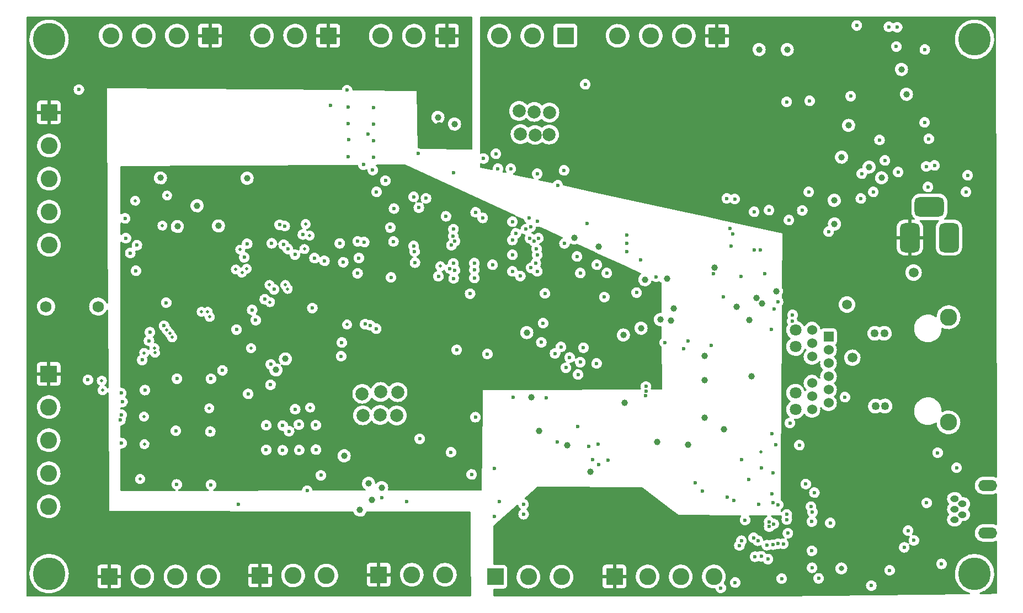
<source format=gbr>
G04 #@! TF.GenerationSoftware,KiCad,Pcbnew,6.0.7+dfsg-1build1*
G04 #@! TF.CreationDate,2023-02-19T10:12:37-06:00*
G04 #@! TF.ProjectId,access-controller,61636365-7373-42d6-936f-6e74726f6c6c,rev?*
G04 #@! TF.SameCoordinates,Original*
G04 #@! TF.FileFunction,Copper,L3,Inr*
G04 #@! TF.FilePolarity,Positive*
%FSLAX46Y46*%
G04 Gerber Fmt 4.6, Leading zero omitted, Abs format (unit mm)*
G04 Created by KiCad (PCBNEW 6.0.7+dfsg-1build1) date 2023-02-19 10:12:37*
%MOMM*%
%LPD*%
G01*
G04 APERTURE LIST*
G04 Aperture macros list*
%AMRoundRect*
0 Rectangle with rounded corners*
0 $1 Rounding radius*
0 $2 $3 $4 $5 $6 $7 $8 $9 X,Y pos of 4 corners*
0 Add a 4 corners polygon primitive as box body*
4,1,4,$2,$3,$4,$5,$6,$7,$8,$9,$2,$3,0*
0 Add four circle primitives for the rounded corners*
1,1,$1+$1,$2,$3*
1,1,$1+$1,$4,$5*
1,1,$1+$1,$6,$7*
1,1,$1+$1,$8,$9*
0 Add four rect primitives between the rounded corners*
20,1,$1+$1,$2,$3,$4,$5,0*
20,1,$1+$1,$4,$5,$6,$7,0*
20,1,$1+$1,$6,$7,$8,$9,0*
20,1,$1+$1,$8,$9,$2,$3,0*%
G04 Aperture macros list end*
G04 #@! TA.AperFunction,ComponentPad*
%ADD10RoundRect,0.750000X0.750000X1.500000X-0.750000X1.500000X-0.750000X-1.500000X0.750000X-1.500000X0*%
G04 #@! TD*
G04 #@! TA.AperFunction,ComponentPad*
%ADD11RoundRect,0.750000X1.500000X0.750000X-1.500000X0.750000X-1.500000X-0.750000X1.500000X-0.750000X0*%
G04 #@! TD*
G04 #@! TA.AperFunction,ComponentPad*
%ADD12R,2.600000X2.600000*%
G04 #@! TD*
G04 #@! TA.AperFunction,ComponentPad*
%ADD13C,2.600000*%
G04 #@! TD*
G04 #@! TA.AperFunction,ComponentPad*
%ADD14O,1.300000X1.000000*%
G04 #@! TD*
G04 #@! TA.AperFunction,ComponentPad*
%ADD15O,2.900000X1.700000*%
G04 #@! TD*
G04 #@! TA.AperFunction,ComponentPad*
%ADD16R,1.524000X1.524000*%
G04 #@! TD*
G04 #@! TA.AperFunction,ComponentPad*
%ADD17C,1.524000*%
G04 #@! TD*
G04 #@! TA.AperFunction,ComponentPad*
%ADD18C,1.800000*%
G04 #@! TD*
G04 #@! TA.AperFunction,ComponentPad*
%ADD19C,1.250000*%
G04 #@! TD*
G04 #@! TA.AperFunction,ComponentPad*
%ADD20C,2.630000*%
G04 #@! TD*
G04 #@! TA.AperFunction,ComponentPad*
%ADD21C,2.610000*%
G04 #@! TD*
G04 #@! TA.AperFunction,ComponentPad*
%ADD22C,5.000000*%
G04 #@! TD*
G04 #@! TA.AperFunction,ComponentPad*
%ADD23C,1.750000*%
G04 #@! TD*
G04 #@! TA.AperFunction,ViaPad*
%ADD24C,0.600000*%
G04 #@! TD*
G04 #@! TA.AperFunction,ViaPad*
%ADD25C,1.000000*%
G04 #@! TD*
G04 #@! TA.AperFunction,ViaPad*
%ADD26C,2.000000*%
G04 #@! TD*
G04 #@! TA.AperFunction,ViaPad*
%ADD27C,1.500000*%
G04 #@! TD*
G04 #@! TA.AperFunction,ViaPad*
%ADD28C,0.500000*%
G04 #@! TD*
G04 #@! TA.AperFunction,ViaPad*
%ADD29C,0.800000*%
G04 #@! TD*
G04 APERTURE END LIST*
D10*
X254780000Y-64920000D03*
X260780000Y-64920000D03*
D11*
X257780000Y-60220000D03*
D12*
X183750000Y-33940000D03*
D13*
X178670000Y-33940000D03*
X173590000Y-33940000D03*
D12*
X201930000Y-33940000D03*
D13*
X196850000Y-33940000D03*
X191770000Y-33940000D03*
D14*
X261645400Y-108207800D03*
X262839200Y-107420400D03*
X261645400Y-106607600D03*
X262864600Y-105794800D03*
D15*
X266700000Y-110239800D03*
D14*
X261645400Y-105007400D03*
D15*
X266700000Y-102950000D03*
D12*
X173265000Y-116650000D03*
D13*
X178345000Y-116650000D03*
X183425000Y-116650000D03*
D12*
X165530000Y-33940000D03*
D13*
X160450000Y-33940000D03*
X155370000Y-33940000D03*
D12*
X155075000Y-116780000D03*
D13*
X160155000Y-116780000D03*
X165235000Y-116780000D03*
D12*
X191170000Y-116960000D03*
D13*
X196250000Y-116960000D03*
X201330000Y-116960000D03*
D16*
X242300000Y-80130000D03*
D17*
X242300000Y-82162000D03*
X242300000Y-84194000D03*
X242300000Y-86226000D03*
X242300000Y-88258000D03*
X242300000Y-90290000D03*
X239760000Y-79114000D03*
X239760000Y-81146000D03*
X239760000Y-83178000D03*
X239760000Y-87242000D03*
X239760000Y-89274000D03*
X239760000Y-91306000D03*
D18*
X237220000Y-79114000D03*
X237220000Y-81654000D03*
X237220000Y-88766000D03*
X237220000Y-91306000D03*
D19*
X249400000Y-79610000D03*
X249510000Y-90780000D03*
X250860000Y-79600000D03*
X250970000Y-90770000D03*
D20*
X260715000Y-77145500D03*
D21*
X260715000Y-93274500D03*
D22*
X264700000Y-116500000D03*
X122700000Y-116500000D03*
X264700000Y-34500000D03*
X122700000Y-34500000D03*
D12*
X131940000Y-116930000D03*
D13*
X137020000Y-116930000D03*
X142100000Y-116930000D03*
X147180000Y-116930000D03*
D12*
X122636000Y-85852000D03*
D13*
X122636000Y-90932000D03*
X122636000Y-96012000D03*
X122636000Y-101092000D03*
X122636000Y-106172000D03*
D12*
X122682000Y-45720000D03*
D13*
X122682000Y-50800000D03*
X122682000Y-55880000D03*
X122682000Y-60960000D03*
X122682000Y-66040000D03*
D12*
X225180000Y-33960000D03*
D13*
X220100000Y-33960000D03*
X215020000Y-33960000D03*
X209940000Y-33960000D03*
D12*
X209460000Y-116930000D03*
D13*
X214540000Y-116930000D03*
X219620000Y-116930000D03*
X224700000Y-116930000D03*
D12*
X147390000Y-33930000D03*
D13*
X142310000Y-33930000D03*
X137230000Y-33930000D03*
X132150000Y-33930000D03*
D23*
X130230000Y-75500000D03*
X122230000Y-75500000D03*
D24*
X198986530Y-89517897D03*
X193950000Y-89430000D03*
D25*
X196670000Y-89420000D03*
X197930000Y-94600000D03*
D24*
X235122500Y-117252500D03*
X142310000Y-86570000D03*
X233890000Y-108860000D03*
X187960000Y-69850000D03*
X197649298Y-62456121D03*
X184976298Y-69926787D03*
X193802000Y-67564000D03*
X239268000Y-57912000D03*
X211328000Y-65786000D03*
X191820000Y-105420000D03*
D25*
X243180000Y-59210000D03*
D24*
X136995500Y-83704721D03*
X189960000Y-82790000D03*
X193802000Y-62484000D03*
X170030000Y-70400000D03*
X195510000Y-107370000D03*
X193788983Y-65298082D03*
X261950000Y-100240000D03*
X197612000Y-55118000D03*
X184732279Y-68868022D03*
X234180000Y-96740000D03*
X222940000Y-103800000D03*
D25*
X243220000Y-62830000D03*
D26*
X170840000Y-92200000D03*
D25*
X167980000Y-98410000D03*
X170396954Y-106735500D03*
D24*
X137400000Y-88320000D03*
X252710000Y-35600000D03*
X259630000Y-114990000D03*
X259050000Y-97940000D03*
X198225989Y-80992148D03*
X221820000Y-102540000D03*
D25*
X244300000Y-52580000D03*
D27*
X255350000Y-70290000D03*
D26*
X199480000Y-45730000D03*
D24*
X233190000Y-109280000D03*
D25*
X145410000Y-60030000D03*
D24*
X163640000Y-93700000D03*
X197777647Y-65014321D03*
X187960000Y-71120000D03*
X203708000Y-67818000D03*
X191050000Y-107690000D03*
D25*
X235966000Y-36068000D03*
D24*
X168590000Y-44880000D03*
D28*
X231902000Y-97790000D03*
D24*
X251690000Y-115980000D03*
X167610000Y-81024010D03*
X233200000Y-108520000D03*
X257360000Y-105630000D03*
X127270000Y-42210000D03*
D28*
X137330000Y-96640000D03*
D24*
X161080000Y-97530000D03*
X158540000Y-93760000D03*
X156010000Y-97490000D03*
D25*
X210825500Y-79880877D03*
D24*
X240782500Y-117202500D03*
X178632681Y-66204372D03*
X230030000Y-102020000D03*
D25*
X231648000Y-36068000D03*
D24*
X240130000Y-104060000D03*
D25*
X184912000Y-47498000D03*
D24*
X172466000Y-52578000D03*
X168620000Y-52500000D03*
X164960000Y-68500000D03*
X257080000Y-36070000D03*
X200337015Y-82700192D03*
D25*
X139780000Y-55770000D03*
D24*
X161040791Y-93616032D03*
X172466000Y-50038000D03*
X239740000Y-112990000D03*
X197612000Y-67564000D03*
D26*
X197270000Y-49170000D03*
D24*
X195500000Y-105830000D03*
D28*
X136660000Y-101970000D03*
D25*
X173735921Y-103289500D03*
X142390721Y-63221144D03*
D24*
X140680000Y-74910000D03*
D26*
X195040000Y-49050000D03*
D24*
X239830000Y-107030000D03*
D26*
X199430000Y-49110000D03*
D25*
X148680000Y-63130000D03*
D24*
X242570000Y-108710000D03*
X179570000Y-95790000D03*
D26*
X197160000Y-45630000D03*
D24*
X197610303Y-70085500D03*
X238269990Y-60763500D03*
X246641250Y-32367500D03*
X163650000Y-97460000D03*
X211328000Y-67056000D03*
D25*
X157490000Y-85230000D03*
D24*
X168640000Y-49930000D03*
X134366000Y-61976000D03*
D26*
X194830000Y-45490000D03*
D28*
X137270000Y-92400000D03*
D25*
X153080000Y-55820000D03*
D24*
X168630000Y-47410000D03*
X158540000Y-97550000D03*
X172466000Y-47498000D03*
D26*
X173550000Y-88610000D03*
X170745019Y-88898107D03*
D24*
X156030000Y-93710000D03*
D25*
X182369477Y-46464159D03*
X158960000Y-83540000D03*
D24*
X187960000Y-68834000D03*
X142150000Y-94570000D03*
D26*
X176050000Y-92220000D03*
D24*
X172466000Y-44958000D03*
D26*
X173500000Y-92140000D03*
X176180000Y-88650000D03*
D24*
X184780000Y-71190000D03*
X147550000Y-102850000D03*
X167520000Y-83130000D03*
X193802000Y-70104000D03*
X147440000Y-94680000D03*
X211328000Y-64516000D03*
X142290000Y-102800000D03*
X156710000Y-84370000D03*
X204216000Y-70358000D03*
X147550000Y-86590000D03*
D25*
X172241990Y-105161990D03*
D24*
X248860000Y-118330000D03*
X253910000Y-112460000D03*
D28*
X162070000Y-62850000D03*
X168430000Y-78270000D03*
D24*
X177560000Y-105440000D03*
X172900000Y-78906822D03*
D28*
X147290000Y-91100000D03*
X156524501Y-72195499D03*
D24*
X163092934Y-75736572D03*
D28*
X161865460Y-66686369D03*
X158954501Y-72195499D03*
D24*
X170050000Y-65500000D03*
X167300000Y-65810000D03*
X171194545Y-78207494D03*
X170244500Y-68050000D03*
X171975560Y-78378428D03*
D28*
X153700000Y-81900000D03*
X156610000Y-74830000D03*
D24*
X227987612Y-117859210D03*
D28*
X162680000Y-64600000D03*
X159318152Y-72793046D03*
D24*
X225770000Y-118685500D03*
D28*
X152040000Y-66770000D03*
D25*
X202220000Y-96770000D03*
X234696000Y-51054000D03*
D28*
X140800000Y-58470000D03*
D25*
X171720000Y-102650000D03*
D24*
X260910000Y-34690000D03*
D28*
X135900000Y-59260000D03*
D25*
X247396000Y-50800000D03*
X195990000Y-79490000D03*
X205790000Y-100860000D03*
D24*
X204978000Y-41402000D03*
X189370000Y-52780000D03*
D25*
X184660000Y-49100000D03*
X182550000Y-47650000D03*
D24*
X191570000Y-54350000D03*
X128670000Y-86760000D03*
X162310000Y-103750000D03*
X151750000Y-105880000D03*
X228854000Y-70866000D03*
X230886000Y-60960000D03*
X230886000Y-66802000D03*
D28*
X141579839Y-80228327D03*
X138949364Y-82595571D03*
X147350000Y-77090000D03*
X153000251Y-69714773D03*
X141219620Y-79628705D03*
X152301749Y-70278251D03*
X138859321Y-81873147D03*
X147040000Y-76320000D03*
D24*
X133760000Y-88780000D03*
X135160000Y-67290000D03*
D28*
X140750000Y-79090000D03*
X137300000Y-82620000D03*
X146100000Y-76320000D03*
X151360000Y-69820000D03*
D24*
X165910000Y-44640000D03*
X168430000Y-42310000D03*
X134487764Y-65013355D03*
X136180000Y-66070000D03*
X178850000Y-68770000D03*
X154405254Y-77588431D03*
X153855890Y-76038186D03*
X175170000Y-71030000D03*
X160429855Y-67529855D03*
X167840000Y-68700000D03*
X184967069Y-65489643D03*
X163430000Y-68070000D03*
X178790000Y-67040000D03*
X152650000Y-67940000D03*
X184710000Y-64730000D03*
X175550000Y-65520000D03*
X171060000Y-65620000D03*
D28*
X140096138Y-63074308D03*
D24*
X231990000Y-100280000D03*
X173720000Y-104850000D03*
X187528430Y-101269948D03*
X190990107Y-100315500D03*
X263652000Y-55372000D03*
X257556000Y-57150000D03*
X233751345Y-105558642D03*
X228933428Y-111443031D03*
X228619533Y-112178336D03*
X234584500Y-105915987D03*
X138180000Y-79430000D03*
X149300000Y-85290000D03*
X231560000Y-105890000D03*
X164410000Y-101400000D03*
X207040000Y-99730000D03*
X153240000Y-88910000D03*
X136030000Y-70020000D03*
X226760000Y-104720000D03*
X235895500Y-108182400D03*
X230798490Y-110990715D03*
X200690000Y-96280000D03*
X153100000Y-65860000D03*
X188114405Y-92475595D03*
X159340000Y-66655500D03*
X156864441Y-65809026D03*
X158065011Y-62946493D03*
X158860000Y-63150000D03*
X158690000Y-66000000D03*
X239610000Y-106200000D03*
X233630000Y-104270000D03*
X239742541Y-108513194D03*
X235895500Y-107382897D03*
X229490000Y-108270000D03*
X227740000Y-105260000D03*
X235358647Y-111906721D03*
X239780000Y-115590000D03*
X226150000Y-73990000D03*
X227570000Y-64380000D03*
X198516286Y-78046892D03*
X206910000Y-96630000D03*
D28*
X155280000Y-78184010D03*
D25*
X161343737Y-86867717D03*
D24*
X172120000Y-61850000D03*
X255400000Y-111390000D03*
X173990000Y-54150000D03*
D28*
X152202613Y-77375079D03*
D24*
X254520000Y-109890000D03*
X200760000Y-64910000D03*
D25*
X139670000Y-57150000D03*
D24*
X134264500Y-93850000D03*
D25*
X164066000Y-78994000D03*
D24*
X200850000Y-68120000D03*
X228950000Y-99010000D03*
X162840000Y-61880000D03*
D28*
X130790000Y-86870000D03*
X130910000Y-88350000D03*
D24*
X161330000Y-89040000D03*
X184830000Y-67490000D03*
X186410000Y-100230000D03*
X149980000Y-96700000D03*
D25*
X161310000Y-80630000D03*
D24*
X152160000Y-89850000D03*
D25*
X161340000Y-83470000D03*
D24*
X233810115Y-101009521D03*
X178684340Y-64645500D03*
X238800000Y-102730000D03*
D25*
X158606000Y-78994000D03*
D24*
X190970000Y-65030000D03*
D28*
X134310000Y-82570000D03*
D24*
X152170000Y-87470000D03*
D28*
X134770000Y-90640000D03*
D24*
X257034510Y-47245500D03*
X257302000Y-53997521D03*
X258572000Y-53848000D03*
X257693500Y-49762023D03*
X252984000Y-54864000D03*
X263398000Y-57912000D03*
D25*
X224804011Y-69496125D03*
X230160000Y-77600000D03*
D24*
X250130000Y-49940000D03*
D25*
X226280000Y-94350000D03*
D24*
X206710977Y-84239023D03*
X245700000Y-43210000D03*
D25*
X216500000Y-77500000D03*
X223300000Y-86830000D03*
X223320000Y-83040000D03*
D24*
X214290000Y-88470000D03*
X214280000Y-87760000D03*
X214260000Y-89190000D03*
X215840000Y-70930000D03*
D25*
X218531479Y-75783619D03*
D24*
X224330000Y-81500000D03*
X204200000Y-84040000D03*
D25*
X223270000Y-92590000D03*
X231230000Y-74200000D03*
X228239500Y-75551782D03*
D24*
X236061784Y-110284500D03*
X231465027Y-111432228D03*
X244820000Y-89410000D03*
X233960000Y-75910000D03*
D29*
X244270000Y-115690000D03*
D24*
X236780000Y-76790000D03*
D27*
X245950000Y-83350000D03*
D24*
X237820000Y-96780000D03*
D27*
X245130000Y-75200000D03*
D24*
X233655500Y-95054718D03*
X236720000Y-77740000D03*
X233530000Y-79030000D03*
X236380000Y-93370000D03*
X232830000Y-112120000D03*
X231030000Y-113890000D03*
X235880000Y-44090000D03*
X239400000Y-43940000D03*
X232490000Y-70430000D03*
D25*
X250438191Y-55755088D03*
D24*
X234560000Y-74750000D03*
D25*
X248524177Y-54093803D03*
D24*
X233771293Y-112031885D03*
X231986589Y-113816589D03*
X234559213Y-111896288D03*
X233000000Y-114244500D03*
D25*
X213530000Y-78820000D03*
X210970000Y-90240000D03*
D24*
X203860000Y-85940000D03*
X220060000Y-82010000D03*
X191262000Y-52070000D03*
X193548000Y-54356000D03*
X212850000Y-73350000D03*
X231820000Y-66790000D03*
X213460000Y-68330000D03*
X226710000Y-58920000D03*
X251560000Y-32590000D03*
X252830000Y-32639500D03*
X217170000Y-81026000D03*
X233172000Y-60706000D03*
X204689411Y-81822589D03*
X227913411Y-59003411D03*
X220726000Y-80772000D03*
X201257715Y-81694961D03*
D25*
X253492000Y-39116000D03*
X254254000Y-42926000D03*
D24*
X201792500Y-65814241D03*
X205232000Y-62738000D03*
X206756000Y-69088000D03*
X207900000Y-74060000D03*
X208280000Y-70358000D03*
X249174000Y-57912000D03*
X247258500Y-58928000D03*
X242316000Y-64008000D03*
X247396000Y-55118000D03*
X236220000Y-62230000D03*
X250952000Y-53086000D03*
X133640000Y-92940000D03*
X133830000Y-96460000D03*
X133961913Y-90133494D03*
X133830000Y-92120000D03*
X174310000Y-56190000D03*
X172358094Y-54560000D03*
X224610000Y-70495625D03*
X227383514Y-66267583D03*
X227150000Y-63560000D03*
X202580000Y-83330000D03*
X140340591Y-78462196D03*
X161640000Y-64443178D03*
X155800000Y-74370000D03*
X175060000Y-63380000D03*
X183595999Y-61650000D03*
X151450000Y-79040000D03*
X138034062Y-80756864D03*
X157220000Y-72860000D03*
D25*
X203267635Y-64957500D03*
X214122000Y-71374000D03*
X207010000Y-66294000D03*
D24*
X205540000Y-96950000D03*
X208440000Y-99070000D03*
X196478979Y-65033062D03*
X202009622Y-84889622D03*
X195861267Y-63625500D03*
X195010000Y-70820000D03*
X200740000Y-56900000D03*
X196650000Y-69570000D03*
X196340000Y-61940000D03*
X197135042Y-65489993D03*
X188150000Y-61050000D03*
X194330000Y-64270000D03*
X197491060Y-66680126D03*
X179430000Y-60330000D03*
D25*
X232062989Y-75063097D03*
X234286726Y-73133930D03*
X217550000Y-71210000D03*
X220750000Y-96700000D03*
X245370000Y-47710000D03*
X230450000Y-86200000D03*
X215967518Y-96265500D03*
X218150000Y-77630000D03*
D24*
X206126753Y-98957542D03*
X203821001Y-93918008D03*
X198795500Y-73480000D03*
X201714500Y-54613995D03*
X184750000Y-63620000D03*
X187300000Y-73530000D03*
X184370000Y-97870000D03*
X185240000Y-82140000D03*
X156670000Y-87500000D03*
X184437425Y-66088543D03*
X184214500Y-69684161D03*
X159530000Y-94650000D03*
X160470000Y-91260000D03*
X180530000Y-58900000D03*
X182440000Y-70850000D03*
X184760000Y-55000000D03*
D28*
X162770000Y-91000000D03*
X182745500Y-69317823D03*
D24*
X179338434Y-52031612D03*
X178645500Y-58677777D03*
X170950000Y-53740000D03*
X175630000Y-60470000D03*
X171640000Y-49020000D03*
X172950000Y-57910000D03*
X196582091Y-63279644D03*
X189241109Y-61904500D03*
X197384500Y-68834000D03*
X190754000Y-69088000D03*
G04 #@! TA.AperFunction,Conductor*
G36*
X267942769Y-31028502D02*
G01*
X267989262Y-31082158D01*
X268000648Y-31134287D01*
X268119673Y-101636454D01*
X268099786Y-101704609D01*
X268046209Y-101751192D01*
X267975952Y-101761415D01*
X267931344Y-101746170D01*
X267871886Y-101712325D01*
X267655175Y-101633663D01*
X267649926Y-101632714D01*
X267649923Y-101632713D01*
X267432392Y-101593377D01*
X267432385Y-101593376D01*
X267428308Y-101592639D01*
X267410586Y-101591803D01*
X267405644Y-101591570D01*
X267405637Y-101591570D01*
X267404156Y-101591500D01*
X266042110Y-101591500D01*
X265975191Y-101597178D01*
X265875591Y-101605629D01*
X265875587Y-101605630D01*
X265870280Y-101606080D01*
X265865125Y-101607418D01*
X265865119Y-101607419D01*
X265652297Y-101662657D01*
X265652293Y-101662658D01*
X265647128Y-101663999D01*
X265642262Y-101666191D01*
X265642259Y-101666192D01*
X265533987Y-101714965D01*
X265436925Y-101758688D01*
X265245681Y-101887441D01*
X265241824Y-101891120D01*
X265241822Y-101891122D01*
X265214446Y-101917238D01*
X265078865Y-102046576D01*
X265075682Y-102050854D01*
X265019790Y-102125975D01*
X264941246Y-102231542D01*
X264836760Y-102437051D01*
X264835178Y-102442145D01*
X264835177Y-102442148D01*
X264804793Y-102540000D01*
X264768393Y-102657227D01*
X264767692Y-102662516D01*
X264757113Y-102742338D01*
X264738102Y-102885774D01*
X264738302Y-102891103D01*
X264738302Y-102891105D01*
X264738855Y-102905844D01*
X264746751Y-103116158D01*
X264794093Y-103341791D01*
X264796051Y-103346750D01*
X264796052Y-103346752D01*
X264869929Y-103533818D01*
X264878776Y-103556221D01*
X264998377Y-103753317D01*
X265001874Y-103757347D01*
X265141670Y-103918448D01*
X265149477Y-103927445D01*
X265153608Y-103930832D01*
X265323627Y-104070240D01*
X265323633Y-104070244D01*
X265327755Y-104073624D01*
X265332391Y-104076263D01*
X265332394Y-104076265D01*
X265446597Y-104141273D01*
X265528114Y-104187675D01*
X265744825Y-104266337D01*
X265750074Y-104267286D01*
X265750077Y-104267287D01*
X265967608Y-104306623D01*
X265967615Y-104306624D01*
X265971692Y-104307361D01*
X265989414Y-104308197D01*
X265994356Y-104308430D01*
X265994363Y-104308430D01*
X265995844Y-104308500D01*
X267357890Y-104308500D01*
X267424809Y-104302822D01*
X267524409Y-104294371D01*
X267524413Y-104294370D01*
X267529720Y-104293920D01*
X267534875Y-104292582D01*
X267534881Y-104292581D01*
X267747703Y-104237343D01*
X267747707Y-104237342D01*
X267752872Y-104236001D01*
X267946360Y-104148842D01*
X268016683Y-104139101D01*
X268081110Y-104168926D01*
X268119186Y-104228850D01*
X268124108Y-104263511D01*
X268131992Y-108933266D01*
X268112105Y-109001421D01*
X268058528Y-109048004D01*
X267988271Y-109058227D01*
X267943660Y-109042981D01*
X267876529Y-109004768D01*
X267871886Y-109002125D01*
X267655175Y-108923463D01*
X267649926Y-108922514D01*
X267649923Y-108922513D01*
X267432392Y-108883177D01*
X267432385Y-108883176D01*
X267428308Y-108882439D01*
X267410586Y-108881603D01*
X267405644Y-108881370D01*
X267405637Y-108881370D01*
X267404156Y-108881300D01*
X266042110Y-108881300D01*
X265979188Y-108886639D01*
X265875591Y-108895429D01*
X265875587Y-108895430D01*
X265870280Y-108895880D01*
X265865125Y-108897218D01*
X265865119Y-108897219D01*
X265652297Y-108952457D01*
X265652293Y-108952458D01*
X265647128Y-108953799D01*
X265642262Y-108955991D01*
X265642259Y-108955992D01*
X265536584Y-109003595D01*
X265436925Y-109048488D01*
X265245681Y-109177241D01*
X265241824Y-109180920D01*
X265241822Y-109180922D01*
X265184549Y-109235558D01*
X265078865Y-109336376D01*
X264941246Y-109521342D01*
X264938830Y-109526093D01*
X264938828Y-109526097D01*
X264902607Y-109597340D01*
X264836760Y-109726851D01*
X264835178Y-109731945D01*
X264835177Y-109731948D01*
X264811612Y-109807841D01*
X264768393Y-109947027D01*
X264767692Y-109952316D01*
X264747556Y-110104245D01*
X264738102Y-110175574D01*
X264746751Y-110405958D01*
X264794093Y-110631591D01*
X264796051Y-110636550D01*
X264796052Y-110636552D01*
X264862645Y-110805174D01*
X264878776Y-110846021D01*
X264881543Y-110850580D01*
X264881544Y-110850583D01*
X264928347Y-110927711D01*
X264998377Y-111043117D01*
X265001874Y-111047147D01*
X265137195Y-111203091D01*
X265149477Y-111217245D01*
X265153608Y-111220632D01*
X265323627Y-111360040D01*
X265323633Y-111360044D01*
X265327755Y-111363424D01*
X265332391Y-111366063D01*
X265332394Y-111366065D01*
X265474565Y-111446993D01*
X265528114Y-111477475D01*
X265744825Y-111556137D01*
X265750074Y-111557086D01*
X265750077Y-111557087D01*
X265967608Y-111596423D01*
X265967615Y-111596424D01*
X265971692Y-111597161D01*
X265989414Y-111597997D01*
X265994356Y-111598230D01*
X265994363Y-111598230D01*
X265995844Y-111598300D01*
X267357890Y-111598300D01*
X267428154Y-111592338D01*
X267524409Y-111584171D01*
X267524413Y-111584170D01*
X267529720Y-111583720D01*
X267534875Y-111582382D01*
X267534881Y-111582381D01*
X267747703Y-111527143D01*
X267747707Y-111527142D01*
X267752872Y-111525801D01*
X267757738Y-111523609D01*
X267757741Y-111523608D01*
X267958656Y-111433103D01*
X268028981Y-111423362D01*
X268093409Y-111453188D01*
X268131484Y-111513111D01*
X268136406Y-111547771D01*
X268138595Y-112844392D01*
X268149789Y-119475249D01*
X268129902Y-119543404D01*
X268076325Y-119589987D01*
X268025257Y-119601453D01*
X266591832Y-119618153D01*
X265598107Y-119629731D01*
X265529759Y-119610524D01*
X265482644Y-119557414D01*
X265471722Y-119487262D01*
X265500461Y-119422343D01*
X265559591Y-119383310D01*
X265746978Y-119325662D01*
X265750456Y-119324592D01*
X266068145Y-119185136D01*
X266184764Y-119116990D01*
X266364560Y-119011926D01*
X266364562Y-119011925D01*
X266367700Y-119010091D01*
X266405544Y-118981677D01*
X266642244Y-118803958D01*
X266642248Y-118803955D01*
X266645151Y-118801775D01*
X266896819Y-118562950D01*
X267119370Y-118296783D01*
X267150092Y-118250014D01*
X267227568Y-118132066D01*
X267309853Y-118006799D01*
X267401107Y-117825361D01*
X267464117Y-117700080D01*
X267464120Y-117700072D01*
X267465744Y-117696844D01*
X267470018Y-117685166D01*
X267583729Y-117374437D01*
X267583730Y-117374433D01*
X267584977Y-117371026D01*
X267585822Y-117367504D01*
X267585825Y-117367496D01*
X267665124Y-117037191D01*
X267665125Y-117037187D01*
X267665971Y-117033662D01*
X267666651Y-117028045D01*
X267707316Y-116692004D01*
X267707316Y-116691997D01*
X267707652Y-116689225D01*
X267708209Y-116671525D01*
X267713086Y-116516318D01*
X267713599Y-116500000D01*
X267713438Y-116497204D01*
X267693836Y-116157246D01*
X267693835Y-116157241D01*
X267693627Y-116153626D01*
X267661342Y-115968640D01*
X267634600Y-115815415D01*
X267634598Y-115815408D01*
X267633976Y-115811842D01*
X267630149Y-115798920D01*
X267576154Y-115616639D01*
X267535437Y-115479180D01*
X267532244Y-115471693D01*
X267400740Y-115163386D01*
X267400738Y-115163383D01*
X267399316Y-115160048D01*
X267397042Y-115156060D01*
X267229208Y-114861816D01*
X267227417Y-114858676D01*
X267223849Y-114853818D01*
X267101776Y-114687637D01*
X267022018Y-114579060D01*
X266990619Y-114545270D01*
X266892671Y-114439866D01*
X266785842Y-114324904D01*
X266522019Y-114099578D01*
X266234047Y-113906069D01*
X266180905Y-113878640D01*
X265928961Y-113748602D01*
X265925741Y-113746940D01*
X265601189Y-113624302D01*
X265597668Y-113623418D01*
X265597663Y-113623416D01*
X265436378Y-113582904D01*
X265264692Y-113539780D01*
X265227329Y-113534861D01*
X264924315Y-113494968D01*
X264924307Y-113494967D01*
X264920711Y-113494494D01*
X264776045Y-113492221D01*
X264577446Y-113489101D01*
X264577442Y-113489101D01*
X264573804Y-113489044D01*
X264570190Y-113489405D01*
X264570184Y-113489405D01*
X264333976Y-113512982D01*
X264228569Y-113523503D01*
X263889583Y-113597414D01*
X263886156Y-113598587D01*
X263886150Y-113598589D01*
X263573378Y-113705675D01*
X263561339Y-113709797D01*
X263248188Y-113859163D01*
X262954279Y-114043532D01*
X262951443Y-114045804D01*
X262951436Y-114045809D01*
X262788427Y-114176404D01*
X262683509Y-114260459D01*
X262672940Y-114271139D01*
X262499072Y-114446838D01*
X262439466Y-114507071D01*
X262437225Y-114509929D01*
X262227629Y-114777238D01*
X262225386Y-114780098D01*
X262223493Y-114783187D01*
X262223491Y-114783190D01*
X262177233Y-114858676D01*
X262044105Y-115075921D01*
X262042580Y-115079206D01*
X262042578Y-115079210D01*
X261957155Y-115263239D01*
X261898027Y-115390620D01*
X261855691Y-115518631D01*
X261792919Y-115708437D01*
X261789087Y-115720023D01*
X261788351Y-115723578D01*
X261788350Y-115723581D01*
X261719660Y-116055271D01*
X261718730Y-116059764D01*
X261704320Y-116221226D01*
X261689281Y-116389738D01*
X261687888Y-116405341D01*
X261687983Y-116408971D01*
X261687983Y-116408972D01*
X261695666Y-116702364D01*
X261696970Y-116752171D01*
X261697481Y-116755761D01*
X261697481Y-116755762D01*
X261700193Y-116774820D01*
X261745856Y-117095660D01*
X261833897Y-117431253D01*
X261959927Y-117754503D01*
X261961624Y-117757708D01*
X262116457Y-118050137D01*
X262122275Y-118061126D01*
X262124325Y-118064109D01*
X262124327Y-118064112D01*
X262316733Y-118344064D01*
X262316739Y-118344071D01*
X262318790Y-118347056D01*
X262362542Y-118397210D01*
X262541483Y-118602334D01*
X262546866Y-118608505D01*
X262617656Y-118672919D01*
X262786357Y-118826424D01*
X262803481Y-118842006D01*
X263085233Y-119044466D01*
X263388388Y-119213200D01*
X263708928Y-119345972D01*
X263712422Y-119346967D01*
X263712424Y-119346968D01*
X263907856Y-119402638D01*
X263967891Y-119440537D01*
X263997905Y-119504877D01*
X263988370Y-119575230D01*
X263942313Y-119629260D01*
X263874805Y-119649808D01*
X234547023Y-119991491D01*
X234545555Y-119991500D01*
X191026000Y-119991500D01*
X190957879Y-119971498D01*
X190911386Y-119917842D01*
X190900000Y-119865500D01*
X190900000Y-118894500D01*
X190920002Y-118826379D01*
X190973658Y-118779886D01*
X191026000Y-118768500D01*
X192518134Y-118768500D01*
X192580316Y-118761745D01*
X192716705Y-118710615D01*
X192833261Y-118623261D01*
X192920615Y-118506705D01*
X192971745Y-118370316D01*
X192978101Y-118311811D01*
X192978131Y-118311531D01*
X192978500Y-118308134D01*
X192978500Y-116912526D01*
X194437050Y-116912526D01*
X194437274Y-116917192D01*
X194437274Y-116917197D01*
X194442695Y-117030052D01*
X194449947Y-117181019D01*
X194502388Y-117444656D01*
X194593220Y-117697646D01*
X194595432Y-117701762D01*
X194595433Y-117701765D01*
X194670170Y-117840856D01*
X194720450Y-117934431D01*
X194723241Y-117938168D01*
X194723245Y-117938175D01*
X194815373Y-118061548D01*
X194881281Y-118149810D01*
X194884590Y-118153090D01*
X194884595Y-118153096D01*
X195065422Y-118332351D01*
X195072180Y-118339050D01*
X195075942Y-118341808D01*
X195075945Y-118341811D01*
X195265836Y-118481044D01*
X195288954Y-118497995D01*
X195293089Y-118500171D01*
X195293093Y-118500173D01*
X195522698Y-118620975D01*
X195526840Y-118623154D01*
X195645495Y-118664590D01*
X195759085Y-118704257D01*
X195780613Y-118711775D01*
X195785206Y-118712647D01*
X196040109Y-118761042D01*
X196040112Y-118761042D01*
X196044698Y-118761913D01*
X196172370Y-118766929D01*
X196308625Y-118772283D01*
X196308630Y-118772283D01*
X196313293Y-118772466D01*
X196417607Y-118761042D01*
X196575844Y-118743713D01*
X196575850Y-118743712D01*
X196580497Y-118743203D01*
X196585230Y-118741957D01*
X196835918Y-118675956D01*
X196835920Y-118675955D01*
X196840441Y-118674765D01*
X196844738Y-118672919D01*
X197083120Y-118570502D01*
X197083122Y-118570501D01*
X197087414Y-118568657D01*
X197199720Y-118499160D01*
X197312017Y-118429669D01*
X197312021Y-118429666D01*
X197315990Y-118427210D01*
X197521149Y-118253530D01*
X197698382Y-118051434D01*
X197701029Y-118047320D01*
X197810661Y-117876876D01*
X197843797Y-117825361D01*
X197954199Y-117580278D01*
X197991543Y-117447866D01*
X198025893Y-117326072D01*
X198025894Y-117326069D01*
X198027163Y-117321568D01*
X198045043Y-117181019D01*
X198060688Y-117058045D01*
X198060688Y-117058041D01*
X198061086Y-117054915D01*
X198061311Y-117046350D01*
X198063488Y-116963160D01*
X198063571Y-116960000D01*
X198060043Y-116912526D01*
X199517050Y-116912526D01*
X199517274Y-116917192D01*
X199517274Y-116917197D01*
X199522695Y-117030052D01*
X199529947Y-117181019D01*
X199582388Y-117444656D01*
X199673220Y-117697646D01*
X199675432Y-117701762D01*
X199675433Y-117701765D01*
X199750170Y-117840856D01*
X199800450Y-117934431D01*
X199803241Y-117938168D01*
X199803245Y-117938175D01*
X199895373Y-118061548D01*
X199961281Y-118149810D01*
X199964590Y-118153090D01*
X199964595Y-118153096D01*
X200145422Y-118332351D01*
X200152180Y-118339050D01*
X200155942Y-118341808D01*
X200155945Y-118341811D01*
X200345836Y-118481044D01*
X200368954Y-118497995D01*
X200373089Y-118500171D01*
X200373093Y-118500173D01*
X200602698Y-118620975D01*
X200606840Y-118623154D01*
X200725495Y-118664590D01*
X200839085Y-118704257D01*
X200860613Y-118711775D01*
X200865206Y-118712647D01*
X201120109Y-118761042D01*
X201120112Y-118761042D01*
X201124698Y-118761913D01*
X201252370Y-118766929D01*
X201388625Y-118772283D01*
X201388630Y-118772283D01*
X201393293Y-118772466D01*
X201497607Y-118761042D01*
X201655844Y-118743713D01*
X201655850Y-118743712D01*
X201660497Y-118743203D01*
X201665230Y-118741957D01*
X201915918Y-118675956D01*
X201915920Y-118675955D01*
X201920441Y-118674765D01*
X201924738Y-118672919D01*
X202163120Y-118570502D01*
X202163122Y-118570501D01*
X202167414Y-118568657D01*
X202279720Y-118499160D01*
X202392017Y-118429669D01*
X202392021Y-118429666D01*
X202395990Y-118427210D01*
X202576179Y-118274669D01*
X207652001Y-118274669D01*
X207652371Y-118281490D01*
X207657895Y-118332352D01*
X207661521Y-118347604D01*
X207706676Y-118468054D01*
X207715214Y-118483649D01*
X207791715Y-118585724D01*
X207804276Y-118598285D01*
X207906351Y-118674786D01*
X207921946Y-118683324D01*
X208042394Y-118728478D01*
X208057649Y-118732105D01*
X208108514Y-118737631D01*
X208115328Y-118738000D01*
X209187885Y-118738000D01*
X209203124Y-118733525D01*
X209204329Y-118732135D01*
X209206000Y-118724452D01*
X209206000Y-118719884D01*
X209714000Y-118719884D01*
X209718475Y-118735123D01*
X209719865Y-118736328D01*
X209727548Y-118737999D01*
X210804669Y-118737999D01*
X210811490Y-118737629D01*
X210862352Y-118732105D01*
X210877604Y-118728479D01*
X210998054Y-118683324D01*
X211013649Y-118674786D01*
X211115724Y-118598285D01*
X211128285Y-118585724D01*
X211204786Y-118483649D01*
X211213324Y-118468054D01*
X211258478Y-118347606D01*
X211262105Y-118332351D01*
X211267631Y-118281486D01*
X211268000Y-118274672D01*
X211268000Y-117202115D01*
X211263525Y-117186876D01*
X211262135Y-117185671D01*
X211254452Y-117184000D01*
X209732115Y-117184000D01*
X209716876Y-117188475D01*
X209715671Y-117189865D01*
X209714000Y-117197548D01*
X209714000Y-118719884D01*
X209206000Y-118719884D01*
X209206000Y-117202115D01*
X209201525Y-117186876D01*
X209200135Y-117185671D01*
X209192452Y-117184000D01*
X207670116Y-117184000D01*
X207654877Y-117188475D01*
X207653672Y-117189865D01*
X207652001Y-117197548D01*
X207652001Y-118274669D01*
X202576179Y-118274669D01*
X202601149Y-118253530D01*
X202778382Y-118051434D01*
X202781029Y-118047320D01*
X202890661Y-117876876D01*
X202923797Y-117825361D01*
X203034199Y-117580278D01*
X203071543Y-117447866D01*
X203105893Y-117326072D01*
X203105894Y-117326069D01*
X203107163Y-117321568D01*
X203125043Y-117181019D01*
X203140688Y-117058045D01*
X203140688Y-117058041D01*
X203141086Y-117054915D01*
X203141311Y-117046350D01*
X203143488Y-116963160D01*
X203143571Y-116960000D01*
X203137813Y-116882526D01*
X212727050Y-116882526D01*
X212727274Y-116887192D01*
X212727274Y-116887197D01*
X212728267Y-116907872D01*
X212739947Y-117151019D01*
X212792388Y-117414656D01*
X212883220Y-117667646D01*
X212885432Y-117671762D01*
X212885433Y-117671765D01*
X212929890Y-117754503D01*
X213010450Y-117904431D01*
X213013241Y-117908168D01*
X213013245Y-117908175D01*
X213122846Y-118054947D01*
X213171281Y-118119810D01*
X213174590Y-118123090D01*
X213174595Y-118123096D01*
X213334374Y-118281486D01*
X213362180Y-118309050D01*
X213365942Y-118311808D01*
X213365945Y-118311811D01*
X213427083Y-118356639D01*
X213578954Y-118467995D01*
X213583089Y-118470171D01*
X213583093Y-118470173D01*
X213770279Y-118568657D01*
X213816840Y-118593154D01*
X213903054Y-118623261D01*
X214040540Y-118671273D01*
X214070613Y-118681775D01*
X214075206Y-118682647D01*
X214330109Y-118731042D01*
X214330112Y-118731042D01*
X214334698Y-118731913D01*
X214462370Y-118736929D01*
X214598625Y-118742283D01*
X214598630Y-118742283D01*
X214603293Y-118742466D01*
X214707607Y-118731042D01*
X214865844Y-118713713D01*
X214865850Y-118713712D01*
X214870497Y-118713203D01*
X214889435Y-118708217D01*
X215125918Y-118645956D01*
X215125920Y-118645955D01*
X215130441Y-118644765D01*
X215134738Y-118642919D01*
X215373120Y-118540502D01*
X215373122Y-118540501D01*
X215377414Y-118538657D01*
X215553537Y-118429669D01*
X215602017Y-118399669D01*
X215602021Y-118399666D01*
X215605990Y-118397210D01*
X215811149Y-118223530D01*
X215988382Y-118021434D01*
X215991918Y-118015938D01*
X216104534Y-117840856D01*
X216133797Y-117795361D01*
X216244199Y-117550278D01*
X216253545Y-117517140D01*
X216315893Y-117296072D01*
X216315894Y-117296069D01*
X216317163Y-117291568D01*
X216335043Y-117151019D01*
X216350688Y-117028045D01*
X216350688Y-117028041D01*
X216351086Y-117024915D01*
X216351263Y-117018175D01*
X216352703Y-116963160D01*
X216353571Y-116930000D01*
X216350043Y-116882526D01*
X217807050Y-116882526D01*
X217807274Y-116887192D01*
X217807274Y-116887197D01*
X217808267Y-116907872D01*
X217819947Y-117151019D01*
X217872388Y-117414656D01*
X217963220Y-117667646D01*
X217965432Y-117671762D01*
X217965433Y-117671765D01*
X218009890Y-117754503D01*
X218090450Y-117904431D01*
X218093241Y-117908168D01*
X218093245Y-117908175D01*
X218202846Y-118054947D01*
X218251281Y-118119810D01*
X218254590Y-118123090D01*
X218254595Y-118123096D01*
X218414374Y-118281486D01*
X218442180Y-118309050D01*
X218445942Y-118311808D01*
X218445945Y-118311811D01*
X218507083Y-118356639D01*
X218658954Y-118467995D01*
X218663089Y-118470171D01*
X218663093Y-118470173D01*
X218850279Y-118568657D01*
X218896840Y-118593154D01*
X218983054Y-118623261D01*
X219120540Y-118671273D01*
X219150613Y-118681775D01*
X219155206Y-118682647D01*
X219410109Y-118731042D01*
X219410112Y-118731042D01*
X219414698Y-118731913D01*
X219542370Y-118736929D01*
X219678625Y-118742283D01*
X219678630Y-118742283D01*
X219683293Y-118742466D01*
X219787607Y-118731042D01*
X219945844Y-118713713D01*
X219945850Y-118713712D01*
X219950497Y-118713203D01*
X219969435Y-118708217D01*
X220205918Y-118645956D01*
X220205920Y-118645955D01*
X220210441Y-118644765D01*
X220214738Y-118642919D01*
X220453120Y-118540502D01*
X220453122Y-118540501D01*
X220457414Y-118538657D01*
X220633537Y-118429669D01*
X220682017Y-118399669D01*
X220682021Y-118399666D01*
X220685990Y-118397210D01*
X220891149Y-118223530D01*
X221068382Y-118021434D01*
X221071918Y-118015938D01*
X221184534Y-117840856D01*
X221213797Y-117795361D01*
X221324199Y-117550278D01*
X221333545Y-117517140D01*
X221395893Y-117296072D01*
X221395894Y-117296069D01*
X221397163Y-117291568D01*
X221415043Y-117151019D01*
X221430688Y-117028045D01*
X221430688Y-117028041D01*
X221431086Y-117024915D01*
X221431263Y-117018175D01*
X221432703Y-116963160D01*
X221433571Y-116930000D01*
X221430043Y-116882526D01*
X222887050Y-116882526D01*
X222887274Y-116887192D01*
X222887274Y-116887197D01*
X222888267Y-116907872D01*
X222899947Y-117151019D01*
X222952388Y-117414656D01*
X223043220Y-117667646D01*
X223045432Y-117671762D01*
X223045433Y-117671765D01*
X223089890Y-117754503D01*
X223170450Y-117904431D01*
X223173241Y-117908168D01*
X223173245Y-117908175D01*
X223282846Y-118054947D01*
X223331281Y-118119810D01*
X223334590Y-118123090D01*
X223334595Y-118123096D01*
X223494374Y-118281486D01*
X223522180Y-118309050D01*
X223525942Y-118311808D01*
X223525945Y-118311811D01*
X223587083Y-118356639D01*
X223738954Y-118467995D01*
X223743089Y-118470171D01*
X223743093Y-118470173D01*
X223930279Y-118568657D01*
X223976840Y-118593154D01*
X224063054Y-118623261D01*
X224200540Y-118671273D01*
X224230613Y-118681775D01*
X224235206Y-118682647D01*
X224490109Y-118731042D01*
X224490112Y-118731042D01*
X224494698Y-118731913D01*
X224622370Y-118736929D01*
X224758625Y-118742283D01*
X224758630Y-118742283D01*
X224763293Y-118742466D01*
X224834360Y-118734683D01*
X224904252Y-118747150D01*
X224956310Y-118795425D01*
X224971262Y-118840915D01*
X224972010Y-118840756D01*
X224973476Y-118847650D01*
X224974163Y-118854660D01*
X225031418Y-119026773D01*
X225035065Y-119032795D01*
X225035066Y-119032797D01*
X225087544Y-119119448D01*
X225125380Y-119181924D01*
X225130269Y-119186987D01*
X225130270Y-119186988D01*
X225207121Y-119266568D01*
X225251382Y-119312402D01*
X225403159Y-119411722D01*
X225409763Y-119414178D01*
X225409765Y-119414179D01*
X225566558Y-119472490D01*
X225566560Y-119472490D01*
X225573168Y-119474948D01*
X225656995Y-119486133D01*
X225745980Y-119498007D01*
X225745984Y-119498007D01*
X225752961Y-119498938D01*
X225759972Y-119498300D01*
X225759976Y-119498300D01*
X225902459Y-119485332D01*
X225933600Y-119482498D01*
X225940302Y-119480320D01*
X225940304Y-119480320D01*
X226099409Y-119428624D01*
X226099412Y-119428623D01*
X226106108Y-119426447D01*
X226261912Y-119333569D01*
X226393266Y-119208482D01*
X226493643Y-119057402D01*
X226535423Y-118947417D01*
X226555555Y-118894420D01*
X226555556Y-118894418D01*
X226558055Y-118887838D01*
X226559035Y-118880866D01*
X226582748Y-118712139D01*
X226582748Y-118712136D01*
X226583299Y-118708217D01*
X226583616Y-118685500D01*
X226563397Y-118505245D01*
X226561080Y-118498591D01*
X226506064Y-118340606D01*
X226506062Y-118340603D01*
X226503745Y-118333948D01*
X226407626Y-118180124D01*
X226279815Y-118051418D01*
X226273864Y-118047641D01*
X226268387Y-118043238D01*
X226227829Y-117984966D01*
X226225215Y-117914017D01*
X226241365Y-117876876D01*
X226260035Y-117847850D01*
X227174075Y-117847850D01*
X227191775Y-118028370D01*
X227249030Y-118200483D01*
X227252677Y-118206505D01*
X227252678Y-118206507D01*
X227334621Y-118341811D01*
X227342992Y-118355634D01*
X227347881Y-118360697D01*
X227347882Y-118360698D01*
X227368639Y-118382192D01*
X227468994Y-118486112D01*
X227539635Y-118532338D01*
X227597956Y-118570502D01*
X227620771Y-118585432D01*
X227627375Y-118587888D01*
X227627377Y-118587889D01*
X227784170Y-118646200D01*
X227784172Y-118646200D01*
X227790780Y-118648658D01*
X227874607Y-118659843D01*
X227963592Y-118671717D01*
X227963596Y-118671717D01*
X227970573Y-118672648D01*
X227977584Y-118672010D01*
X227977588Y-118672010D01*
X228120071Y-118659042D01*
X228151212Y-118656208D01*
X228157914Y-118654030D01*
X228157916Y-118654030D01*
X228317021Y-118602334D01*
X228317024Y-118602333D01*
X228323720Y-118600157D01*
X228449183Y-118525366D01*
X228473472Y-118510887D01*
X228473474Y-118510886D01*
X228479524Y-118507279D01*
X228610878Y-118382192D01*
X228653102Y-118318640D01*
X248046463Y-118318640D01*
X248064163Y-118499160D01*
X248121418Y-118671273D01*
X248125065Y-118677295D01*
X248125066Y-118677297D01*
X248198938Y-118799274D01*
X248215380Y-118826424D01*
X248220269Y-118831487D01*
X248220270Y-118831488D01*
X248235357Y-118847111D01*
X248341382Y-118956902D01*
X248347278Y-118960760D01*
X248484895Y-119050814D01*
X248493159Y-119056222D01*
X248499763Y-119058678D01*
X248499765Y-119058679D01*
X248656558Y-119116990D01*
X248656560Y-119116990D01*
X248663168Y-119119448D01*
X248746995Y-119130633D01*
X248835980Y-119142507D01*
X248835984Y-119142507D01*
X248842961Y-119143438D01*
X248849972Y-119142800D01*
X248849976Y-119142800D01*
X248992459Y-119129832D01*
X249023600Y-119126998D01*
X249030302Y-119124820D01*
X249030304Y-119124820D01*
X249189409Y-119073124D01*
X249189412Y-119073123D01*
X249196108Y-119070947D01*
X249351912Y-118978069D01*
X249483266Y-118852982D01*
X249583643Y-118701902D01*
X249635475Y-118565454D01*
X249645555Y-118538920D01*
X249645556Y-118538918D01*
X249648055Y-118532338D01*
X249651577Y-118507279D01*
X249672748Y-118356639D01*
X249672748Y-118356636D01*
X249673299Y-118352717D01*
X249673616Y-118330000D01*
X249653397Y-118149745D01*
X249651080Y-118143091D01*
X249596064Y-117985106D01*
X249596062Y-117985103D01*
X249593745Y-117978448D01*
X249583662Y-117962312D01*
X249501359Y-117830598D01*
X249497626Y-117824624D01*
X249472469Y-117799291D01*
X249374778Y-117700915D01*
X249374774Y-117700912D01*
X249369815Y-117695918D01*
X249358697Y-117688862D01*
X249310538Y-117658300D01*
X249216666Y-117598727D01*
X249164841Y-117580273D01*
X249052425Y-117540243D01*
X249052420Y-117540242D01*
X249045790Y-117537881D01*
X249038802Y-117537048D01*
X249038799Y-117537047D01*
X248915698Y-117522368D01*
X248865680Y-117516404D01*
X248858677Y-117517140D01*
X248858676Y-117517140D01*
X248692288Y-117534628D01*
X248692286Y-117534629D01*
X248685288Y-117535364D01*
X248513579Y-117593818D01*
X248499457Y-117602506D01*
X248365095Y-117685166D01*
X248365092Y-117685168D01*
X248359088Y-117688862D01*
X248354053Y-117693793D01*
X248354050Y-117693795D01*
X248234525Y-117810843D01*
X248229493Y-117815771D01*
X248131235Y-117968238D01*
X248128826Y-117974858D01*
X248128824Y-117974861D01*
X248076067Y-118119810D01*
X248069197Y-118138685D01*
X248046463Y-118318640D01*
X228653102Y-118318640D01*
X228711255Y-118231112D01*
X228775667Y-118061548D01*
X228776647Y-118054576D01*
X228800360Y-117885849D01*
X228800360Y-117885846D01*
X228800911Y-117881927D01*
X228801228Y-117859210D01*
X228781009Y-117678955D01*
X228778505Y-117671765D01*
X228723676Y-117514316D01*
X228723674Y-117514313D01*
X228721357Y-117507658D01*
X228665990Y-117419051D01*
X228628971Y-117359808D01*
X228625238Y-117353834D01*
X228597669Y-117326072D01*
X228513328Y-117241140D01*
X234308963Y-117241140D01*
X234326663Y-117421660D01*
X234383918Y-117593773D01*
X234387565Y-117599795D01*
X234387566Y-117599797D01*
X234466626Y-117730341D01*
X234477880Y-117748924D01*
X234482769Y-117753987D01*
X234482770Y-117753988D01*
X234497857Y-117769611D01*
X234603882Y-117879402D01*
X234647852Y-117908175D01*
X234749759Y-117974861D01*
X234755659Y-117978722D01*
X234762263Y-117981178D01*
X234762265Y-117981179D01*
X234919058Y-118039490D01*
X234919060Y-118039490D01*
X234925668Y-118041948D01*
X234996641Y-118051418D01*
X235098480Y-118065007D01*
X235098484Y-118065007D01*
X235105461Y-118065938D01*
X235112472Y-118065300D01*
X235112476Y-118065300D01*
X235254959Y-118052332D01*
X235286100Y-118049498D01*
X235292802Y-118047320D01*
X235292804Y-118047320D01*
X235451909Y-117995624D01*
X235451912Y-117995623D01*
X235458608Y-117993447D01*
X235601653Y-117908175D01*
X235608360Y-117904177D01*
X235608362Y-117904176D01*
X235614412Y-117900569D01*
X235745766Y-117775482D01*
X235846143Y-117624402D01*
X235910555Y-117454838D01*
X235913870Y-117431253D01*
X235935248Y-117279139D01*
X235935248Y-117279136D01*
X235935799Y-117275217D01*
X235936116Y-117252500D01*
X235929233Y-117191140D01*
X239968963Y-117191140D01*
X239986663Y-117371660D01*
X240043918Y-117543773D01*
X240047565Y-117549795D01*
X240047566Y-117549797D01*
X240123322Y-117674885D01*
X240137880Y-117698924D01*
X240263882Y-117829402D01*
X240415659Y-117928722D01*
X240422263Y-117931178D01*
X240422265Y-117931179D01*
X240579058Y-117989490D01*
X240579060Y-117989490D01*
X240585668Y-117991948D01*
X240669495Y-118003133D01*
X240758480Y-118015007D01*
X240758484Y-118015007D01*
X240765461Y-118015938D01*
X240772472Y-118015300D01*
X240772476Y-118015300D01*
X240914959Y-118002332D01*
X240946100Y-117999498D01*
X240952802Y-117997320D01*
X240952804Y-117997320D01*
X241111909Y-117945624D01*
X241111912Y-117945623D01*
X241118608Y-117943447D01*
X241234546Y-117874334D01*
X241268360Y-117854177D01*
X241268362Y-117854176D01*
X241274412Y-117850569D01*
X241405766Y-117725482D01*
X241506143Y-117574402D01*
X241554210Y-117447866D01*
X241568055Y-117411420D01*
X241568056Y-117411418D01*
X241570555Y-117404838D01*
X241571535Y-117397866D01*
X241595248Y-117229139D01*
X241595248Y-117229136D01*
X241595799Y-117225217D01*
X241596116Y-117202500D01*
X241575897Y-117022245D01*
X241573580Y-117015591D01*
X241518564Y-116857606D01*
X241518562Y-116857603D01*
X241516245Y-116850948D01*
X241442758Y-116733343D01*
X241423859Y-116703098D01*
X241420126Y-116697124D01*
X241410449Y-116687379D01*
X241297278Y-116573415D01*
X241297274Y-116573412D01*
X241292315Y-116568418D01*
X241281197Y-116561362D01*
X241206640Y-116514047D01*
X241139166Y-116471227D01*
X241099571Y-116457128D01*
X240974925Y-116412743D01*
X240974920Y-116412742D01*
X240968290Y-116410381D01*
X240961302Y-116409548D01*
X240961299Y-116409547D01*
X240838198Y-116394868D01*
X240788180Y-116388904D01*
X240781177Y-116389640D01*
X240781176Y-116389640D01*
X240614788Y-116407128D01*
X240614786Y-116407129D01*
X240607788Y-116407864D01*
X240436079Y-116466318D01*
X240428100Y-116471227D01*
X240287595Y-116557666D01*
X240287592Y-116557668D01*
X240281588Y-116561362D01*
X240276553Y-116566293D01*
X240276550Y-116566295D01*
X240157025Y-116683343D01*
X240151993Y-116688271D01*
X240053735Y-116840738D01*
X240051326Y-116847358D01*
X240051324Y-116847361D01*
X240031820Y-116900948D01*
X239991697Y-117011185D01*
X239968963Y-117191140D01*
X235929233Y-117191140D01*
X235915897Y-117072245D01*
X235913226Y-117064574D01*
X235858564Y-116907606D01*
X235858562Y-116907603D01*
X235856245Y-116900948D01*
X235825002Y-116850948D01*
X235763859Y-116753098D01*
X235760126Y-116747124D01*
X235730549Y-116717340D01*
X235637278Y-116623415D01*
X235637274Y-116623412D01*
X235632315Y-116618418D01*
X235621197Y-116611362D01*
X235534131Y-116556109D01*
X235479166Y-116521227D01*
X235427928Y-116502982D01*
X235314925Y-116462743D01*
X235314920Y-116462742D01*
X235308290Y-116460381D01*
X235301302Y-116459548D01*
X235301299Y-116459547D01*
X235178198Y-116444868D01*
X235128180Y-116438904D01*
X235121177Y-116439640D01*
X235121176Y-116439640D01*
X234954788Y-116457128D01*
X234954786Y-116457129D01*
X234947788Y-116457864D01*
X234776079Y-116516318D01*
X234770075Y-116520012D01*
X234627595Y-116607666D01*
X234627592Y-116607668D01*
X234621588Y-116611362D01*
X234616553Y-116616293D01*
X234616550Y-116616295D01*
X234497025Y-116733343D01*
X234491993Y-116738271D01*
X234393735Y-116890738D01*
X234391326Y-116897358D01*
X234391324Y-116897361D01*
X234337061Y-117046448D01*
X234331697Y-117061185D01*
X234308963Y-117241140D01*
X228513328Y-117241140D01*
X228502390Y-117230125D01*
X228502386Y-117230122D01*
X228497427Y-117225128D01*
X228491328Y-117221257D01*
X228437151Y-117186876D01*
X228344278Y-117127937D01*
X228315075Y-117117538D01*
X228180037Y-117069453D01*
X228180032Y-117069452D01*
X228173402Y-117067091D01*
X228166414Y-117066258D01*
X228166411Y-117066257D01*
X228043310Y-117051578D01*
X227993292Y-117045614D01*
X227986289Y-117046350D01*
X227986288Y-117046350D01*
X227819900Y-117063838D01*
X227819898Y-117063839D01*
X227812900Y-117064574D01*
X227641191Y-117123028D01*
X227595693Y-117151019D01*
X227492707Y-117214376D01*
X227492704Y-117214378D01*
X227486700Y-117218072D01*
X227481665Y-117223003D01*
X227481662Y-117223005D01*
X227376414Y-117326072D01*
X227357105Y-117344981D01*
X227258847Y-117497448D01*
X227256438Y-117504068D01*
X227256436Y-117504071D01*
X227223787Y-117593773D01*
X227196809Y-117667895D01*
X227174075Y-117847850D01*
X226260035Y-117847850D01*
X226291269Y-117799292D01*
X226291272Y-117799287D01*
X226293797Y-117795361D01*
X226404199Y-117550278D01*
X226413545Y-117517140D01*
X226475893Y-117296072D01*
X226475894Y-117296069D01*
X226477163Y-117291568D01*
X226495043Y-117151019D01*
X226510688Y-117028045D01*
X226510688Y-117028041D01*
X226511086Y-117024915D01*
X226511263Y-117018175D01*
X226512703Y-116963160D01*
X226513571Y-116930000D01*
X226495541Y-116687379D01*
X226493996Y-116666592D01*
X226493996Y-116666591D01*
X226493650Y-116661937D01*
X226485987Y-116628069D01*
X226435361Y-116404331D01*
X226435360Y-116404326D01*
X226434327Y-116399763D01*
X226336902Y-116149238D01*
X226203518Y-115915864D01*
X226175189Y-115879928D01*
X226114155Y-115802507D01*
X226037105Y-115704769D01*
X225903025Y-115578640D01*
X238966463Y-115578640D01*
X238984163Y-115759160D01*
X239041418Y-115931273D01*
X239045065Y-115937295D01*
X239045066Y-115937297D01*
X239120320Y-116061556D01*
X239135380Y-116086424D01*
X239261382Y-116216902D01*
X239413159Y-116316222D01*
X239419763Y-116318678D01*
X239419765Y-116318679D01*
X239576558Y-116376990D01*
X239576560Y-116376990D01*
X239583168Y-116379448D01*
X239666995Y-116390633D01*
X239755980Y-116402507D01*
X239755984Y-116402507D01*
X239762961Y-116403438D01*
X239769972Y-116402800D01*
X239769976Y-116402800D01*
X239912459Y-116389832D01*
X239943600Y-116386998D01*
X239950302Y-116384820D01*
X239950304Y-116384820D01*
X240109409Y-116333124D01*
X240109412Y-116333123D01*
X240116108Y-116330947D01*
X240271912Y-116238069D01*
X240403266Y-116112982D01*
X240503643Y-115961902D01*
X240562583Y-115806744D01*
X240565555Y-115798920D01*
X240565556Y-115798918D01*
X240568055Y-115792338D01*
X240570212Y-115776990D01*
X240582438Y-115690000D01*
X243356496Y-115690000D01*
X243357186Y-115696565D01*
X243368352Y-115802800D01*
X243376458Y-115879928D01*
X243435473Y-116061556D01*
X243438776Y-116067278D01*
X243438777Y-116067279D01*
X243461774Y-116107111D01*
X243530960Y-116226944D01*
X243535378Y-116231851D01*
X243535379Y-116231852D01*
X243645852Y-116354545D01*
X243658747Y-116368866D01*
X243755146Y-116438904D01*
X243804836Y-116475006D01*
X243813248Y-116481118D01*
X243819276Y-116483802D01*
X243819278Y-116483803D01*
X243981681Y-116556109D01*
X243987712Y-116558794D01*
X244081112Y-116578647D01*
X244168056Y-116597128D01*
X244168061Y-116597128D01*
X244174513Y-116598500D01*
X244365487Y-116598500D01*
X244371939Y-116597128D01*
X244371944Y-116597128D01*
X244458888Y-116578647D01*
X244552288Y-116558794D01*
X244558319Y-116556109D01*
X244720722Y-116483803D01*
X244720724Y-116483802D01*
X244726752Y-116481118D01*
X244735165Y-116475006D01*
X244784854Y-116438904D01*
X244881253Y-116368866D01*
X244894148Y-116354545D01*
X245004621Y-116231852D01*
X245004622Y-116231851D01*
X245009040Y-116226944D01*
X245078226Y-116107111D01*
X245101223Y-116067279D01*
X245101224Y-116067278D01*
X245104527Y-116061556D01*
X245134717Y-115968640D01*
X250876463Y-115968640D01*
X250894163Y-116149160D01*
X250951418Y-116321273D01*
X250955065Y-116327295D01*
X250955066Y-116327297D01*
X251041497Y-116470012D01*
X251045380Y-116476424D01*
X251171382Y-116606902D01*
X251190993Y-116619735D01*
X251309256Y-116697124D01*
X251323159Y-116706222D01*
X251329763Y-116708678D01*
X251329765Y-116708679D01*
X251486558Y-116766990D01*
X251486560Y-116766990D01*
X251493168Y-116769448D01*
X251576995Y-116780633D01*
X251665980Y-116792507D01*
X251665984Y-116792507D01*
X251672961Y-116793438D01*
X251679972Y-116792800D01*
X251679976Y-116792800D01*
X251822459Y-116779832D01*
X251853600Y-116776998D01*
X251860302Y-116774820D01*
X251860304Y-116774820D01*
X252019409Y-116723124D01*
X252019412Y-116723123D01*
X252026108Y-116720947D01*
X252181912Y-116628069D01*
X252313266Y-116502982D01*
X252413643Y-116351902D01*
X252464925Y-116216902D01*
X252475555Y-116188920D01*
X252475556Y-116188918D01*
X252478055Y-116182338D01*
X252479061Y-116175179D01*
X252502748Y-116006639D01*
X252502748Y-116006636D01*
X252503299Y-116002717D01*
X252503616Y-115980000D01*
X252483397Y-115799745D01*
X252480818Y-115792338D01*
X252426064Y-115635106D01*
X252426062Y-115635103D01*
X252423745Y-115628448D01*
X252360759Y-115527648D01*
X252331359Y-115480598D01*
X252327626Y-115474624D01*
X252275073Y-115421703D01*
X252204778Y-115350915D01*
X252204774Y-115350912D01*
X252199815Y-115345918D01*
X252193418Y-115341858D01*
X252113842Y-115291358D01*
X252046666Y-115248727D01*
X252007726Y-115234861D01*
X251882425Y-115190243D01*
X251882420Y-115190242D01*
X251875790Y-115187881D01*
X251868802Y-115187048D01*
X251868799Y-115187047D01*
X251745698Y-115172368D01*
X251695680Y-115166404D01*
X251688677Y-115167140D01*
X251688676Y-115167140D01*
X251522288Y-115184628D01*
X251522286Y-115184629D01*
X251515288Y-115185364D01*
X251343579Y-115243818D01*
X251289540Y-115277063D01*
X251195095Y-115335166D01*
X251195092Y-115335168D01*
X251189088Y-115338862D01*
X251184053Y-115343793D01*
X251184050Y-115343795D01*
X251064525Y-115460843D01*
X251059493Y-115465771D01*
X250961235Y-115618238D01*
X250958826Y-115624858D01*
X250958824Y-115624861D01*
X250918821Y-115734769D01*
X250899197Y-115788685D01*
X250876463Y-115968640D01*
X245134717Y-115968640D01*
X245163542Y-115879928D01*
X245171649Y-115802800D01*
X245182814Y-115696565D01*
X245183504Y-115690000D01*
X245178046Y-115638069D01*
X245164232Y-115506635D01*
X245164232Y-115506633D01*
X245163542Y-115500072D01*
X245104527Y-115318444D01*
X245082650Y-115280551D01*
X245044671Y-115214771D01*
X245009040Y-115153056D01*
X244985107Y-115126475D01*
X244885675Y-115016045D01*
X244885674Y-115016044D01*
X244881253Y-115011134D01*
X244836529Y-114978640D01*
X258816463Y-114978640D01*
X258834163Y-115159160D01*
X258891418Y-115331273D01*
X258895065Y-115337295D01*
X258895066Y-115337297D01*
X258978971Y-115475841D01*
X258985380Y-115486424D01*
X258990269Y-115491487D01*
X258990270Y-115491488D01*
X259005357Y-115507111D01*
X259111382Y-115616902D01*
X259123545Y-115624861D01*
X259223088Y-115690000D01*
X259263159Y-115716222D01*
X259269763Y-115718678D01*
X259269765Y-115718679D01*
X259426558Y-115776990D01*
X259426560Y-115776990D01*
X259433168Y-115779448D01*
X259502395Y-115788685D01*
X259605980Y-115802507D01*
X259605984Y-115802507D01*
X259612961Y-115803438D01*
X259619972Y-115802800D01*
X259619976Y-115802800D01*
X259762459Y-115789832D01*
X259793600Y-115786998D01*
X259800302Y-115784820D01*
X259800304Y-115784820D01*
X259959409Y-115733124D01*
X259959412Y-115733123D01*
X259966108Y-115730947D01*
X260121912Y-115638069D01*
X260253266Y-115512982D01*
X260353643Y-115361902D01*
X260406669Y-115222312D01*
X260415555Y-115198920D01*
X260415556Y-115198918D01*
X260418055Y-115192338D01*
X260433605Y-115081693D01*
X260442748Y-115016639D01*
X260442748Y-115016636D01*
X260443299Y-115012717D01*
X260443616Y-114990000D01*
X260423397Y-114809745D01*
X260420088Y-114800243D01*
X260366064Y-114645106D01*
X260366062Y-114645103D01*
X260363745Y-114638448D01*
X260307775Y-114548876D01*
X260271359Y-114490598D01*
X260267626Y-114484624D01*
X260230103Y-114446838D01*
X260144778Y-114360915D01*
X260144774Y-114360912D01*
X260139815Y-114355918D01*
X260128697Y-114348862D01*
X260006224Y-114271139D01*
X259986666Y-114258727D01*
X259935653Y-114240562D01*
X259822425Y-114200243D01*
X259822420Y-114200242D01*
X259815790Y-114197881D01*
X259808802Y-114197048D01*
X259808799Y-114197047D01*
X259685698Y-114182368D01*
X259635680Y-114176404D01*
X259628677Y-114177140D01*
X259628676Y-114177140D01*
X259462288Y-114194628D01*
X259462286Y-114194629D01*
X259455288Y-114195364D01*
X259283579Y-114253818D01*
X259221109Y-114292250D01*
X259135095Y-114345166D01*
X259135092Y-114345168D01*
X259129088Y-114348862D01*
X259124053Y-114353793D01*
X259124050Y-114353795D01*
X259036158Y-114439866D01*
X258999493Y-114475771D01*
X258901235Y-114628238D01*
X258898826Y-114634858D01*
X258898824Y-114634861D01*
X258860220Y-114740924D01*
X258839197Y-114798685D01*
X258816463Y-114978640D01*
X244836529Y-114978640D01*
X244726752Y-114898882D01*
X244720724Y-114896198D01*
X244720722Y-114896197D01*
X244558319Y-114823891D01*
X244558318Y-114823891D01*
X244552288Y-114821206D01*
X244458887Y-114801353D01*
X244371944Y-114782872D01*
X244371939Y-114782872D01*
X244365487Y-114781500D01*
X244174513Y-114781500D01*
X244168061Y-114782872D01*
X244168056Y-114782872D01*
X244081113Y-114801353D01*
X243987712Y-114821206D01*
X243981682Y-114823891D01*
X243981681Y-114823891D01*
X243819278Y-114896197D01*
X243819276Y-114896198D01*
X243813248Y-114898882D01*
X243658747Y-115011134D01*
X243654326Y-115016044D01*
X243654325Y-115016045D01*
X243554894Y-115126475D01*
X243530960Y-115153056D01*
X243495329Y-115214771D01*
X243457351Y-115280551D01*
X243435473Y-115318444D01*
X243376458Y-115500072D01*
X243375768Y-115506633D01*
X243375768Y-115506635D01*
X243361954Y-115638069D01*
X243356496Y-115690000D01*
X240582438Y-115690000D01*
X240592748Y-115616639D01*
X240592748Y-115616636D01*
X240593299Y-115612717D01*
X240593616Y-115590000D01*
X240573397Y-115409745D01*
X240570017Y-115400039D01*
X240516064Y-115245106D01*
X240516062Y-115245103D01*
X240513745Y-115238448D01*
X240484933Y-115192338D01*
X240421359Y-115090598D01*
X240417626Y-115084624D01*
X240390201Y-115057007D01*
X240294778Y-114960915D01*
X240294774Y-114960912D01*
X240289815Y-114955918D01*
X240278697Y-114948862D01*
X240195678Y-114896177D01*
X240136666Y-114858727D01*
X240107463Y-114848328D01*
X239972425Y-114800243D01*
X239972420Y-114800242D01*
X239965790Y-114797881D01*
X239958802Y-114797048D01*
X239958799Y-114797047D01*
X239828416Y-114781500D01*
X239785680Y-114776404D01*
X239778677Y-114777140D01*
X239778676Y-114777140D01*
X239612288Y-114794628D01*
X239612286Y-114794629D01*
X239605288Y-114795364D01*
X239433579Y-114853818D01*
X239425600Y-114858727D01*
X239285095Y-114945166D01*
X239285092Y-114945168D01*
X239279088Y-114948862D01*
X239274053Y-114953793D01*
X239274050Y-114953795D01*
X239168654Y-115057007D01*
X239149493Y-115075771D01*
X239051235Y-115228238D01*
X239048826Y-115234858D01*
X239048824Y-115234861D01*
X239010971Y-115338862D01*
X238989197Y-115398685D01*
X238966463Y-115578640D01*
X225903025Y-115578640D01*
X225841317Y-115520591D01*
X225653966Y-115390620D01*
X225624299Y-115370039D01*
X225624296Y-115370037D01*
X225620457Y-115367374D01*
X225596002Y-115355314D01*
X225383564Y-115250551D01*
X225383561Y-115250550D01*
X225379376Y-115248486D01*
X225364794Y-115243818D01*
X225247377Y-115206233D01*
X225123370Y-115166538D01*
X225118763Y-115165788D01*
X225118760Y-115165787D01*
X224862674Y-115124081D01*
X224862675Y-115124081D01*
X224858063Y-115123330D01*
X224727719Y-115121624D01*
X224593961Y-115119873D01*
X224593958Y-115119873D01*
X224589284Y-115119812D01*
X224322937Y-115156060D01*
X224318451Y-115157368D01*
X224318449Y-115157368D01*
X224305889Y-115161029D01*
X224064874Y-115231278D01*
X223820763Y-115343815D01*
X223816854Y-115346378D01*
X223599881Y-115488631D01*
X223599876Y-115488635D01*
X223595968Y-115491197D01*
X223578671Y-115506635D01*
X223442192Y-115628448D01*
X223395426Y-115670188D01*
X223223544Y-115876854D01*
X223084096Y-116106656D01*
X223082287Y-116110970D01*
X223082285Y-116110974D01*
X223053660Y-116179238D01*
X222980148Y-116354545D01*
X222913981Y-116615077D01*
X222887050Y-116882526D01*
X221430043Y-116882526D01*
X221415541Y-116687379D01*
X221413996Y-116666592D01*
X221413996Y-116666591D01*
X221413650Y-116661937D01*
X221405987Y-116628069D01*
X221355361Y-116404331D01*
X221355360Y-116404326D01*
X221354327Y-116399763D01*
X221256902Y-116149238D01*
X221123518Y-115915864D01*
X221095189Y-115879928D01*
X221034155Y-115802507D01*
X220957105Y-115704769D01*
X220761317Y-115520591D01*
X220573966Y-115390620D01*
X220544299Y-115370039D01*
X220544296Y-115370037D01*
X220540457Y-115367374D01*
X220516002Y-115355314D01*
X220303564Y-115250551D01*
X220303561Y-115250550D01*
X220299376Y-115248486D01*
X220284794Y-115243818D01*
X220167377Y-115206233D01*
X220043370Y-115166538D01*
X220038763Y-115165788D01*
X220038760Y-115165787D01*
X219782674Y-115124081D01*
X219782675Y-115124081D01*
X219778063Y-115123330D01*
X219647719Y-115121624D01*
X219513961Y-115119873D01*
X219513958Y-115119873D01*
X219509284Y-115119812D01*
X219242937Y-115156060D01*
X219238451Y-115157368D01*
X219238449Y-115157368D01*
X219225889Y-115161029D01*
X218984874Y-115231278D01*
X218740763Y-115343815D01*
X218736854Y-115346378D01*
X218519881Y-115488631D01*
X218519876Y-115488635D01*
X218515968Y-115491197D01*
X218498671Y-115506635D01*
X218362192Y-115628448D01*
X218315426Y-115670188D01*
X218143544Y-115876854D01*
X218004096Y-116106656D01*
X218002287Y-116110970D01*
X218002285Y-116110974D01*
X217973660Y-116179238D01*
X217900148Y-116354545D01*
X217833981Y-116615077D01*
X217807050Y-116882526D01*
X216350043Y-116882526D01*
X216335541Y-116687379D01*
X216333996Y-116666592D01*
X216333996Y-116666591D01*
X216333650Y-116661937D01*
X216325987Y-116628069D01*
X216275361Y-116404331D01*
X216275360Y-116404326D01*
X216274327Y-116399763D01*
X216176902Y-116149238D01*
X216043518Y-115915864D01*
X216015189Y-115879928D01*
X215954155Y-115802507D01*
X215877105Y-115704769D01*
X215681317Y-115520591D01*
X215493966Y-115390620D01*
X215464299Y-115370039D01*
X215464296Y-115370037D01*
X215460457Y-115367374D01*
X215436002Y-115355314D01*
X215223564Y-115250551D01*
X215223561Y-115250550D01*
X215219376Y-115248486D01*
X215204794Y-115243818D01*
X215087377Y-115206233D01*
X214963370Y-115166538D01*
X214958763Y-115165788D01*
X214958760Y-115165787D01*
X214702674Y-115124081D01*
X214702675Y-115124081D01*
X214698063Y-115123330D01*
X214567719Y-115121624D01*
X214433961Y-115119873D01*
X214433958Y-115119873D01*
X214429284Y-115119812D01*
X214162937Y-115156060D01*
X214158451Y-115157368D01*
X214158449Y-115157368D01*
X214145889Y-115161029D01*
X213904874Y-115231278D01*
X213660763Y-115343815D01*
X213656854Y-115346378D01*
X213439881Y-115488631D01*
X213439876Y-115488635D01*
X213435968Y-115491197D01*
X213418671Y-115506635D01*
X213282192Y-115628448D01*
X213235426Y-115670188D01*
X213063544Y-115876854D01*
X212924096Y-116106656D01*
X212922287Y-116110970D01*
X212922285Y-116110974D01*
X212893660Y-116179238D01*
X212820148Y-116354545D01*
X212753981Y-116615077D01*
X212727050Y-116882526D01*
X203137813Y-116882526D01*
X203129809Y-116774820D01*
X203123996Y-116696592D01*
X203123996Y-116696591D01*
X203123650Y-116691937D01*
X203122405Y-116686434D01*
X203115945Y-116657885D01*
X207652000Y-116657885D01*
X207656475Y-116673124D01*
X207657865Y-116674329D01*
X207665548Y-116676000D01*
X209187885Y-116676000D01*
X209203124Y-116671525D01*
X209204329Y-116670135D01*
X209206000Y-116662452D01*
X209206000Y-116657885D01*
X209714000Y-116657885D01*
X209718475Y-116673124D01*
X209719865Y-116674329D01*
X209727548Y-116676000D01*
X211249884Y-116676000D01*
X211265123Y-116671525D01*
X211266328Y-116670135D01*
X211267999Y-116662452D01*
X211267999Y-115585331D01*
X211267629Y-115578510D01*
X211262105Y-115527648D01*
X211258479Y-115512396D01*
X211213324Y-115391946D01*
X211204786Y-115376351D01*
X211128285Y-115274276D01*
X211115724Y-115261715D01*
X211013649Y-115185214D01*
X210998054Y-115176676D01*
X210877606Y-115131522D01*
X210862351Y-115127895D01*
X210811486Y-115122369D01*
X210804672Y-115122000D01*
X209732115Y-115122000D01*
X209716876Y-115126475D01*
X209715671Y-115127865D01*
X209714000Y-115135548D01*
X209714000Y-116657885D01*
X209206000Y-116657885D01*
X209206000Y-115140116D01*
X209201525Y-115124877D01*
X209200135Y-115123672D01*
X209192452Y-115122001D01*
X208115331Y-115122001D01*
X208108510Y-115122371D01*
X208057648Y-115127895D01*
X208042396Y-115131521D01*
X207921946Y-115176676D01*
X207906351Y-115185214D01*
X207804276Y-115261715D01*
X207791715Y-115274276D01*
X207715214Y-115376351D01*
X207706676Y-115391946D01*
X207661522Y-115512394D01*
X207657895Y-115527649D01*
X207652369Y-115578514D01*
X207652000Y-115585328D01*
X207652000Y-116657885D01*
X203115945Y-116657885D01*
X203065361Y-116434331D01*
X203065360Y-116434326D01*
X203064327Y-116429763D01*
X202966902Y-116179238D01*
X202833518Y-115945864D01*
X202826765Y-115937297D01*
X202720505Y-115802507D01*
X202667105Y-115734769D01*
X202471317Y-115550591D01*
X202268290Y-115409745D01*
X202254299Y-115400039D01*
X202254296Y-115400037D01*
X202250457Y-115397374D01*
X202243729Y-115394056D01*
X202013564Y-115280551D01*
X202013561Y-115280550D01*
X202009376Y-115278486D01*
X201961745Y-115263239D01*
X201868024Y-115233239D01*
X201753370Y-115196538D01*
X201748763Y-115195788D01*
X201748760Y-115195787D01*
X201529313Y-115160048D01*
X201488063Y-115153330D01*
X201357719Y-115151624D01*
X201223961Y-115149873D01*
X201223958Y-115149873D01*
X201219284Y-115149812D01*
X200952937Y-115186060D01*
X200948451Y-115187368D01*
X200948449Y-115187368D01*
X200931398Y-115192338D01*
X200694874Y-115261278D01*
X200450763Y-115373815D01*
X200446854Y-115376378D01*
X200229881Y-115518631D01*
X200229876Y-115518635D01*
X200225968Y-115521197D01*
X200154112Y-115585331D01*
X200036841Y-115690000D01*
X200025426Y-115700188D01*
X199853544Y-115906854D01*
X199851121Y-115910847D01*
X199732301Y-116106656D01*
X199714096Y-116136656D01*
X199712287Y-116140970D01*
X199712285Y-116140974D01*
X199626599Y-116345314D01*
X199610148Y-116384545D01*
X199543981Y-116645077D01*
X199517050Y-116912526D01*
X198060043Y-116912526D01*
X198049809Y-116774820D01*
X198043996Y-116696592D01*
X198043996Y-116696591D01*
X198043650Y-116691937D01*
X198042405Y-116686434D01*
X197985361Y-116434331D01*
X197985360Y-116434326D01*
X197984327Y-116429763D01*
X197886902Y-116179238D01*
X197753518Y-115945864D01*
X197746765Y-115937297D01*
X197640505Y-115802507D01*
X197587105Y-115734769D01*
X197391317Y-115550591D01*
X197188290Y-115409745D01*
X197174299Y-115400039D01*
X197174296Y-115400037D01*
X197170457Y-115397374D01*
X197163729Y-115394056D01*
X196933564Y-115280551D01*
X196933561Y-115280550D01*
X196929376Y-115278486D01*
X196881745Y-115263239D01*
X196788024Y-115233239D01*
X196673370Y-115196538D01*
X196668763Y-115195788D01*
X196668760Y-115195787D01*
X196449313Y-115160048D01*
X196408063Y-115153330D01*
X196277719Y-115151624D01*
X196143961Y-115149873D01*
X196143958Y-115149873D01*
X196139284Y-115149812D01*
X195872937Y-115186060D01*
X195868451Y-115187368D01*
X195868449Y-115187368D01*
X195851398Y-115192338D01*
X195614874Y-115261278D01*
X195370763Y-115373815D01*
X195366854Y-115376378D01*
X195149881Y-115518631D01*
X195149876Y-115518635D01*
X195145968Y-115521197D01*
X195074112Y-115585331D01*
X194956841Y-115690000D01*
X194945426Y-115700188D01*
X194773544Y-115906854D01*
X194771121Y-115910847D01*
X194652301Y-116106656D01*
X194634096Y-116136656D01*
X194632287Y-116140970D01*
X194632285Y-116140974D01*
X194546599Y-116345314D01*
X194530148Y-116384545D01*
X194463981Y-116645077D01*
X194437050Y-116912526D01*
X192978500Y-116912526D01*
X192978500Y-115611866D01*
X192971745Y-115549684D01*
X192920615Y-115413295D01*
X192833261Y-115296739D01*
X192716705Y-115209385D01*
X192580316Y-115158255D01*
X192518134Y-115151500D01*
X191026000Y-115151500D01*
X190957879Y-115131498D01*
X190911386Y-115077842D01*
X190900000Y-115025500D01*
X190900000Y-113878640D01*
X230216463Y-113878640D01*
X230234163Y-114059160D01*
X230291418Y-114231273D01*
X230295065Y-114237295D01*
X230295066Y-114237297D01*
X230362632Y-114348862D01*
X230385380Y-114386424D01*
X230390269Y-114391487D01*
X230390270Y-114391488D01*
X230450078Y-114453420D01*
X230511382Y-114516902D01*
X230587270Y-114566562D01*
X230653367Y-114609814D01*
X230663159Y-114616222D01*
X230669763Y-114618678D01*
X230669765Y-114618679D01*
X230826558Y-114676990D01*
X230826560Y-114676990D01*
X230833168Y-114679448D01*
X230916995Y-114690633D01*
X231005980Y-114702507D01*
X231005984Y-114702507D01*
X231012961Y-114703438D01*
X231019972Y-114702800D01*
X231019976Y-114702800D01*
X231162459Y-114689832D01*
X231193600Y-114686998D01*
X231200302Y-114684820D01*
X231200304Y-114684820D01*
X231359409Y-114633124D01*
X231359412Y-114633123D01*
X231366108Y-114630947D01*
X231503784Y-114548875D01*
X231572537Y-114531176D01*
X231619593Y-114543227D01*
X231619748Y-114542811D01*
X231626360Y-114545270D01*
X231783147Y-114603579D01*
X231783149Y-114603579D01*
X231789757Y-114606037D01*
X231873584Y-114617222D01*
X231962569Y-114629096D01*
X231962573Y-114629096D01*
X231969550Y-114630027D01*
X231976561Y-114629389D01*
X231976565Y-114629389D01*
X232121236Y-114616222D01*
X232150189Y-114613587D01*
X232156889Y-114611410D01*
X232156894Y-114611409D01*
X232162226Y-114609676D01*
X232233194Y-114607649D01*
X232293992Y-114644311D01*
X232308936Y-114664236D01*
X232355380Y-114740924D01*
X232360269Y-114745987D01*
X232360270Y-114745988D01*
X232412664Y-114800243D01*
X232481382Y-114871402D01*
X232633159Y-114970722D01*
X232639763Y-114973178D01*
X232639765Y-114973179D01*
X232796558Y-115031490D01*
X232796560Y-115031490D01*
X232803168Y-115033948D01*
X232886995Y-115045133D01*
X232975980Y-115057007D01*
X232975984Y-115057007D01*
X232982961Y-115057938D01*
X232989972Y-115057300D01*
X232989976Y-115057300D01*
X233132459Y-115044332D01*
X233163600Y-115041498D01*
X233170302Y-115039320D01*
X233170304Y-115039320D01*
X233329409Y-114987624D01*
X233329412Y-114987623D01*
X233336108Y-114985447D01*
X233432513Y-114927978D01*
X233485860Y-114896177D01*
X233485862Y-114896176D01*
X233491912Y-114892569D01*
X233623266Y-114767482D01*
X233723643Y-114616402D01*
X233774815Y-114481693D01*
X233785555Y-114453420D01*
X233785556Y-114453418D01*
X233788055Y-114446838D01*
X233801131Y-114353795D01*
X233812748Y-114271139D01*
X233812748Y-114271136D01*
X233813299Y-114267217D01*
X233813616Y-114244500D01*
X233793397Y-114064245D01*
X233791080Y-114057591D01*
X233736064Y-113899606D01*
X233736062Y-113899603D01*
X233733745Y-113892948D01*
X233729187Y-113885653D01*
X233641359Y-113745098D01*
X233637626Y-113739124D01*
X233617323Y-113718679D01*
X233514778Y-113615415D01*
X233514774Y-113615412D01*
X233509815Y-113610418D01*
X233491176Y-113598589D01*
X233398507Y-113539780D01*
X233356666Y-113513227D01*
X233305389Y-113494968D01*
X233192425Y-113454743D01*
X233192420Y-113454742D01*
X233185790Y-113452381D01*
X233178802Y-113451548D01*
X233178799Y-113451547D01*
X233055698Y-113436868D01*
X233005680Y-113430904D01*
X232998677Y-113431640D01*
X232998676Y-113431640D01*
X232832288Y-113449128D01*
X232832286Y-113449129D01*
X232825288Y-113449864D01*
X232818624Y-113452133D01*
X232811928Y-113453605D01*
X232741101Y-113448699D01*
X232684171Y-113406279D01*
X232678030Y-113397336D01*
X232624215Y-113311213D01*
X232586703Y-113273438D01*
X232501367Y-113187504D01*
X232501363Y-113187501D01*
X232496404Y-113182507D01*
X232486008Y-113175909D01*
X232363054Y-113097881D01*
X232343255Y-113085316D01*
X232314052Y-113074917D01*
X232179014Y-113026832D01*
X232179009Y-113026831D01*
X232172379Y-113024470D01*
X232165391Y-113023637D01*
X232165388Y-113023636D01*
X232040607Y-113008757D01*
X231992269Y-113002993D01*
X231985266Y-113003729D01*
X231985265Y-113003729D01*
X231818877Y-113021217D01*
X231818875Y-113021218D01*
X231811877Y-113021953D01*
X231640168Y-113080407D01*
X231515261Y-113157251D01*
X231446763Y-113175909D01*
X231394006Y-113163181D01*
X231392616Y-113162503D01*
X231386666Y-113158727D01*
X231380030Y-113156364D01*
X231380028Y-113156363D01*
X231222425Y-113100243D01*
X231222420Y-113100242D01*
X231215790Y-113097881D01*
X231208802Y-113097048D01*
X231208799Y-113097047D01*
X231081217Y-113081834D01*
X231035680Y-113076404D01*
X231028677Y-113077140D01*
X231028676Y-113077140D01*
X230862288Y-113094628D01*
X230862286Y-113094629D01*
X230855288Y-113095364D01*
X230683579Y-113153818D01*
X230626914Y-113188679D01*
X230535095Y-113245166D01*
X230535092Y-113245168D01*
X230529088Y-113248862D01*
X230524053Y-113253793D01*
X230524050Y-113253795D01*
X230407660Y-113367773D01*
X230399493Y-113375771D01*
X230322676Y-113494968D01*
X230308474Y-113517006D01*
X230301235Y-113528238D01*
X230298826Y-113534858D01*
X230298824Y-113534861D01*
X230259946Y-113641677D01*
X230239197Y-113698685D01*
X230216463Y-113878640D01*
X190900000Y-113878640D01*
X190900000Y-112166976D01*
X227805996Y-112166976D01*
X227823696Y-112347496D01*
X227880951Y-112519609D01*
X227884598Y-112525631D01*
X227884599Y-112525633D01*
X227964513Y-112657587D01*
X227974913Y-112674760D01*
X227979802Y-112679823D01*
X227979803Y-112679824D01*
X228028404Y-112730151D01*
X228100915Y-112805238D01*
X228252692Y-112904558D01*
X228259296Y-112907014D01*
X228259298Y-112907015D01*
X228416091Y-112965326D01*
X228416093Y-112965326D01*
X228422701Y-112967784D01*
X228504061Y-112978640D01*
X228595513Y-112990843D01*
X228595517Y-112990843D01*
X228602494Y-112991774D01*
X228609505Y-112991136D01*
X228609509Y-112991136D01*
X228746806Y-112978640D01*
X238926463Y-112978640D01*
X238944163Y-113159160D01*
X239001418Y-113331273D01*
X239005065Y-113337295D01*
X239005066Y-113337297D01*
X239082428Y-113465037D01*
X239095380Y-113486424D01*
X239100269Y-113491487D01*
X239100270Y-113491488D01*
X239142155Y-113534861D01*
X239221382Y-113616902D01*
X239234654Y-113625587D01*
X239363341Y-113709797D01*
X239373159Y-113716222D01*
X239379763Y-113718678D01*
X239379765Y-113718679D01*
X239536558Y-113776990D01*
X239536560Y-113776990D01*
X239543168Y-113779448D01*
X239626995Y-113790633D01*
X239715980Y-113802507D01*
X239715984Y-113802507D01*
X239722961Y-113803438D01*
X239729972Y-113802800D01*
X239729976Y-113802800D01*
X239872459Y-113789832D01*
X239903600Y-113786998D01*
X239910302Y-113784820D01*
X239910304Y-113784820D01*
X240069409Y-113733124D01*
X240069412Y-113733123D01*
X240076108Y-113730947D01*
X240231912Y-113638069D01*
X240363266Y-113512982D01*
X240463643Y-113361902D01*
X240528055Y-113192338D01*
X240530428Y-113175451D01*
X240552748Y-113016639D01*
X240552748Y-113016636D01*
X240553299Y-113012717D01*
X240553616Y-112990000D01*
X240533397Y-112809745D01*
X240530063Y-112800170D01*
X240476064Y-112645106D01*
X240476062Y-112645103D01*
X240473745Y-112638448D01*
X240459983Y-112616424D01*
X240381359Y-112490598D01*
X240377626Y-112484624D01*
X240363941Y-112470843D01*
X240341893Y-112448640D01*
X253096463Y-112448640D01*
X253114163Y-112629160D01*
X253171418Y-112801273D01*
X253175065Y-112807295D01*
X253175066Y-112807297D01*
X253242887Y-112919283D01*
X253265380Y-112956424D01*
X253270269Y-112961487D01*
X253270270Y-112961488D01*
X253276350Y-112967784D01*
X253391382Y-113086902D01*
X253407781Y-113097633D01*
X253507949Y-113163181D01*
X253543159Y-113186222D01*
X253549763Y-113188678D01*
X253549765Y-113188679D01*
X253706558Y-113246990D01*
X253706560Y-113246990D01*
X253713168Y-113249448D01*
X253796995Y-113260633D01*
X253885980Y-113272507D01*
X253885984Y-113272507D01*
X253892961Y-113273438D01*
X253899972Y-113272800D01*
X253899976Y-113272800D01*
X254042459Y-113259832D01*
X254073600Y-113256998D01*
X254080302Y-113254820D01*
X254080304Y-113254820D01*
X254239409Y-113203124D01*
X254239412Y-113203123D01*
X254246108Y-113200947D01*
X254401912Y-113108069D01*
X254533266Y-112982982D01*
X254633643Y-112831902D01*
X254680296Y-112709088D01*
X254695555Y-112668920D01*
X254695556Y-112668918D01*
X254698055Y-112662338D01*
X254701727Y-112636212D01*
X254722748Y-112486639D01*
X254722748Y-112486636D01*
X254723299Y-112482717D01*
X254723616Y-112460000D01*
X254703397Y-112279745D01*
X254648327Y-112121605D01*
X254644814Y-112050697D01*
X254680196Y-111989145D01*
X254743238Y-111956493D01*
X254813926Y-111963107D01*
X254857955Y-111992642D01*
X254881382Y-112016902D01*
X254945913Y-112059130D01*
X255022213Y-112109059D01*
X255033159Y-112116222D01*
X255039763Y-112118678D01*
X255039765Y-112118679D01*
X255196558Y-112176990D01*
X255196560Y-112176990D01*
X255203168Y-112179448D01*
X255286995Y-112190633D01*
X255375980Y-112202507D01*
X255375984Y-112202507D01*
X255382961Y-112203438D01*
X255389972Y-112202800D01*
X255389976Y-112202800D01*
X255532459Y-112189832D01*
X255563600Y-112186998D01*
X255570302Y-112184820D01*
X255570304Y-112184820D01*
X255729409Y-112133124D01*
X255729412Y-112133123D01*
X255736108Y-112130947D01*
X255865084Y-112054062D01*
X255885860Y-112041677D01*
X255885862Y-112041676D01*
X255891912Y-112038069D01*
X256023266Y-111912982D01*
X256123643Y-111761902D01*
X256178452Y-111617617D01*
X256185555Y-111598920D01*
X256185556Y-111598918D01*
X256188055Y-111592338D01*
X256189266Y-111583720D01*
X256212748Y-111416639D01*
X256212748Y-111416636D01*
X256213299Y-111412717D01*
X256213502Y-111398169D01*
X256213561Y-111393962D01*
X256213561Y-111393957D01*
X256213616Y-111390000D01*
X256193397Y-111209745D01*
X256191080Y-111203091D01*
X256136064Y-111045106D01*
X256136062Y-111045103D01*
X256133745Y-111038448D01*
X256127365Y-111028238D01*
X256041359Y-110890598D01*
X256037626Y-110884624D01*
X256003822Y-110850583D01*
X255914778Y-110760915D01*
X255914774Y-110760912D01*
X255909815Y-110755918D01*
X255898697Y-110748862D01*
X255850538Y-110718300D01*
X255756666Y-110658727D01*
X255711014Y-110642471D01*
X255592425Y-110600243D01*
X255592420Y-110600242D01*
X255585790Y-110597881D01*
X255578802Y-110597048D01*
X255578799Y-110597047D01*
X255455698Y-110582368D01*
X255405680Y-110576404D01*
X255398677Y-110577140D01*
X255398675Y-110577140D01*
X255273133Y-110590335D01*
X255203295Y-110577563D01*
X255151448Y-110529061D01*
X255134054Y-110460228D01*
X255155015Y-110395298D01*
X255243643Y-110261902D01*
X255308055Y-110092338D01*
X255311272Y-110069448D01*
X255332748Y-109916639D01*
X255332748Y-109916636D01*
X255333299Y-109912717D01*
X255333616Y-109890000D01*
X255313397Y-109709745D01*
X255311080Y-109703091D01*
X255256064Y-109545106D01*
X255256062Y-109545103D01*
X255253745Y-109538448D01*
X255224959Y-109492381D01*
X255161359Y-109390598D01*
X255157626Y-109384624D01*
X255152664Y-109379627D01*
X255034778Y-109260915D01*
X255034774Y-109260912D01*
X255029815Y-109255918D01*
X255021332Y-109250534D01*
X254937247Y-109197173D01*
X254876666Y-109158727D01*
X254842320Y-109146497D01*
X254712425Y-109100243D01*
X254712420Y-109100242D01*
X254705790Y-109097881D01*
X254698802Y-109097048D01*
X254698799Y-109097047D01*
X254575698Y-109082368D01*
X254525680Y-109076404D01*
X254518677Y-109077140D01*
X254518676Y-109077140D01*
X254352288Y-109094628D01*
X254352286Y-109094629D01*
X254345288Y-109095364D01*
X254173579Y-109153818D01*
X254159457Y-109162506D01*
X254025095Y-109245166D01*
X254025092Y-109245168D01*
X254019088Y-109248862D01*
X254014053Y-109253793D01*
X254014050Y-109253795D01*
X253903885Y-109361677D01*
X253889493Y-109375771D01*
X253791235Y-109528238D01*
X253788826Y-109534858D01*
X253788824Y-109534861D01*
X253731606Y-109692066D01*
X253729197Y-109698685D01*
X253706463Y-109878640D01*
X253724163Y-110059160D01*
X253781418Y-110231273D01*
X253785065Y-110237295D01*
X253785066Y-110237297D01*
X253825013Y-110303257D01*
X253875380Y-110386424D01*
X253880269Y-110391487D01*
X253880270Y-110391488D01*
X253889096Y-110400627D01*
X254001382Y-110516902D01*
X254007278Y-110520760D01*
X254128741Y-110600243D01*
X254153159Y-110616222D01*
X254159763Y-110618678D01*
X254159765Y-110618679D01*
X254316558Y-110676990D01*
X254316560Y-110676990D01*
X254323168Y-110679448D01*
X254404851Y-110690347D01*
X254495980Y-110702507D01*
X254495984Y-110702507D01*
X254502961Y-110703438D01*
X254509972Y-110702800D01*
X254509976Y-110702800D01*
X254646806Y-110690347D01*
X254716459Y-110704092D01*
X254767624Y-110753313D01*
X254784055Y-110822382D01*
X254764138Y-110884081D01*
X254671235Y-111028238D01*
X254668826Y-111034858D01*
X254668824Y-111034861D01*
X254617099Y-111176974D01*
X254609197Y-111198685D01*
X254586463Y-111378640D01*
X254604163Y-111559160D01*
X254633463Y-111647238D01*
X254660896Y-111729704D01*
X254663419Y-111800656D01*
X254627182Y-111861708D01*
X254563690Y-111893477D01*
X254493102Y-111885877D01*
X254451932Y-111858260D01*
X254424778Y-111830915D01*
X254424774Y-111830912D01*
X254419815Y-111825918D01*
X254408697Y-111818862D01*
X254328193Y-111767773D01*
X254266666Y-111728727D01*
X254222721Y-111713079D01*
X254102425Y-111670243D01*
X254102420Y-111670242D01*
X254095790Y-111667881D01*
X254088802Y-111667048D01*
X254088799Y-111667047D01*
X253962198Y-111651951D01*
X253915680Y-111646404D01*
X253908677Y-111647140D01*
X253908676Y-111647140D01*
X253742288Y-111664628D01*
X253742286Y-111664629D01*
X253735288Y-111665364D01*
X253563579Y-111723818D01*
X253512383Y-111755314D01*
X253415095Y-111815166D01*
X253415092Y-111815168D01*
X253409088Y-111818862D01*
X253404053Y-111823793D01*
X253404050Y-111823795D01*
X253291803Y-111933716D01*
X253279493Y-111945771D01*
X253181235Y-112098238D01*
X253178826Y-112104858D01*
X253178824Y-112104861D01*
X253136307Y-112221676D01*
X253119197Y-112268685D01*
X253096463Y-112448640D01*
X240341893Y-112448640D01*
X240254778Y-112360915D01*
X240254774Y-112360912D01*
X240249815Y-112355918D01*
X240238697Y-112348862D01*
X240155153Y-112295844D01*
X240096666Y-112258727D01*
X240015612Y-112229865D01*
X239932425Y-112200243D01*
X239932420Y-112200242D01*
X239925790Y-112197881D01*
X239918802Y-112197048D01*
X239918799Y-112197047D01*
X239779023Y-112180380D01*
X239745680Y-112176404D01*
X239738677Y-112177140D01*
X239738676Y-112177140D01*
X239572288Y-112194628D01*
X239572286Y-112194629D01*
X239565288Y-112195364D01*
X239393579Y-112253818D01*
X239347523Y-112282152D01*
X239245095Y-112345166D01*
X239245092Y-112345168D01*
X239239088Y-112348862D01*
X239234053Y-112353793D01*
X239234050Y-112353795D01*
X239124298Y-112461273D01*
X239109493Y-112475771D01*
X239011235Y-112628238D01*
X239008826Y-112634858D01*
X239008824Y-112634861D01*
X238958607Y-112772832D01*
X238949197Y-112798685D01*
X238926463Y-112978640D01*
X228746806Y-112978640D01*
X228751992Y-112978168D01*
X228783133Y-112975334D01*
X228789835Y-112973156D01*
X228789837Y-112973156D01*
X228948942Y-112921460D01*
X228948945Y-112921459D01*
X228955641Y-112919283D01*
X229111445Y-112826405D01*
X229242799Y-112701318D01*
X229343176Y-112550238D01*
X229407588Y-112380674D01*
X229411067Y-112355918D01*
X229432281Y-112204975D01*
X229432281Y-112204972D01*
X229432832Y-112201053D01*
X229433149Y-112178336D01*
X229432707Y-112174393D01*
X229430527Y-112154955D01*
X229442812Y-112085029D01*
X229468850Y-112049666D01*
X229527293Y-111994011D01*
X229556694Y-111966013D01*
X229657071Y-111814933D01*
X229712034Y-111670243D01*
X229718983Y-111651951D01*
X229718984Y-111651949D01*
X229721483Y-111645369D01*
X229730147Y-111583720D01*
X229746176Y-111469670D01*
X229746176Y-111469667D01*
X229746727Y-111465748D01*
X229747044Y-111443031D01*
X229726825Y-111262776D01*
X229724208Y-111255261D01*
X229669492Y-111098137D01*
X229669490Y-111098134D01*
X229667173Y-111091479D01*
X229663437Y-111085500D01*
X229597111Y-110979355D01*
X229984953Y-110979355D01*
X230002653Y-111159875D01*
X230059908Y-111331988D01*
X230063555Y-111338010D01*
X230063556Y-111338012D01*
X230149121Y-111479297D01*
X230153870Y-111487139D01*
X230158759Y-111492202D01*
X230158760Y-111492203D01*
X230219566Y-111555169D01*
X230279872Y-111617617D01*
X230431649Y-111716937D01*
X230438253Y-111719393D01*
X230438255Y-111719394D01*
X230595048Y-111777705D01*
X230595050Y-111777705D01*
X230601658Y-111780163D01*
X230646251Y-111786113D01*
X230681966Y-111790879D01*
X230746843Y-111819715D01*
X230773077Y-111850501D01*
X230816759Y-111922629D01*
X230820407Y-111928652D01*
X230825296Y-111933715D01*
X230825297Y-111933716D01*
X230845488Y-111954624D01*
X230946409Y-112059130D01*
X231006172Y-112098238D01*
X231092280Y-112154585D01*
X231098186Y-112158450D01*
X231104790Y-112160906D01*
X231104792Y-112160907D01*
X231261585Y-112219218D01*
X231261587Y-112219218D01*
X231268195Y-112221676D01*
X231352022Y-112232861D01*
X231441007Y-112244735D01*
X231441011Y-112244735D01*
X231447988Y-112245666D01*
X231454999Y-112245028D01*
X231455003Y-112245028D01*
X231597486Y-112232060D01*
X231628627Y-112229226D01*
X231635329Y-112227048D01*
X231635331Y-112227048D01*
X231794436Y-112175352D01*
X231794439Y-112175351D01*
X231801135Y-112173175D01*
X231840009Y-112150001D01*
X231908765Y-112132302D01*
X231976174Y-112154585D01*
X232020836Y-112209774D01*
X232029925Y-112245935D01*
X232034163Y-112289160D01*
X232091418Y-112461273D01*
X232095065Y-112467295D01*
X232095066Y-112467297D01*
X232178517Y-112605091D01*
X232185380Y-112616424D01*
X232190269Y-112621487D01*
X232190270Y-112621488D01*
X232252314Y-112685736D01*
X232311382Y-112746902D01*
X232354334Y-112775009D01*
X232450248Y-112837773D01*
X232463159Y-112846222D01*
X232469763Y-112848678D01*
X232469765Y-112848679D01*
X232626558Y-112906990D01*
X232626560Y-112906990D01*
X232633168Y-112909448D01*
X232716995Y-112920633D01*
X232805980Y-112932507D01*
X232805984Y-112932507D01*
X232812961Y-112933438D01*
X232819972Y-112932800D01*
X232819976Y-112932800D01*
X232968493Y-112919283D01*
X232993600Y-112916998D01*
X233000302Y-112914820D01*
X233000304Y-112914820D01*
X233159409Y-112863124D01*
X233159412Y-112863123D01*
X233166108Y-112860947D01*
X233312060Y-112773942D01*
X233380814Y-112756242D01*
X233420497Y-112764074D01*
X233567851Y-112818875D01*
X233567853Y-112818875D01*
X233574461Y-112821333D01*
X233658288Y-112832518D01*
X233747273Y-112844392D01*
X233747277Y-112844392D01*
X233754254Y-112845323D01*
X233761265Y-112844685D01*
X233761269Y-112844685D01*
X233903752Y-112831717D01*
X233934893Y-112828883D01*
X233941595Y-112826705D01*
X233941597Y-112826705D01*
X234100702Y-112775009D01*
X234100705Y-112775008D01*
X234107401Y-112772832D01*
X234122093Y-112764074D01*
X234243480Y-112691713D01*
X234312235Y-112674013D01*
X234351916Y-112681844D01*
X234362381Y-112685736D01*
X234369362Y-112686667D01*
X234369364Y-112686668D01*
X234535193Y-112708795D01*
X234535197Y-112708795D01*
X234542174Y-112709726D01*
X234549185Y-112709088D01*
X234549189Y-112709088D01*
X234699068Y-112695447D01*
X234722813Y-112693286D01*
X234729515Y-112691108D01*
X234729517Y-112691108D01*
X234888622Y-112639412D01*
X234888625Y-112639411D01*
X234895321Y-112637235D01*
X234897459Y-112635960D01*
X234965976Y-112626288D01*
X234991307Y-112634283D01*
X234991806Y-112632943D01*
X235155205Y-112693711D01*
X235155207Y-112693711D01*
X235161815Y-112696169D01*
X235236820Y-112706177D01*
X235334627Y-112719228D01*
X235334631Y-112719228D01*
X235341608Y-112720159D01*
X235348619Y-112719521D01*
X235348623Y-112719521D01*
X235495239Y-112706177D01*
X235522247Y-112703719D01*
X235528949Y-112701541D01*
X235528951Y-112701541D01*
X235688056Y-112649845D01*
X235688059Y-112649844D01*
X235694755Y-112647668D01*
X235850559Y-112554790D01*
X235981913Y-112429703D01*
X236082290Y-112278623D01*
X236129268Y-112154955D01*
X236144202Y-112115641D01*
X236144203Y-112115639D01*
X236146702Y-112109059D01*
X236168144Y-111956493D01*
X236171395Y-111933360D01*
X236171395Y-111933357D01*
X236171946Y-111929438D01*
X236172263Y-111906721D01*
X236152044Y-111726466D01*
X236130510Y-111664628D01*
X236094711Y-111561827D01*
X236094709Y-111561824D01*
X236092392Y-111555169D01*
X236072671Y-111523608D01*
X236000006Y-111407319D01*
X235996273Y-111401345D01*
X235990345Y-111395375D01*
X235902355Y-111306769D01*
X235868548Y-111244338D01*
X235873860Y-111173541D01*
X235916605Y-111116854D01*
X235983211Y-111092275D01*
X236008425Y-111093092D01*
X236037763Y-111097007D01*
X236037768Y-111097007D01*
X236044745Y-111097938D01*
X236051756Y-111097300D01*
X236051760Y-111097300D01*
X236194243Y-111084332D01*
X236225384Y-111081498D01*
X236232086Y-111079320D01*
X236232088Y-111079320D01*
X236391193Y-111027624D01*
X236391196Y-111027623D01*
X236397892Y-111025447D01*
X236535143Y-110943629D01*
X236547644Y-110936177D01*
X236547646Y-110936176D01*
X236553696Y-110932569D01*
X236685050Y-110807482D01*
X236785427Y-110656402D01*
X236849839Y-110486838D01*
X236851294Y-110476486D01*
X236874532Y-110311139D01*
X236874532Y-110311136D01*
X236875083Y-110307217D01*
X236875400Y-110284500D01*
X236855181Y-110104245D01*
X236851418Y-110093438D01*
X236797848Y-109939606D01*
X236797846Y-109939603D01*
X236795529Y-109932948D01*
X236699410Y-109779124D01*
X236652562Y-109731948D01*
X236576562Y-109655415D01*
X236576558Y-109655412D01*
X236571599Y-109650418D01*
X236560481Y-109643362D01*
X236487961Y-109597340D01*
X236418450Y-109553227D01*
X236360155Y-109532469D01*
X236254209Y-109494743D01*
X236254204Y-109494742D01*
X236247574Y-109492381D01*
X236240586Y-109491548D01*
X236240583Y-109491547D01*
X236117482Y-109476868D01*
X236067464Y-109470904D01*
X236060461Y-109471640D01*
X236060460Y-109471640D01*
X235894072Y-109489128D01*
X235894070Y-109489129D01*
X235887072Y-109489864D01*
X235715363Y-109548318D01*
X235709359Y-109552012D01*
X235566879Y-109639666D01*
X235566876Y-109639668D01*
X235560872Y-109643362D01*
X235555837Y-109648293D01*
X235555834Y-109648295D01*
X235475616Y-109726851D01*
X235431277Y-109770271D01*
X235361438Y-109878640D01*
X235336950Y-109916639D01*
X235333019Y-109922738D01*
X235330610Y-109929358D01*
X235330608Y-109929361D01*
X235276640Y-110077637D01*
X235270981Y-110093185D01*
X235248247Y-110273140D01*
X235265947Y-110453660D01*
X235323202Y-110625773D01*
X235326849Y-110631795D01*
X235326850Y-110631797D01*
X235399734Y-110752143D01*
X235417164Y-110780924D01*
X235422054Y-110785987D01*
X235422058Y-110785993D01*
X235518959Y-110886336D01*
X235551892Y-110949232D01*
X235545592Y-111019949D01*
X235502061Y-111076033D01*
X235435117Y-111099680D01*
X235413404Y-111098977D01*
X235392394Y-111096472D01*
X235364327Y-111093125D01*
X235357324Y-111093861D01*
X235357323Y-111093861D01*
X235190935Y-111111349D01*
X235190933Y-111111350D01*
X235183935Y-111112085D01*
X235012226Y-111170539D01*
X235011351Y-111167968D01*
X234953416Y-111176974D01*
X234917834Y-111166256D01*
X234915879Y-111165015D01*
X234909243Y-111162652D01*
X234909241Y-111162651D01*
X234751638Y-111106531D01*
X234751633Y-111106530D01*
X234745003Y-111104169D01*
X234738015Y-111103336D01*
X234738012Y-111103335D01*
X234608501Y-111087892D01*
X234564893Y-111082692D01*
X234557890Y-111083428D01*
X234557889Y-111083428D01*
X234391501Y-111100916D01*
X234391499Y-111100917D01*
X234384501Y-111101652D01*
X234212792Y-111160106D01*
X234150083Y-111198685D01*
X234088450Y-111236602D01*
X234019949Y-111255261D01*
X233980163Y-111247984D01*
X233957083Y-111239766D01*
X233950091Y-111238932D01*
X233950090Y-111238932D01*
X233867028Y-111229028D01*
X233776973Y-111218289D01*
X233769970Y-111219025D01*
X233769969Y-111219025D01*
X233603581Y-111236513D01*
X233603579Y-111236514D01*
X233596581Y-111237249D01*
X233424872Y-111295703D01*
X233365892Y-111331988D01*
X233293188Y-111376716D01*
X233224687Y-111395375D01*
X233184900Y-111388098D01*
X233138697Y-111371646D01*
X233022425Y-111330243D01*
X233022420Y-111330242D01*
X233015790Y-111327881D01*
X233008802Y-111327048D01*
X233008799Y-111327047D01*
X232885698Y-111312368D01*
X232835680Y-111306404D01*
X232828677Y-111307140D01*
X232828676Y-111307140D01*
X232662288Y-111324628D01*
X232662286Y-111324629D01*
X232655288Y-111325364D01*
X232483579Y-111383818D01*
X232455895Y-111400849D01*
X232387399Y-111419507D01*
X232319685Y-111398169D01*
X232274256Y-111343610D01*
X232264661Y-111307576D01*
X232259209Y-111258972D01*
X232258424Y-111251973D01*
X232247510Y-111220632D01*
X232201091Y-111087334D01*
X232201089Y-111087331D01*
X232198772Y-111080676D01*
X232164261Y-111025447D01*
X232106386Y-110932826D01*
X232102653Y-110926852D01*
X232097691Y-110921855D01*
X231979805Y-110803143D01*
X231979801Y-110803140D01*
X231974842Y-110798146D01*
X231966389Y-110792781D01*
X231902353Y-110752143D01*
X231821693Y-110700955D01*
X231782497Y-110686998D01*
X231657452Y-110642471D01*
X231657447Y-110642470D01*
X231650817Y-110640109D01*
X231643829Y-110639276D01*
X231643826Y-110639275D01*
X231597091Y-110633703D01*
X231583272Y-110632055D01*
X231517998Y-110604128D01*
X231491336Y-110573711D01*
X231455839Y-110516902D01*
X231436116Y-110485339D01*
X231411180Y-110460228D01*
X231313268Y-110361630D01*
X231313264Y-110361627D01*
X231308305Y-110356633D01*
X231297187Y-110349577D01*
X231236618Y-110311139D01*
X231155156Y-110259442D01*
X231125953Y-110249043D01*
X230990915Y-110200958D01*
X230990910Y-110200957D01*
X230984280Y-110198596D01*
X230977292Y-110197763D01*
X230977289Y-110197762D01*
X230835920Y-110180905D01*
X230804170Y-110177119D01*
X230797167Y-110177855D01*
X230797166Y-110177855D01*
X230630778Y-110195343D01*
X230630776Y-110195344D01*
X230623778Y-110196079D01*
X230452069Y-110254533D01*
X230389599Y-110292965D01*
X230303585Y-110345881D01*
X230303582Y-110345883D01*
X230297578Y-110349577D01*
X230292543Y-110354508D01*
X230292540Y-110354510D01*
X230173015Y-110471558D01*
X230167983Y-110476486D01*
X230069725Y-110628953D01*
X230067316Y-110635573D01*
X230067314Y-110635576D01*
X230042143Y-110704734D01*
X230007687Y-110799400D01*
X229984953Y-110979355D01*
X229597111Y-110979355D01*
X229574787Y-110943629D01*
X229571054Y-110937655D01*
X229566092Y-110932658D01*
X229448206Y-110813946D01*
X229448202Y-110813943D01*
X229443243Y-110808949D01*
X229434095Y-110803143D01*
X229353731Y-110752143D01*
X229290094Y-110711758D01*
X229220560Y-110686998D01*
X229125853Y-110653274D01*
X229125848Y-110653273D01*
X229119218Y-110650912D01*
X229112230Y-110650079D01*
X229112227Y-110650078D01*
X228989126Y-110635399D01*
X228939108Y-110629435D01*
X228932105Y-110630171D01*
X228932104Y-110630171D01*
X228765716Y-110647659D01*
X228765714Y-110647660D01*
X228758716Y-110648395D01*
X228587007Y-110706849D01*
X228581003Y-110710543D01*
X228438523Y-110798197D01*
X228438520Y-110798199D01*
X228432516Y-110801893D01*
X228427481Y-110806824D01*
X228427478Y-110806826D01*
X228320689Y-110911402D01*
X228302921Y-110928802D01*
X228204663Y-111081269D01*
X228202254Y-111087889D01*
X228202252Y-111087892D01*
X228147278Y-111238932D01*
X228142625Y-111251716D01*
X228119891Y-111431671D01*
X228120579Y-111438685D01*
X228123329Y-111466739D01*
X228110069Y-111536486D01*
X228086088Y-111569056D01*
X228006352Y-111647140D01*
X227989026Y-111664107D01*
X227890768Y-111816574D01*
X227888359Y-111823194D01*
X227888357Y-111823197D01*
X227839841Y-111956493D01*
X227828730Y-111987021D01*
X227805996Y-112166976D01*
X190900000Y-112166976D01*
X190900000Y-109156897D01*
X190920002Y-109088776D01*
X190942682Y-109062377D01*
X192443870Y-107739107D01*
X194497908Y-105928510D01*
X194562235Y-105898470D01*
X194632592Y-105907977D01*
X194686641Y-105954013D01*
X194703770Y-105995149D01*
X194704163Y-105999160D01*
X194706386Y-106005842D01*
X194706386Y-106005843D01*
X194719860Y-106046346D01*
X194761418Y-106171273D01*
X194765065Y-106177295D01*
X194765066Y-106177297D01*
X194832043Y-106287889D01*
X194855380Y-106326424D01*
X194860269Y-106331487D01*
X194860270Y-106331488D01*
X194894892Y-106367340D01*
X194981382Y-106456902D01*
X194987275Y-106460758D01*
X195042886Y-106497149D01*
X195088934Y-106551187D01*
X195098457Y-106621542D01*
X195068432Y-106685877D01*
X195039920Y-106709894D01*
X195009088Y-106728862D01*
X195004053Y-106733793D01*
X195004050Y-106733795D01*
X194884525Y-106850843D01*
X194879493Y-106855771D01*
X194781235Y-107008238D01*
X194778826Y-107014858D01*
X194778824Y-107014861D01*
X194723343Y-107167294D01*
X194719197Y-107178685D01*
X194696463Y-107358640D01*
X194714163Y-107539160D01*
X194771418Y-107711273D01*
X194775065Y-107717295D01*
X194775066Y-107717297D01*
X194860981Y-107859160D01*
X194865380Y-107866424D01*
X194870269Y-107871487D01*
X194870270Y-107871488D01*
X194909845Y-107912469D01*
X194991382Y-107996902D01*
X195067029Y-108046404D01*
X195123093Y-108083091D01*
X195143159Y-108096222D01*
X195149763Y-108098678D01*
X195149765Y-108098679D01*
X195306558Y-108156990D01*
X195306560Y-108156990D01*
X195313168Y-108159448D01*
X195396995Y-108170633D01*
X195485980Y-108182507D01*
X195485984Y-108182507D01*
X195492961Y-108183438D01*
X195499972Y-108182800D01*
X195499976Y-108182800D01*
X195642459Y-108169832D01*
X195673600Y-108166998D01*
X195680302Y-108164820D01*
X195680304Y-108164820D01*
X195839409Y-108113124D01*
X195839412Y-108113123D01*
X195846108Y-108110947D01*
X195942513Y-108053478D01*
X195995860Y-108021677D01*
X195995862Y-108021676D01*
X196001912Y-108018069D01*
X196133266Y-107892982D01*
X196233643Y-107741902D01*
X196279667Y-107620745D01*
X196295555Y-107578920D01*
X196295556Y-107578918D01*
X196298055Y-107572338D01*
X196299035Y-107565366D01*
X196322748Y-107396639D01*
X196322748Y-107396636D01*
X196323299Y-107392717D01*
X196323616Y-107370000D01*
X196303397Y-107189745D01*
X196301080Y-107183091D01*
X196246064Y-107025106D01*
X196246062Y-107025103D01*
X196243745Y-107018448D01*
X196147626Y-106864624D01*
X196133941Y-106850843D01*
X196024778Y-106740915D01*
X196024774Y-106740912D01*
X196019815Y-106735918D01*
X196008697Y-106728862D01*
X195969719Y-106704126D01*
X195922920Y-106650737D01*
X195912415Y-106580522D01*
X195941539Y-106515774D01*
X195972716Y-106489512D01*
X195985860Y-106481677D01*
X195985862Y-106481676D01*
X195991912Y-106478069D01*
X196123266Y-106352982D01*
X196223643Y-106201902D01*
X196265423Y-106091917D01*
X196285555Y-106038920D01*
X196285556Y-106038918D01*
X196288055Y-106032338D01*
X196291379Y-106008685D01*
X196312748Y-105856639D01*
X196312748Y-105856636D01*
X196313299Y-105852717D01*
X196313616Y-105830000D01*
X196293397Y-105649745D01*
X196291080Y-105643091D01*
X196236064Y-105485106D01*
X196236062Y-105485103D01*
X196233745Y-105478448D01*
X196227365Y-105468238D01*
X196141359Y-105330598D01*
X196137626Y-105324624D01*
X196128835Y-105315771D01*
X196014778Y-105200915D01*
X196014774Y-105200912D01*
X196009815Y-105195918D01*
X196002301Y-105191149D01*
X195943476Y-105153818D01*
X195856666Y-105098727D01*
X195793976Y-105076404D01*
X195760888Y-105064622D01*
X195703424Y-105022928D01*
X195677624Y-104956785D01*
X195691679Y-104887194D01*
X195719837Y-104851403D01*
X196018836Y-104587841D01*
X197613952Y-103181775D01*
X197678279Y-103151735D01*
X197698046Y-103150298D01*
X213707737Y-103249737D01*
X213775730Y-103270162D01*
X213783548Y-103275690D01*
X218442154Y-106843091D01*
X219283818Y-107487608D01*
X219300000Y-107500000D01*
X219314308Y-107500046D01*
X219314309Y-107500046D01*
X228781395Y-107530292D01*
X228849451Y-107550511D01*
X228895772Y-107604315D01*
X228905652Y-107674621D01*
X228875952Y-107739107D01*
X228869150Y-107746314D01*
X228859493Y-107755771D01*
X228761235Y-107908238D01*
X228758826Y-107914858D01*
X228758824Y-107914861D01*
X228703433Y-108067047D01*
X228699197Y-108078685D01*
X228676463Y-108258640D01*
X228694163Y-108439160D01*
X228751418Y-108611273D01*
X228755065Y-108617295D01*
X228755066Y-108617297D01*
X228827342Y-108736639D01*
X228845380Y-108766424D01*
X228971382Y-108896902D01*
X229025025Y-108932005D01*
X229098426Y-108980037D01*
X229123159Y-108996222D01*
X229129763Y-108998678D01*
X229129765Y-108998679D01*
X229286558Y-109056990D01*
X229286560Y-109056990D01*
X229293168Y-109059448D01*
X229364156Y-109068920D01*
X229465980Y-109082507D01*
X229465984Y-109082507D01*
X229472961Y-109083438D01*
X229479972Y-109082800D01*
X229479976Y-109082800D01*
X229632481Y-109068920D01*
X229653600Y-109066998D01*
X229660302Y-109064820D01*
X229660304Y-109064820D01*
X229819409Y-109013124D01*
X229819412Y-109013123D01*
X229826108Y-109010947D01*
X229956419Y-108933266D01*
X229975860Y-108921677D01*
X229975862Y-108921676D01*
X229981912Y-108918069D01*
X230113266Y-108792982D01*
X230213643Y-108641902D01*
X230257794Y-108525675D01*
X230275555Y-108478920D01*
X230275556Y-108478918D01*
X230278055Y-108472338D01*
X230280002Y-108458482D01*
X230302748Y-108296639D01*
X230302748Y-108296636D01*
X230303299Y-108292717D01*
X230303616Y-108270000D01*
X230283397Y-108089745D01*
X230280322Y-108080915D01*
X230226064Y-107925106D01*
X230226062Y-107925103D01*
X230223745Y-107918448D01*
X230169007Y-107830848D01*
X230131359Y-107770598D01*
X230127626Y-107764624D01*
X230117956Y-107754886D01*
X230112720Y-107749613D01*
X230078914Y-107687182D01*
X230084228Y-107616384D01*
X230126974Y-107559698D01*
X230193580Y-107535121D01*
X230202521Y-107534832D01*
X231290250Y-107538308D01*
X232803599Y-107543143D01*
X232871655Y-107563362D01*
X232917976Y-107617166D01*
X232927856Y-107687472D01*
X232898156Y-107751958D01*
X232857914Y-107782342D01*
X232853579Y-107783818D01*
X232847576Y-107787511D01*
X232847572Y-107787513D01*
X232705095Y-107875166D01*
X232705092Y-107875168D01*
X232699088Y-107878862D01*
X232694053Y-107883793D01*
X232694050Y-107883795D01*
X232577352Y-107998075D01*
X232569493Y-108005771D01*
X232471235Y-108158238D01*
X232468826Y-108164858D01*
X232468824Y-108164861D01*
X232422288Y-108292717D01*
X232409197Y-108328685D01*
X232386463Y-108508640D01*
X232404163Y-108689160D01*
X232417335Y-108728757D01*
X232457381Y-108849138D01*
X232459904Y-108920090D01*
X232456224Y-108932005D01*
X232408772Y-109062377D01*
X232399197Y-109088685D01*
X232376463Y-109268640D01*
X232394163Y-109449160D01*
X232451418Y-109621273D01*
X232455065Y-109627295D01*
X232455066Y-109627297D01*
X232541654Y-109770271D01*
X232545380Y-109776424D01*
X232671382Y-109906902D01*
X232823159Y-110006222D01*
X232829763Y-110008678D01*
X232829765Y-110008679D01*
X232986558Y-110066990D01*
X232986560Y-110066990D01*
X232993168Y-110069448D01*
X233076995Y-110080633D01*
X233165980Y-110092507D01*
X233165984Y-110092507D01*
X233172961Y-110093438D01*
X233179972Y-110092800D01*
X233179976Y-110092800D01*
X233322459Y-110079832D01*
X233353600Y-110076998D01*
X233360302Y-110074820D01*
X233360304Y-110074820D01*
X233519409Y-110023124D01*
X233519412Y-110023123D01*
X233526108Y-110020947D01*
X233622513Y-109963478D01*
X233675860Y-109931677D01*
X233675862Y-109931676D01*
X233681912Y-109928069D01*
X233813266Y-109802982D01*
X233830911Y-109776424D01*
X233867625Y-109721165D01*
X233921983Y-109675495D01*
X233961152Y-109665412D01*
X234046579Y-109657637D01*
X234053600Y-109656998D01*
X234060302Y-109654820D01*
X234060304Y-109654820D01*
X234219409Y-109603124D01*
X234219412Y-109603123D01*
X234226108Y-109600947D01*
X234351670Y-109526097D01*
X234375860Y-109511677D01*
X234375862Y-109511676D01*
X234381912Y-109508069D01*
X234513266Y-109382982D01*
X234613643Y-109231902D01*
X234665391Y-109095675D01*
X234675555Y-109068920D01*
X234675556Y-109068918D01*
X234678055Y-109062338D01*
X234679610Y-109051273D01*
X234702748Y-108886639D01*
X234702748Y-108886636D01*
X234703299Y-108882717D01*
X234703616Y-108860000D01*
X234683397Y-108679745D01*
X234670219Y-108641902D01*
X234626064Y-108515106D01*
X234626062Y-108515103D01*
X234623745Y-108508448D01*
X234584626Y-108445844D01*
X234531359Y-108360598D01*
X234527626Y-108354624D01*
X234522664Y-108349627D01*
X234404778Y-108230915D01*
X234404774Y-108230912D01*
X234399815Y-108225918D01*
X234375675Y-108210598D01*
X234337582Y-108186424D01*
X234246666Y-108128727D01*
X234196734Y-108110947D01*
X234082425Y-108070243D01*
X234082420Y-108070242D01*
X234075790Y-108067881D01*
X234068804Y-108067048D01*
X234068800Y-108067047D01*
X233983205Y-108056841D01*
X233909194Y-108048015D01*
X233843922Y-108020089D01*
X233834708Y-108011686D01*
X233828835Y-108005771D01*
X233790918Y-107967589D01*
X233714778Y-107890915D01*
X233714774Y-107890912D01*
X233709815Y-107885918D01*
X233699091Y-107879112D01*
X233585797Y-107807214D01*
X233556666Y-107788727D01*
X233550028Y-107786363D01*
X233547116Y-107784943D01*
X233494658Y-107737104D01*
X233476391Y-107668498D01*
X233498115Y-107600906D01*
X233552933Y-107555790D01*
X233602753Y-107545696D01*
X234559324Y-107548752D01*
X234950000Y-107550000D01*
X234950031Y-107544676D01*
X234967844Y-107539508D01*
X235038840Y-107539735D01*
X235098443Y-107578310D01*
X235122512Y-107620744D01*
X235156918Y-107724170D01*
X235160568Y-107730197D01*
X235160647Y-107730368D01*
X235171064Y-107800596D01*
X235164670Y-107826313D01*
X235131341Y-107917881D01*
X235107820Y-107982506D01*
X235104697Y-107991085D01*
X235081963Y-108171040D01*
X235099663Y-108351560D01*
X235156918Y-108523673D01*
X235160565Y-108529695D01*
X235160566Y-108529697D01*
X235224530Y-108635314D01*
X235250880Y-108678824D01*
X235255769Y-108683887D01*
X235255770Y-108683888D01*
X235286329Y-108715532D01*
X235376882Y-108809302D01*
X235382778Y-108813160D01*
X235516645Y-108900760D01*
X235528659Y-108908622D01*
X235535263Y-108911078D01*
X235535265Y-108911079D01*
X235692058Y-108969390D01*
X235692060Y-108969390D01*
X235698668Y-108971848D01*
X235782495Y-108983033D01*
X235871480Y-108994907D01*
X235871484Y-108994907D01*
X235878461Y-108995838D01*
X235885472Y-108995200D01*
X235885476Y-108995200D01*
X236027959Y-108982232D01*
X236059100Y-108979398D01*
X236065802Y-108977220D01*
X236065804Y-108977220D01*
X236224909Y-108925524D01*
X236224912Y-108925523D01*
X236231608Y-108923347D01*
X236337873Y-108860000D01*
X236381360Y-108834077D01*
X236381362Y-108834076D01*
X236387412Y-108830469D01*
X236518766Y-108705382D01*
X236619143Y-108554302D01*
X236666002Y-108430947D01*
X236681055Y-108391320D01*
X236681056Y-108391318D01*
X236683555Y-108384738D01*
X236687250Y-108358448D01*
X236708248Y-108209039D01*
X236708248Y-108209036D01*
X236708799Y-108205117D01*
X236709116Y-108182400D01*
X236688897Y-108002145D01*
X236686074Y-107994037D01*
X236631564Y-107837507D01*
X236631564Y-107837506D01*
X236629245Y-107830848D01*
X236629716Y-107830684D01*
X236619050Y-107765101D01*
X236626289Y-107735987D01*
X236628424Y-107730368D01*
X236656331Y-107656902D01*
X236681055Y-107591817D01*
X236681056Y-107591815D01*
X236683555Y-107585235D01*
X236685368Y-107572338D01*
X236708248Y-107409536D01*
X236708248Y-107409533D01*
X236708799Y-107405614D01*
X236709116Y-107382897D01*
X236688897Y-107202642D01*
X236685244Y-107192151D01*
X236631564Y-107038003D01*
X236631562Y-107038000D01*
X236629245Y-107031345D01*
X236625509Y-107025366D01*
X236536859Y-106883495D01*
X236533126Y-106877521D01*
X236516428Y-106860706D01*
X236410278Y-106753812D01*
X236410274Y-106753809D01*
X236405315Y-106748815D01*
X236394197Y-106741759D01*
X236313269Y-106690401D01*
X236252166Y-106651624D01*
X236156610Y-106617598D01*
X236087925Y-106593140D01*
X236087920Y-106593139D01*
X236081290Y-106590778D01*
X236074302Y-106589945D01*
X236074299Y-106589944D01*
X235941442Y-106574102D01*
X235901180Y-106569301D01*
X235894177Y-106570037D01*
X235894176Y-106570037D01*
X235727788Y-106587525D01*
X235727786Y-106587526D01*
X235720788Y-106588261D01*
X235549079Y-106646715D01*
X235507217Y-106672469D01*
X235400595Y-106738063D01*
X235400592Y-106738065D01*
X235394588Y-106741759D01*
X235389553Y-106746690D01*
X235389550Y-106746692D01*
X235270025Y-106863740D01*
X235264993Y-106868668D01*
X235261177Y-106874590D01*
X235185529Y-106991972D01*
X235131815Y-107038397D01*
X235061528Y-107048412D01*
X234996985Y-107018837D01*
X234958677Y-106959062D01*
X234953620Y-106922989D01*
X234953900Y-106874590D01*
X234954865Y-106707364D01*
X234975260Y-106639360D01*
X235016346Y-106599863D01*
X235070363Y-106567663D01*
X235070370Y-106567658D01*
X235076412Y-106564056D01*
X235081506Y-106559205D01*
X235081510Y-106559202D01*
X235184885Y-106460758D01*
X235207766Y-106438969D01*
X235308143Y-106287889D01*
X235345845Y-106188640D01*
X238796463Y-106188640D01*
X238814163Y-106369160D01*
X238871418Y-106541273D01*
X238875065Y-106547295D01*
X238875066Y-106547297D01*
X238958993Y-106685877D01*
X238965380Y-106696424D01*
X239001469Y-106733795D01*
X239004615Y-106737053D01*
X239037547Y-106799950D01*
X239038984Y-106840371D01*
X239016463Y-107018640D01*
X239034163Y-107199160D01*
X239091418Y-107371273D01*
X239095065Y-107377295D01*
X239095066Y-107377297D01*
X239168581Y-107498685D01*
X239185380Y-107526424D01*
X239190269Y-107531487D01*
X239190270Y-107531488D01*
X239306863Y-107652223D01*
X239339795Y-107715119D01*
X239333495Y-107785836D01*
X239289963Y-107841921D01*
X239282269Y-107847054D01*
X239241629Y-107872056D01*
X239236594Y-107876987D01*
X239236591Y-107876989D01*
X239119325Y-107991825D01*
X239112034Y-107998965D01*
X239013776Y-108151432D01*
X239011367Y-108158052D01*
X239011365Y-108158055D01*
X238954147Y-108315260D01*
X238951738Y-108321879D01*
X238929004Y-108501834D01*
X238946704Y-108682354D01*
X239003959Y-108854467D01*
X239007606Y-108860489D01*
X239007607Y-108860491D01*
X239092957Y-109001421D01*
X239097921Y-109009618D01*
X239102810Y-109014681D01*
X239102811Y-109014682D01*
X239179662Y-109094262D01*
X239223923Y-109140096D01*
X239252394Y-109158727D01*
X239365868Y-109232982D01*
X239375700Y-109239416D01*
X239382304Y-109241872D01*
X239382306Y-109241873D01*
X239539099Y-109300184D01*
X239539101Y-109300184D01*
X239545709Y-109302642D01*
X239629536Y-109313827D01*
X239718521Y-109325701D01*
X239718525Y-109325701D01*
X239725502Y-109326632D01*
X239732513Y-109325994D01*
X239732517Y-109325994D01*
X239875000Y-109313026D01*
X239906141Y-109310192D01*
X239912843Y-109308014D01*
X239912845Y-109308014D01*
X240071950Y-109256318D01*
X240071953Y-109256317D01*
X240078649Y-109254141D01*
X240234453Y-109161263D01*
X240365807Y-109036176D01*
X240466184Y-108885096D01*
X240513552Y-108760401D01*
X240528096Y-108722114D01*
X240528097Y-108722112D01*
X240530596Y-108715532D01*
X240531927Y-108706062D01*
X240532970Y-108698640D01*
X241756463Y-108698640D01*
X241774163Y-108879160D01*
X241831418Y-109051273D01*
X241835065Y-109057295D01*
X241835066Y-109057297D01*
X241921549Y-109200098D01*
X241925380Y-109206424D01*
X241930269Y-109211487D01*
X241930270Y-109211488D01*
X241971126Y-109253795D01*
X242051382Y-109336902D01*
X242203159Y-109436222D01*
X242209763Y-109438678D01*
X242209765Y-109438679D01*
X242366558Y-109496990D01*
X242366560Y-109496990D01*
X242373168Y-109499448D01*
X242456995Y-109510633D01*
X242545980Y-109522507D01*
X242545984Y-109522507D01*
X242552961Y-109523438D01*
X242559972Y-109522800D01*
X242559976Y-109522800D01*
X242702459Y-109509832D01*
X242733600Y-109506998D01*
X242740302Y-109504820D01*
X242740304Y-109504820D01*
X242899409Y-109453124D01*
X242899412Y-109453123D01*
X242906108Y-109450947D01*
X243020120Y-109382982D01*
X243055860Y-109361677D01*
X243055862Y-109361676D01*
X243061912Y-109358069D01*
X243193266Y-109232982D01*
X243293643Y-109081902D01*
X243354341Y-108922116D01*
X243355555Y-108918920D01*
X243355556Y-108918918D01*
X243358055Y-108912338D01*
X243359035Y-108905366D01*
X243382748Y-108736639D01*
X243382748Y-108736636D01*
X243383299Y-108732717D01*
X243383616Y-108710000D01*
X243363397Y-108529745D01*
X243361080Y-108523091D01*
X243306064Y-108365106D01*
X243306062Y-108365103D01*
X243303745Y-108358448D01*
X243207626Y-108204624D01*
X243203754Y-108200725D01*
X260482045Y-108200725D01*
X260486679Y-108251646D01*
X260496595Y-108360598D01*
X260499970Y-108397688D01*
X260501708Y-108403594D01*
X260501709Y-108403598D01*
X260524033Y-108479448D01*
X260555810Y-108587419D01*
X260558663Y-108592877D01*
X260558665Y-108592881D01*
X260601777Y-108675345D01*
X260647440Y-108762690D01*
X260771368Y-108916825D01*
X260776092Y-108920789D01*
X260778147Y-108922513D01*
X260922874Y-109043954D01*
X260928272Y-109046921D01*
X260928277Y-109046925D01*
X261019450Y-109097047D01*
X261096187Y-109139233D01*
X261102054Y-109141094D01*
X261102056Y-109141095D01*
X261278836Y-109197173D01*
X261284706Y-109199035D01*
X261438627Y-109216300D01*
X261845169Y-109216300D01*
X261848225Y-109216000D01*
X261848232Y-109216000D01*
X261906740Y-109210263D01*
X261992233Y-109201880D01*
X261998134Y-109200098D01*
X261998136Y-109200098D01*
X262083711Y-109174261D01*
X262181569Y-109144716D01*
X262356196Y-109051866D01*
X262476438Y-108953799D01*
X262504687Y-108930760D01*
X262504690Y-108930757D01*
X262509462Y-108926865D01*
X262515067Y-108920090D01*
X262631601Y-108779225D01*
X262631603Y-108779221D01*
X262635530Y-108774475D01*
X262729598Y-108600501D01*
X262755248Y-108517640D01*
X262794498Y-108458482D01*
X262859502Y-108429934D01*
X262875612Y-108428900D01*
X263038969Y-108428900D01*
X263042025Y-108428600D01*
X263042032Y-108428600D01*
X263100540Y-108422863D01*
X263186033Y-108414480D01*
X263191934Y-108412698D01*
X263191936Y-108412698D01*
X263307635Y-108377766D01*
X263375369Y-108357316D01*
X263549996Y-108264466D01*
X263636262Y-108194109D01*
X263698487Y-108143360D01*
X263698490Y-108143357D01*
X263703262Y-108139465D01*
X263709019Y-108132506D01*
X263825401Y-107991825D01*
X263825403Y-107991821D01*
X263829330Y-107987075D01*
X263923398Y-107813101D01*
X263981882Y-107624168D01*
X263986707Y-107578263D01*
X264001911Y-107433604D01*
X264001911Y-107433602D01*
X264002555Y-107427475D01*
X263984630Y-107230512D01*
X263978488Y-107209641D01*
X263930530Y-107046694D01*
X263928790Y-107040781D01*
X263925226Y-107033962D01*
X263841907Y-106874590D01*
X263837160Y-106865510D01*
X263741628Y-106746692D01*
X263717094Y-106716178D01*
X263717092Y-106716176D01*
X263713232Y-106711375D01*
X263708604Y-106707492D01*
X263675256Y-106644860D01*
X263681067Y-106574102D01*
X263719017Y-106521732D01*
X263723882Y-106517764D01*
X263723885Y-106517761D01*
X263728662Y-106513865D01*
X263748809Y-106489512D01*
X263850801Y-106366225D01*
X263850803Y-106366221D01*
X263854730Y-106361475D01*
X263948798Y-106187501D01*
X264007282Y-105998568D01*
X264016305Y-105912717D01*
X264027311Y-105808004D01*
X264027311Y-105808002D01*
X264027955Y-105801875D01*
X264012674Y-105633962D01*
X264010589Y-105611051D01*
X264010588Y-105611048D01*
X264010030Y-105604912D01*
X264000025Y-105570915D01*
X263971061Y-105472506D01*
X263954190Y-105415181D01*
X263950771Y-105408640D01*
X263884939Y-105282717D01*
X263862560Y-105239910D01*
X263738632Y-105085775D01*
X263587126Y-104958646D01*
X263581728Y-104955679D01*
X263581723Y-104955675D01*
X263419208Y-104866333D01*
X263419209Y-104866333D01*
X263413813Y-104863367D01*
X263407946Y-104861506D01*
X263407944Y-104861505D01*
X263231164Y-104805427D01*
X263231163Y-104805427D01*
X263225294Y-104803565D01*
X263071373Y-104786300D01*
X262875905Y-104786300D01*
X262807784Y-104766298D01*
X262761291Y-104712642D01*
X262755031Y-104695875D01*
X262736730Y-104633694D01*
X262734990Y-104627781D01*
X262725319Y-104609281D01*
X262653726Y-104472338D01*
X262643360Y-104452510D01*
X262519432Y-104298375D01*
X262513127Y-104293084D01*
X262481251Y-104266337D01*
X262367926Y-104171246D01*
X262362528Y-104168279D01*
X262362523Y-104168275D01*
X262200008Y-104078933D01*
X262200009Y-104078933D01*
X262194613Y-104075967D01*
X262188746Y-104074106D01*
X262188744Y-104074105D01*
X262011964Y-104018027D01*
X262011963Y-104018027D01*
X262006094Y-104016165D01*
X261852173Y-103998900D01*
X261445631Y-103998900D01*
X261442575Y-103999200D01*
X261442568Y-103999200D01*
X261384060Y-104004937D01*
X261298567Y-104013320D01*
X261292666Y-104015102D01*
X261292664Y-104015102D01*
X261219347Y-104037238D01*
X261109231Y-104070484D01*
X260934604Y-104163334D01*
X260854274Y-104228850D01*
X260786113Y-104284440D01*
X260786110Y-104284443D01*
X260781338Y-104288335D01*
X260777411Y-104293082D01*
X260777409Y-104293084D01*
X260659199Y-104435975D01*
X260659197Y-104435979D01*
X260655270Y-104440725D01*
X260561202Y-104614699D01*
X260502718Y-104803632D01*
X260502074Y-104809757D01*
X260502074Y-104809758D01*
X260486009Y-104962613D01*
X260482045Y-105000325D01*
X260488245Y-105068448D01*
X260498826Y-105184714D01*
X260499970Y-105197288D01*
X260501708Y-105203194D01*
X260501709Y-105203198D01*
X260523762Y-105278127D01*
X260555810Y-105387019D01*
X260558663Y-105392477D01*
X260558665Y-105392481D01*
X260598526Y-105468727D01*
X260647440Y-105562290D01*
X260771368Y-105716425D01*
X260775221Y-105719658D01*
X260808406Y-105781977D01*
X260802598Y-105852735D01*
X260779976Y-105887408D01*
X260781338Y-105888535D01*
X260659199Y-106036175D01*
X260659197Y-106036179D01*
X260655270Y-106040925D01*
X260561202Y-106214899D01*
X260502718Y-106403832D01*
X260502074Y-106409957D01*
X260502074Y-106409958D01*
X260483096Y-106590530D01*
X260482045Y-106600525D01*
X260482604Y-106606665D01*
X260499369Y-106790881D01*
X260499970Y-106797488D01*
X260501708Y-106803394D01*
X260501709Y-106803398D01*
X260520919Y-106868668D01*
X260555810Y-106987219D01*
X260558663Y-106992677D01*
X260558665Y-106992681D01*
X260586903Y-107046694D01*
X260647440Y-107162490D01*
X260771368Y-107316625D01*
X260775221Y-107319858D01*
X260808406Y-107382177D01*
X260802598Y-107452935D01*
X260779976Y-107487608D01*
X260781338Y-107488735D01*
X260659199Y-107636375D01*
X260659197Y-107636379D01*
X260655270Y-107641125D01*
X260561202Y-107815099D01*
X260502718Y-108004032D01*
X260502074Y-108010157D01*
X260502074Y-108010158D01*
X260483084Y-108190843D01*
X260482045Y-108200725D01*
X243203754Y-108200725D01*
X243189491Y-108186362D01*
X243084778Y-108080915D01*
X243084774Y-108080912D01*
X243079815Y-108075918D01*
X243073746Y-108072066D01*
X243020538Y-108038300D01*
X242926666Y-107978727D01*
X242897463Y-107968328D01*
X242762425Y-107920243D01*
X242762420Y-107920242D01*
X242755790Y-107917881D01*
X242748802Y-107917048D01*
X242748799Y-107917047D01*
X242625226Y-107902312D01*
X242575680Y-107896404D01*
X242568677Y-107897140D01*
X242568676Y-107897140D01*
X242402288Y-107914628D01*
X242402286Y-107914629D01*
X242395288Y-107915364D01*
X242223579Y-107973818D01*
X242162026Y-108011686D01*
X242075095Y-108065166D01*
X242075092Y-108065168D01*
X242069088Y-108068862D01*
X242064053Y-108073793D01*
X242064050Y-108073795D01*
X241952087Y-108183438D01*
X241939493Y-108195771D01*
X241841235Y-108348238D01*
X241838826Y-108354858D01*
X241838824Y-108354861D01*
X241796066Y-108472338D01*
X241779197Y-108518685D01*
X241756463Y-108698640D01*
X240532970Y-108698640D01*
X240555289Y-108539833D01*
X240555289Y-108539830D01*
X240555840Y-108535911D01*
X240556019Y-108523091D01*
X240556102Y-108517156D01*
X240556102Y-108517151D01*
X240556157Y-108513194D01*
X240535938Y-108332939D01*
X240532152Y-108322066D01*
X240478605Y-108168300D01*
X240478603Y-108168297D01*
X240476286Y-108161642D01*
X240387835Y-108020089D01*
X240383900Y-108013792D01*
X240380167Y-108007818D01*
X240375205Y-108002821D01*
X240266452Y-107893306D01*
X240232645Y-107830875D01*
X240237957Y-107760078D01*
X240280702Y-107703391D01*
X240291341Y-107696293D01*
X240315860Y-107681677D01*
X240315862Y-107681676D01*
X240321912Y-107678069D01*
X240453266Y-107552982D01*
X240553643Y-107401902D01*
X240618055Y-107232338D01*
X240621245Y-107209641D01*
X240642748Y-107056639D01*
X240642748Y-107056636D01*
X240643299Y-107052717D01*
X240643616Y-107030000D01*
X240623397Y-106849745D01*
X240620133Y-106840372D01*
X240566064Y-106685106D01*
X240566062Y-106685103D01*
X240563745Y-106678448D01*
X240546429Y-106650737D01*
X240471359Y-106530598D01*
X240467626Y-106524624D01*
X240462665Y-106519628D01*
X240462660Y-106519622D01*
X240435698Y-106492471D01*
X240401891Y-106430041D01*
X240400330Y-106386152D01*
X240422748Y-106226640D01*
X240422748Y-106226635D01*
X240423299Y-106222717D01*
X240423616Y-106200000D01*
X240403397Y-106019745D01*
X240401080Y-106013091D01*
X240346064Y-105855106D01*
X240346062Y-105855103D01*
X240343745Y-105848448D01*
X240334693Y-105833962D01*
X240251359Y-105700598D01*
X240247626Y-105694624D01*
X240233941Y-105680843D01*
X240172171Y-105618640D01*
X256546463Y-105618640D01*
X256564163Y-105799160D01*
X256621418Y-105971273D01*
X256625065Y-105977295D01*
X256625066Y-105977297D01*
X256706253Y-106111353D01*
X256715380Y-106126424D01*
X256841382Y-106256902D01*
X256993159Y-106356222D01*
X256999763Y-106358678D01*
X256999765Y-106358679D01*
X257156558Y-106416990D01*
X257156560Y-106416990D01*
X257163168Y-106419448D01*
X257242557Y-106430041D01*
X257335980Y-106442507D01*
X257335984Y-106442507D01*
X257342961Y-106443438D01*
X257349972Y-106442800D01*
X257349976Y-106442800D01*
X257492459Y-106429832D01*
X257523600Y-106426998D01*
X257530302Y-106424820D01*
X257530304Y-106424820D01*
X257689409Y-106373124D01*
X257689412Y-106373123D01*
X257696108Y-106370947D01*
X257835439Y-106287889D01*
X257845860Y-106281677D01*
X257845862Y-106281676D01*
X257851912Y-106278069D01*
X257983266Y-106152982D01*
X258083643Y-106001902D01*
X258141818Y-105848757D01*
X258145555Y-105838920D01*
X258145556Y-105838918D01*
X258148055Y-105832338D01*
X258151500Y-105807827D01*
X258172748Y-105656639D01*
X258172748Y-105656636D01*
X258173299Y-105652717D01*
X258173616Y-105630000D01*
X258153397Y-105449745D01*
X258150950Y-105442717D01*
X258096064Y-105285106D01*
X258096062Y-105285103D01*
X258093745Y-105278448D01*
X258062650Y-105228685D01*
X258001359Y-105130598D01*
X257997626Y-105124624D01*
X257969561Y-105096362D01*
X257874778Y-105000915D01*
X257874774Y-105000912D01*
X257869815Y-104995918D01*
X257858697Y-104988862D01*
X257757372Y-104924560D01*
X257716666Y-104898727D01*
X257687463Y-104888328D01*
X257552425Y-104840243D01*
X257552420Y-104840242D01*
X257545790Y-104837881D01*
X257538802Y-104837048D01*
X257538799Y-104837047D01*
X257415698Y-104822368D01*
X257365680Y-104816404D01*
X257358677Y-104817140D01*
X257358676Y-104817140D01*
X257192288Y-104834628D01*
X257192286Y-104834629D01*
X257185288Y-104835364D01*
X257013579Y-104893818D01*
X256979760Y-104914624D01*
X256865095Y-104985166D01*
X256865092Y-104985168D01*
X256859088Y-104988862D01*
X256854053Y-104993793D01*
X256854050Y-104993795D01*
X256734525Y-105110843D01*
X256729493Y-105115771D01*
X256631235Y-105268238D01*
X256628826Y-105274858D01*
X256628824Y-105274861D01*
X256571606Y-105432066D01*
X256569197Y-105438685D01*
X256546463Y-105618640D01*
X240172171Y-105618640D01*
X240124778Y-105570915D01*
X240124774Y-105570912D01*
X240119815Y-105565918D01*
X240108697Y-105558862D01*
X239992475Y-105485106D01*
X239966666Y-105468727D01*
X239913358Y-105449745D01*
X239802425Y-105410243D01*
X239802420Y-105410242D01*
X239795790Y-105407881D01*
X239788802Y-105407048D01*
X239788799Y-105407047D01*
X239665698Y-105392368D01*
X239615680Y-105386404D01*
X239608677Y-105387140D01*
X239608676Y-105387140D01*
X239442288Y-105404628D01*
X239442286Y-105404629D01*
X239435288Y-105405364D01*
X239263579Y-105463818D01*
X239228976Y-105485106D01*
X239115095Y-105555166D01*
X239115092Y-105555168D01*
X239109088Y-105558862D01*
X239104053Y-105563793D01*
X239104050Y-105563795D01*
X239009134Y-105656744D01*
X238979493Y-105685771D01*
X238881235Y-105838238D01*
X238878826Y-105844858D01*
X238878824Y-105844861D01*
X238843111Y-105942982D01*
X238819197Y-106008685D01*
X238796463Y-106188640D01*
X235345845Y-106188640D01*
X235367555Y-106131488D01*
X235370055Y-106124907D01*
X235370056Y-106124905D01*
X235372555Y-106118325D01*
X235376207Y-106092338D01*
X235397248Y-105942626D01*
X235397248Y-105942623D01*
X235397799Y-105938704D01*
X235398116Y-105915987D01*
X235377897Y-105735732D01*
X235375580Y-105729078D01*
X235320564Y-105571093D01*
X235320562Y-105571090D01*
X235318245Y-105564435D01*
X235239668Y-105438685D01*
X235225859Y-105416585D01*
X235222126Y-105410611D01*
X235216916Y-105405364D01*
X235131775Y-105319627D01*
X235094315Y-105281905D01*
X235088367Y-105278131D01*
X235088363Y-105278127D01*
X235022461Y-105236304D01*
X234975662Y-105182915D01*
X234963977Y-105129192D01*
X234970216Y-104048640D01*
X239316463Y-104048640D01*
X239334163Y-104229160D01*
X239391418Y-104401273D01*
X239395065Y-104407295D01*
X239395066Y-104407297D01*
X239468581Y-104528685D01*
X239485380Y-104556424D01*
X239611382Y-104686902D01*
X239636305Y-104703211D01*
X239751912Y-104778862D01*
X239763159Y-104786222D01*
X239769763Y-104788678D01*
X239769765Y-104788679D01*
X239926558Y-104846990D01*
X239926560Y-104846990D01*
X239933168Y-104849448D01*
X240016995Y-104860633D01*
X240105980Y-104872507D01*
X240105984Y-104872507D01*
X240112961Y-104873438D01*
X240119972Y-104872800D01*
X240119976Y-104872800D01*
X240262459Y-104859832D01*
X240293600Y-104856998D01*
X240300302Y-104854820D01*
X240300304Y-104854820D01*
X240459409Y-104803124D01*
X240459412Y-104803123D01*
X240466108Y-104800947D01*
X240621912Y-104708069D01*
X240753266Y-104582982D01*
X240853643Y-104431902D01*
X240905107Y-104296424D01*
X240915555Y-104268920D01*
X240915556Y-104268918D01*
X240918055Y-104262338D01*
X240921568Y-104237343D01*
X240942748Y-104086639D01*
X240942748Y-104086636D01*
X240943299Y-104082717D01*
X240943616Y-104060000D01*
X240923397Y-103879745D01*
X240921080Y-103873091D01*
X240866064Y-103715106D01*
X240866062Y-103715103D01*
X240863745Y-103708448D01*
X240767626Y-103554624D01*
X240756518Y-103543438D01*
X240644778Y-103430915D01*
X240644774Y-103430912D01*
X240639815Y-103425918D01*
X240628697Y-103418862D01*
X240537142Y-103360760D01*
X240486666Y-103328727D01*
X240457463Y-103318328D01*
X240322425Y-103270243D01*
X240322420Y-103270242D01*
X240315790Y-103267881D01*
X240308802Y-103267048D01*
X240308799Y-103267047D01*
X240163631Y-103249737D01*
X240135680Y-103246404D01*
X240128677Y-103247140D01*
X240128676Y-103247140D01*
X239962288Y-103264628D01*
X239962286Y-103264629D01*
X239955288Y-103265364D01*
X239783579Y-103323818D01*
X239746301Y-103346752D01*
X239635095Y-103415166D01*
X239635092Y-103415168D01*
X239629088Y-103418862D01*
X239624053Y-103423793D01*
X239624050Y-103423795D01*
X239511699Y-103533818D01*
X239499493Y-103545771D01*
X239401235Y-103698238D01*
X239398826Y-103704858D01*
X239398824Y-103704861D01*
X239379721Y-103757347D01*
X239339197Y-103868685D01*
X239316463Y-104048640D01*
X234970216Y-104048640D01*
X234977895Y-102718640D01*
X237986463Y-102718640D01*
X238004163Y-102899160D01*
X238061418Y-103071273D01*
X238065065Y-103077295D01*
X238065066Y-103077297D01*
X238132152Y-103188069D01*
X238155380Y-103226424D01*
X238160269Y-103231487D01*
X238160270Y-103231488D01*
X238197696Y-103270243D01*
X238281382Y-103356902D01*
X238287278Y-103360760D01*
X238405677Y-103438238D01*
X238433159Y-103456222D01*
X238439763Y-103458678D01*
X238439765Y-103458679D01*
X238596558Y-103516990D01*
X238596560Y-103516990D01*
X238603168Y-103519448D01*
X238686995Y-103530633D01*
X238775980Y-103542507D01*
X238775984Y-103542507D01*
X238782961Y-103543438D01*
X238789972Y-103542800D01*
X238789976Y-103542800D01*
X238932459Y-103529832D01*
X238963600Y-103526998D01*
X238970302Y-103524820D01*
X238970304Y-103524820D01*
X239129409Y-103473124D01*
X239129412Y-103473123D01*
X239136108Y-103470947D01*
X239291912Y-103378069D01*
X239423266Y-103252982D01*
X239523643Y-103101902D01*
X239588055Y-102932338D01*
X239590927Y-102911902D01*
X239612748Y-102756639D01*
X239612748Y-102756636D01*
X239613299Y-102752717D01*
X239613616Y-102730000D01*
X239593397Y-102549745D01*
X239591042Y-102542982D01*
X239536064Y-102385106D01*
X239536062Y-102385103D01*
X239533745Y-102378448D01*
X239437626Y-102224624D01*
X239391563Y-102178238D01*
X239314778Y-102100915D01*
X239314774Y-102100912D01*
X239309815Y-102095918D01*
X239298697Y-102088862D01*
X239225983Y-102042717D01*
X239156666Y-101998727D01*
X239127463Y-101988328D01*
X238992425Y-101940243D01*
X238992420Y-101940242D01*
X238985790Y-101937881D01*
X238978802Y-101937048D01*
X238978799Y-101937047D01*
X238855698Y-101922368D01*
X238805680Y-101916404D01*
X238798677Y-101917140D01*
X238798676Y-101917140D01*
X238632288Y-101934628D01*
X238632286Y-101934629D01*
X238625288Y-101935364D01*
X238453579Y-101993818D01*
X238391109Y-102032250D01*
X238305095Y-102085166D01*
X238305092Y-102085168D01*
X238299088Y-102088862D01*
X238294053Y-102093793D01*
X238294050Y-102093795D01*
X238207820Y-102178238D01*
X238169493Y-102215771D01*
X238071235Y-102368238D01*
X238068826Y-102374858D01*
X238068824Y-102374861D01*
X238046189Y-102437051D01*
X238009197Y-102538685D01*
X237986463Y-102718640D01*
X234977895Y-102718640D01*
X234992272Y-100228640D01*
X261136463Y-100228640D01*
X261154163Y-100409160D01*
X261211418Y-100581273D01*
X261215065Y-100587295D01*
X261215066Y-100587297D01*
X261235643Y-100621273D01*
X261305380Y-100736424D01*
X261431382Y-100866902D01*
X261583159Y-100966222D01*
X261589763Y-100968678D01*
X261589765Y-100968679D01*
X261746558Y-101026990D01*
X261746560Y-101026990D01*
X261753168Y-101029448D01*
X261836995Y-101040633D01*
X261925980Y-101052507D01*
X261925984Y-101052507D01*
X261932961Y-101053438D01*
X261939972Y-101052800D01*
X261939976Y-101052800D01*
X262082459Y-101039832D01*
X262113600Y-101036998D01*
X262120302Y-101034820D01*
X262120304Y-101034820D01*
X262279409Y-100983124D01*
X262279412Y-100983123D01*
X262286108Y-100980947D01*
X262391038Y-100918396D01*
X262435860Y-100891677D01*
X262435862Y-100891676D01*
X262441912Y-100888069D01*
X262573266Y-100762982D01*
X262673643Y-100611902D01*
X262725529Y-100475312D01*
X262735555Y-100448920D01*
X262735556Y-100448918D01*
X262738055Y-100442338D01*
X262739035Y-100435366D01*
X262762748Y-100266639D01*
X262762748Y-100266636D01*
X262763299Y-100262717D01*
X262763616Y-100240000D01*
X262743397Y-100059745D01*
X262741080Y-100053091D01*
X262686064Y-99895106D01*
X262686062Y-99895103D01*
X262683745Y-99888448D01*
X262643123Y-99823438D01*
X262591359Y-99740598D01*
X262587626Y-99734624D01*
X262571186Y-99718069D01*
X262464778Y-99610915D01*
X262464774Y-99610912D01*
X262459815Y-99605918D01*
X262448697Y-99598862D01*
X262369696Y-99548727D01*
X262306666Y-99508727D01*
X262277463Y-99498328D01*
X262142425Y-99450243D01*
X262142420Y-99450242D01*
X262135790Y-99447881D01*
X262128802Y-99447048D01*
X262128799Y-99447047D01*
X262005698Y-99432368D01*
X261955680Y-99426404D01*
X261948677Y-99427140D01*
X261948676Y-99427140D01*
X261782288Y-99444628D01*
X261782286Y-99444629D01*
X261775288Y-99445364D01*
X261603579Y-99503818D01*
X261571780Y-99523381D01*
X261455095Y-99595166D01*
X261455092Y-99595168D01*
X261449088Y-99598862D01*
X261444053Y-99603793D01*
X261444050Y-99603795D01*
X261362389Y-99683764D01*
X261319493Y-99725771D01*
X261221235Y-99878238D01*
X261218826Y-99884858D01*
X261218824Y-99884861D01*
X261213620Y-99899160D01*
X261159197Y-100048685D01*
X261136463Y-100228640D01*
X234992272Y-100228640D01*
X235005551Y-97928640D01*
X258236463Y-97928640D01*
X258254163Y-98109160D01*
X258311418Y-98281273D01*
X258315065Y-98287295D01*
X258315066Y-98287297D01*
X258382104Y-98397990D01*
X258405380Y-98436424D01*
X258410269Y-98441487D01*
X258410270Y-98441488D01*
X258420582Y-98452166D01*
X258531382Y-98566902D01*
X258537278Y-98570760D01*
X258655677Y-98648238D01*
X258683159Y-98666222D01*
X258689763Y-98668678D01*
X258689765Y-98668679D01*
X258846558Y-98726990D01*
X258846560Y-98726990D01*
X258853168Y-98729448D01*
X258936995Y-98740633D01*
X259025980Y-98752507D01*
X259025984Y-98752507D01*
X259032961Y-98753438D01*
X259039972Y-98752800D01*
X259039976Y-98752800D01*
X259182459Y-98739832D01*
X259213600Y-98736998D01*
X259220302Y-98734820D01*
X259220304Y-98734820D01*
X259379409Y-98683124D01*
X259379412Y-98683123D01*
X259386108Y-98680947D01*
X259482513Y-98623478D01*
X259535860Y-98591677D01*
X259535862Y-98591676D01*
X259541912Y-98588069D01*
X259673266Y-98462982D01*
X259773643Y-98311902D01*
X259838055Y-98142338D01*
X259839035Y-98135366D01*
X259862748Y-97966639D01*
X259862748Y-97966636D01*
X259863299Y-97962717D01*
X259863616Y-97940000D01*
X259843397Y-97759745D01*
X259841080Y-97753091D01*
X259786064Y-97595106D01*
X259786062Y-97595103D01*
X259783745Y-97588448D01*
X259711595Y-97472982D01*
X259691359Y-97440598D01*
X259687626Y-97434624D01*
X259678835Y-97425771D01*
X259564778Y-97310915D01*
X259564774Y-97310912D01*
X259559815Y-97305918D01*
X259548697Y-97298862D01*
X259500538Y-97268300D01*
X259406666Y-97208727D01*
X259365656Y-97194124D01*
X259242425Y-97150243D01*
X259242420Y-97150242D01*
X259235790Y-97147881D01*
X259228802Y-97147048D01*
X259228799Y-97147047D01*
X259105698Y-97132368D01*
X259055680Y-97126404D01*
X259048677Y-97127140D01*
X259048676Y-97127140D01*
X258882288Y-97144628D01*
X258882286Y-97144629D01*
X258875288Y-97145364D01*
X258703579Y-97203818D01*
X258697575Y-97207512D01*
X258555095Y-97295166D01*
X258555092Y-97295168D01*
X258549088Y-97298862D01*
X258544053Y-97303793D01*
X258544050Y-97303795D01*
X258425950Y-97419448D01*
X258419493Y-97425771D01*
X258321235Y-97578238D01*
X258318826Y-97584858D01*
X258318824Y-97584861D01*
X258280651Y-97689740D01*
X258259197Y-97748685D01*
X258236463Y-97928640D01*
X235005551Y-97928640D01*
X235012249Y-96768640D01*
X237006463Y-96768640D01*
X237024163Y-96949160D01*
X237081418Y-97121273D01*
X237085065Y-97127295D01*
X237085066Y-97127297D01*
X237162551Y-97255240D01*
X237175380Y-97276424D01*
X237180269Y-97281487D01*
X237180270Y-97281488D01*
X237219298Y-97321902D01*
X237301382Y-97406902D01*
X237339242Y-97431677D01*
X237392033Y-97466222D01*
X237453159Y-97506222D01*
X237459763Y-97508678D01*
X237459765Y-97508679D01*
X237616558Y-97566990D01*
X237616560Y-97566990D01*
X237623168Y-97569448D01*
X237689045Y-97578238D01*
X237795980Y-97592507D01*
X237795984Y-97592507D01*
X237802961Y-97593438D01*
X237809972Y-97592800D01*
X237809976Y-97592800D01*
X237969975Y-97578238D01*
X237983600Y-97576998D01*
X237990302Y-97574820D01*
X237990304Y-97574820D01*
X238149409Y-97523124D01*
X238149412Y-97523123D01*
X238156108Y-97520947D01*
X238274099Y-97450610D01*
X238305860Y-97431677D01*
X238305862Y-97431676D01*
X238311912Y-97428069D01*
X238443266Y-97302982D01*
X238543643Y-97151902D01*
X238608055Y-96982338D01*
X238609866Y-96969453D01*
X238632748Y-96806639D01*
X238632748Y-96806636D01*
X238633299Y-96802717D01*
X238633616Y-96780000D01*
X238613397Y-96599745D01*
X238611080Y-96593091D01*
X238556064Y-96435106D01*
X238556062Y-96435103D01*
X238553745Y-96428448D01*
X238535953Y-96399974D01*
X238461359Y-96280598D01*
X238457626Y-96274624D01*
X238451684Y-96268640D01*
X238334778Y-96150915D01*
X238334774Y-96150912D01*
X238329815Y-96145918D01*
X238319236Y-96139204D01*
X238239630Y-96088685D01*
X238176666Y-96048727D01*
X238147463Y-96038328D01*
X238012425Y-95990243D01*
X238012420Y-95990242D01*
X238005790Y-95987881D01*
X237998802Y-95987048D01*
X237998799Y-95987047D01*
X237875698Y-95972368D01*
X237825680Y-95966404D01*
X237818677Y-95967140D01*
X237818676Y-95967140D01*
X237652288Y-95984628D01*
X237652286Y-95984629D01*
X237645288Y-95985364D01*
X237473579Y-96043818D01*
X237433188Y-96068667D01*
X237325095Y-96135166D01*
X237325092Y-96135168D01*
X237319088Y-96138862D01*
X237314053Y-96143793D01*
X237314050Y-96143795D01*
X237221299Y-96234624D01*
X237189493Y-96265771D01*
X237091235Y-96418238D01*
X237088826Y-96424858D01*
X237088824Y-96424861D01*
X237084853Y-96435771D01*
X237029197Y-96588685D01*
X237006463Y-96768640D01*
X235012249Y-96768640D01*
X235031937Y-93358640D01*
X235566463Y-93358640D01*
X235584163Y-93539160D01*
X235641418Y-93711273D01*
X235645065Y-93717295D01*
X235645066Y-93717297D01*
X235673894Y-93764897D01*
X235735380Y-93866424D01*
X235740269Y-93871487D01*
X235740270Y-93871488D01*
X235755357Y-93887111D01*
X235861382Y-93996902D01*
X236013159Y-94096222D01*
X236019763Y-94098678D01*
X236019765Y-94098679D01*
X236176558Y-94156990D01*
X236176560Y-94156990D01*
X236183168Y-94159448D01*
X236266995Y-94170633D01*
X236355980Y-94182507D01*
X236355984Y-94182507D01*
X236362961Y-94183438D01*
X236369972Y-94182800D01*
X236369976Y-94182800D01*
X236512459Y-94169832D01*
X236543600Y-94166998D01*
X236550302Y-94164820D01*
X236550304Y-94164820D01*
X236709409Y-94113124D01*
X236709412Y-94113123D01*
X236716108Y-94110947D01*
X236871912Y-94018069D01*
X237003266Y-93892982D01*
X237103643Y-93741902D01*
X237155811Y-93604570D01*
X237165555Y-93578920D01*
X237165556Y-93578918D01*
X237168055Y-93572338D01*
X237170317Y-93556246D01*
X237192748Y-93396639D01*
X237192748Y-93396636D01*
X237193299Y-93392717D01*
X237193616Y-93370000D01*
X237173397Y-93189745D01*
X237170639Y-93181826D01*
X237116064Y-93025106D01*
X237116062Y-93025103D01*
X237113745Y-93018448D01*
X237043364Y-92905814D01*
X237024229Y-92837447D01*
X237045094Y-92769586D01*
X237099336Y-92723778D01*
X237154836Y-92713132D01*
X237278949Y-92717683D01*
X237278953Y-92717683D01*
X237284113Y-92717872D01*
X237289233Y-92717216D01*
X237289235Y-92717216D01*
X237362270Y-92707860D01*
X237513847Y-92688442D01*
X237518795Y-92686957D01*
X237518802Y-92686956D01*
X237730747Y-92623369D01*
X237735690Y-92621886D01*
X237740324Y-92619616D01*
X237939049Y-92522262D01*
X237939052Y-92522260D01*
X237943684Y-92519991D01*
X238132243Y-92385494D01*
X238296303Y-92222005D01*
X238431458Y-92033917D01*
X238456102Y-91984054D01*
X238504214Y-91931848D01*
X238572915Y-91913941D01*
X238640392Y-91936019D01*
X238672271Y-91967611D01*
X238774657Y-92113833D01*
X238783023Y-92125781D01*
X238940219Y-92282977D01*
X238944727Y-92286134D01*
X238944730Y-92286136D01*
X238957875Y-92295340D01*
X239122323Y-92410488D01*
X239127305Y-92412811D01*
X239127310Y-92412814D01*
X239310662Y-92498312D01*
X239323804Y-92504440D01*
X239329112Y-92505862D01*
X239329114Y-92505863D01*
X239370652Y-92516993D01*
X239538537Y-92561978D01*
X239760000Y-92581353D01*
X239981463Y-92561978D01*
X240149348Y-92516993D01*
X240190886Y-92505863D01*
X240190888Y-92505862D01*
X240196196Y-92504440D01*
X240209338Y-92498312D01*
X240392690Y-92412814D01*
X240392695Y-92412811D01*
X240397677Y-92410488D01*
X240562125Y-92295340D01*
X240575270Y-92286136D01*
X240575273Y-92286134D01*
X240579781Y-92282977D01*
X240736977Y-92125781D01*
X240790355Y-92049550D01*
X240861331Y-91948185D01*
X240861332Y-91948183D01*
X240864488Y-91943676D01*
X240866811Y-91938694D01*
X240866814Y-91938689D01*
X240956117Y-91747178D01*
X240956118Y-91747177D01*
X240958440Y-91742196D01*
X240960790Y-91733428D01*
X240979929Y-91661999D01*
X241015978Y-91527463D01*
X241035353Y-91306000D01*
X241015978Y-91084537D01*
X241017356Y-91084416D01*
X241024494Y-91020407D01*
X241069262Y-90965304D01*
X241136713Y-90943150D01*
X241205434Y-90960981D01*
X241243924Y-90996816D01*
X241296664Y-91072136D01*
X241323023Y-91109781D01*
X241480219Y-91266977D01*
X241484727Y-91270134D01*
X241484730Y-91270136D01*
X241560495Y-91323187D01*
X241662323Y-91394488D01*
X241667305Y-91396811D01*
X241667310Y-91396814D01*
X241810506Y-91463587D01*
X241863804Y-91488440D01*
X241869112Y-91489862D01*
X241869114Y-91489863D01*
X241895619Y-91496965D01*
X242078537Y-91545978D01*
X242300000Y-91565353D01*
X242521463Y-91545978D01*
X242704381Y-91496965D01*
X242730886Y-91489863D01*
X242730888Y-91489862D01*
X242736196Y-91488440D01*
X242789494Y-91463587D01*
X242932690Y-91396814D01*
X242932695Y-91396811D01*
X242937677Y-91394488D01*
X243039505Y-91323187D01*
X243115270Y-91270136D01*
X243115273Y-91270134D01*
X243119781Y-91266977D01*
X243276977Y-91109781D01*
X243303337Y-91072136D01*
X243401331Y-90932185D01*
X243401332Y-90932183D01*
X243404488Y-90927676D01*
X243406811Y-90922694D01*
X243406814Y-90922689D01*
X243487246Y-90750201D01*
X248372034Y-90750201D01*
X248385659Y-90958078D01*
X248436938Y-91159991D01*
X248524155Y-91349178D01*
X248644387Y-91519303D01*
X248793609Y-91664669D01*
X248798405Y-91667874D01*
X248798408Y-91667876D01*
X248853157Y-91704458D01*
X248966823Y-91780407D01*
X248972131Y-91782688D01*
X248972132Y-91782688D01*
X249152926Y-91860363D01*
X249152929Y-91860364D01*
X249158229Y-91862641D01*
X249163858Y-91863915D01*
X249163859Y-91863915D01*
X249355778Y-91907342D01*
X249355783Y-91907343D01*
X249361415Y-91908617D01*
X249367186Y-91908844D01*
X249367188Y-91908844D01*
X249429508Y-91911292D01*
X249569577Y-91916796D01*
X249672661Y-91901849D01*
X249770030Y-91887732D01*
X249770035Y-91887731D01*
X249775744Y-91886903D01*
X249781208Y-91885048D01*
X249781213Y-91885047D01*
X249967543Y-91821796D01*
X249973011Y-91819940D01*
X250154772Y-91718149D01*
X250168786Y-91706494D01*
X250233946Y-91678312D01*
X250304002Y-91689833D01*
X250319357Y-91698600D01*
X250426823Y-91770407D01*
X250432131Y-91772688D01*
X250432132Y-91772688D01*
X250612926Y-91850363D01*
X250612929Y-91850364D01*
X250618229Y-91852641D01*
X250623858Y-91853915D01*
X250623859Y-91853915D01*
X250815778Y-91897342D01*
X250815783Y-91897343D01*
X250821415Y-91898617D01*
X250827186Y-91898844D01*
X250827188Y-91898844D01*
X250889508Y-91901292D01*
X251029577Y-91906796D01*
X251132660Y-91891850D01*
X251230030Y-91877732D01*
X251230035Y-91877731D01*
X251235744Y-91876903D01*
X251241208Y-91875048D01*
X251241213Y-91875047D01*
X251427543Y-91811796D01*
X251433011Y-91809940D01*
X251614772Y-91708149D01*
X251633344Y-91692703D01*
X255430743Y-91692703D01*
X255431302Y-91696947D01*
X255431302Y-91696951D01*
X255436560Y-91736886D01*
X255468268Y-91977734D01*
X255544129Y-92255036D01*
X255553393Y-92276754D01*
X255651117Y-92505863D01*
X255656923Y-92519476D01*
X255693669Y-92580874D01*
X255775661Y-92717872D01*
X255804561Y-92766161D01*
X255984313Y-92990528D01*
X256009955Y-93014861D01*
X256175778Y-93172221D01*
X256192851Y-93188423D01*
X256426317Y-93356186D01*
X256430112Y-93358195D01*
X256430113Y-93358196D01*
X256459890Y-93373962D01*
X256680392Y-93490712D01*
X256732744Y-93509870D01*
X256921432Y-93578920D01*
X256950373Y-93589511D01*
X257231264Y-93650755D01*
X257259841Y-93653004D01*
X257454282Y-93668307D01*
X257454291Y-93668307D01*
X257456739Y-93668500D01*
X257612271Y-93668500D01*
X257614407Y-93668354D01*
X257614418Y-93668354D01*
X257822548Y-93654165D01*
X257822554Y-93654164D01*
X257826825Y-93653873D01*
X257831020Y-93653004D01*
X257831022Y-93653004D01*
X258051632Y-93607318D01*
X258108342Y-93595574D01*
X258379343Y-93499607D01*
X258546045Y-93413566D01*
X258631005Y-93369715D01*
X258631006Y-93369715D01*
X258634812Y-93367750D01*
X258638313Y-93365289D01*
X258638317Y-93365287D01*
X258707698Y-93316525D01*
X258774933Y-93293720D01*
X258843823Y-93310885D01*
X258892497Y-93362570D01*
X258906004Y-93413566D01*
X258906416Y-93422136D01*
X258909970Y-93496130D01*
X258962556Y-93760496D01*
X259053640Y-94014185D01*
X259181221Y-94251625D01*
X259184016Y-94255369D01*
X259184018Y-94255371D01*
X259284032Y-94389306D01*
X259342496Y-94467599D01*
X259345803Y-94470877D01*
X259345808Y-94470883D01*
X259450461Y-94574626D01*
X259533924Y-94657363D01*
X259537691Y-94660125D01*
X259537692Y-94660126D01*
X259705181Y-94782934D01*
X259751297Y-94816748D01*
X259755440Y-94818928D01*
X259755442Y-94818929D01*
X259985691Y-94940069D01*
X259985696Y-94940071D01*
X259989841Y-94942252D01*
X259994264Y-94943797D01*
X259994265Y-94943797D01*
X260190083Y-95012179D01*
X260244316Y-95031118D01*
X260248909Y-95031990D01*
X260410309Y-95062633D01*
X260509130Y-95081395D01*
X260637096Y-95086423D01*
X260773800Y-95091794D01*
X260773805Y-95091794D01*
X260778468Y-95091977D01*
X260863142Y-95082704D01*
X261041758Y-95063143D01*
X261041764Y-95063142D01*
X261046411Y-95062633D01*
X261079380Y-95053953D01*
X261302550Y-94995197D01*
X261302552Y-94995196D01*
X261307073Y-94994006D01*
X261423938Y-94943797D01*
X261550435Y-94889450D01*
X261550437Y-94889449D01*
X261554729Y-94887605D01*
X261783937Y-94745766D01*
X261989663Y-94571607D01*
X262084156Y-94463859D01*
X262164305Y-94372467D01*
X262164309Y-94372462D01*
X262167387Y-94368952D01*
X262169917Y-94365019D01*
X262310679Y-94146180D01*
X262310681Y-94146177D01*
X262313204Y-94142254D01*
X262423911Y-93896493D01*
X262497076Y-93637068D01*
X262514254Y-93502040D01*
X262530695Y-93372807D01*
X262530695Y-93372803D01*
X262531093Y-93369677D01*
X262531199Y-93365653D01*
X262533502Y-93277660D01*
X262533585Y-93274500D01*
X262527374Y-93190926D01*
X262513955Y-93010348D01*
X262513954Y-93010344D01*
X262513609Y-93005696D01*
X262454121Y-92742797D01*
X262411742Y-92633818D01*
X262358121Y-92495932D01*
X262358120Y-92495930D01*
X262356428Y-92491579D01*
X262347293Y-92475595D01*
X262244268Y-92295340D01*
X262222675Y-92257560D01*
X262055802Y-92045882D01*
X261859473Y-91861194D01*
X261723977Y-91767197D01*
X261641844Y-91710219D01*
X261641841Y-91710217D01*
X261638002Y-91707554D01*
X261631724Y-91704458D01*
X261400442Y-91590402D01*
X261400439Y-91590401D01*
X261396254Y-91588337D01*
X261354399Y-91574939D01*
X261143998Y-91507590D01*
X261139540Y-91506163D01*
X260873500Y-91462835D01*
X260756205Y-91461300D01*
X260608655Y-91459368D01*
X260608652Y-91459368D01*
X260603978Y-91459307D01*
X260336895Y-91495655D01*
X260332405Y-91496964D01*
X260332399Y-91496965D01*
X260241947Y-91523330D01*
X260078118Y-91571082D01*
X260073871Y-91573040D01*
X260073868Y-91573041D01*
X259837578Y-91681972D01*
X259837572Y-91681975D01*
X259834797Y-91683254D01*
X259834795Y-91683255D01*
X259833332Y-91683930D01*
X259833187Y-91683616D01*
X259766306Y-91698611D01*
X259699629Y-91674223D01*
X259656722Y-91617658D01*
X259648498Y-91572217D01*
X259649235Y-91431583D01*
X259649235Y-91431576D01*
X259649257Y-91427297D01*
X259648193Y-91419210D01*
X259614756Y-91165237D01*
X259611732Y-91142266D01*
X259535871Y-90864964D01*
X259462586Y-90693151D01*
X259424763Y-90604476D01*
X259424761Y-90604472D01*
X259423077Y-90600524D01*
X259326908Y-90439838D01*
X259277643Y-90357521D01*
X259277640Y-90357517D01*
X259275439Y-90353839D01*
X259095687Y-90129472D01*
X258887149Y-89931577D01*
X258653683Y-89763814D01*
X258638391Y-89755717D01*
X258571377Y-89720235D01*
X258399608Y-89629288D01*
X258129627Y-89530489D01*
X257848736Y-89469245D01*
X257811595Y-89466322D01*
X257625718Y-89451693D01*
X257625709Y-89451693D01*
X257623261Y-89451500D01*
X257467729Y-89451500D01*
X257465593Y-89451646D01*
X257465582Y-89451646D01*
X257257452Y-89465835D01*
X257257446Y-89465836D01*
X257253175Y-89466127D01*
X257248980Y-89466996D01*
X257248978Y-89466996D01*
X257233415Y-89470219D01*
X256971658Y-89524426D01*
X256700657Y-89620393D01*
X256445188Y-89752250D01*
X256441687Y-89754711D01*
X256441683Y-89754713D01*
X256412371Y-89775314D01*
X256209977Y-89917559D01*
X256135252Y-89986998D01*
X256041610Y-90074016D01*
X255999378Y-90113260D01*
X255817287Y-90335732D01*
X255667073Y-90580858D01*
X255665347Y-90584791D01*
X255665346Y-90584792D01*
X255559521Y-90825868D01*
X255551517Y-90844102D01*
X255550342Y-90848229D01*
X255550341Y-90848230D01*
X255529131Y-90922689D01*
X255472756Y-91120594D01*
X255432249Y-91405216D01*
X255432227Y-91409505D01*
X255432226Y-91409512D01*
X255430789Y-91683930D01*
X255430743Y-91692703D01*
X251633344Y-91692703D01*
X251774939Y-91574939D01*
X251871059Y-91459368D01*
X251904458Y-91419210D01*
X251908149Y-91414772D01*
X252009940Y-91233011D01*
X252046659Y-91124841D01*
X252075047Y-91041213D01*
X252075048Y-91041208D01*
X252076903Y-91035744D01*
X252077731Y-91030035D01*
X252077732Y-91030030D01*
X252101665Y-90864964D01*
X252106796Y-90829577D01*
X252108356Y-90770000D01*
X252089294Y-90562551D01*
X252073341Y-90505984D01*
X252048522Y-90417984D01*
X252032747Y-90362050D01*
X251940608Y-90175211D01*
X251933705Y-90165966D01*
X251819416Y-90012915D01*
X251819415Y-90012914D01*
X251815963Y-90008291D01*
X251662987Y-89866881D01*
X251650577Y-89859051D01*
X251491683Y-89758796D01*
X251486803Y-89755717D01*
X251293311Y-89678522D01*
X251088991Y-89637880D01*
X251083216Y-89637804D01*
X251083212Y-89637804D01*
X250978901Y-89636439D01*
X250880686Y-89635153D01*
X250874989Y-89636132D01*
X250874988Y-89636132D01*
X250780758Y-89652324D01*
X250675372Y-89670433D01*
X250479925Y-89742537D01*
X250474964Y-89745489D01*
X250474963Y-89745489D01*
X250305857Y-89846096D01*
X250305853Y-89846099D01*
X250300891Y-89849051D01*
X250300566Y-89848506D01*
X250237579Y-89870979D01*
X250163152Y-89851746D01*
X250031688Y-89768799D01*
X250031686Y-89768798D01*
X250026803Y-89765717D01*
X249833311Y-89688522D01*
X249628991Y-89647880D01*
X249623216Y-89647804D01*
X249623212Y-89647804D01*
X249518901Y-89646439D01*
X249420686Y-89645153D01*
X249414989Y-89646132D01*
X249414988Y-89646132D01*
X249226493Y-89678522D01*
X249215372Y-89680433D01*
X249019925Y-89752537D01*
X249014964Y-89755489D01*
X249014963Y-89755489D01*
X248853170Y-89851746D01*
X248840891Y-89859051D01*
X248684266Y-89996407D01*
X248680699Y-90000932D01*
X248680694Y-90000937D01*
X248567283Y-90144799D01*
X248555294Y-90160007D01*
X248552603Y-90165123D01*
X248552601Y-90165125D01*
X248460988Y-90339253D01*
X248458296Y-90344370D01*
X248396520Y-90543322D01*
X248372034Y-90750201D01*
X243487246Y-90750201D01*
X243496117Y-90731178D01*
X243496118Y-90731177D01*
X243498440Y-90726196D01*
X243507295Y-90693151D01*
X243531055Y-90604476D01*
X243555978Y-90511463D01*
X243575353Y-90290000D01*
X243555978Y-90068537D01*
X243503042Y-89870979D01*
X243499863Y-89859114D01*
X243499862Y-89859112D01*
X243498440Y-89853804D01*
X243496117Y-89848822D01*
X243406814Y-89657311D01*
X243406811Y-89657306D01*
X243404488Y-89652324D01*
X243401323Y-89647804D01*
X243280136Y-89474730D01*
X243280134Y-89474727D01*
X243276977Y-89470219D01*
X243205398Y-89398640D01*
X244006463Y-89398640D01*
X244024163Y-89579160D01*
X244081418Y-89751273D01*
X244085065Y-89757295D01*
X244085066Y-89757297D01*
X244165312Y-89889799D01*
X244175380Y-89906424D01*
X244180269Y-89911487D01*
X244180270Y-89911488D01*
X244235767Y-89968956D01*
X244301382Y-90036902D01*
X244358098Y-90074016D01*
X244413606Y-90110339D01*
X244453159Y-90136222D01*
X244459763Y-90138678D01*
X244459765Y-90138679D01*
X244616558Y-90196990D01*
X244616560Y-90196990D01*
X244623168Y-90199448D01*
X244706995Y-90210633D01*
X244795980Y-90222507D01*
X244795984Y-90222507D01*
X244802961Y-90223438D01*
X244809972Y-90222800D01*
X244809976Y-90222800D01*
X244952459Y-90209832D01*
X244983600Y-90206998D01*
X244990302Y-90204820D01*
X244990304Y-90204820D01*
X245149409Y-90153124D01*
X245149412Y-90153123D01*
X245156108Y-90150947D01*
X245294481Y-90068460D01*
X245305860Y-90061677D01*
X245305862Y-90061676D01*
X245311912Y-90058069D01*
X245443266Y-89932982D01*
X245543643Y-89781902D01*
X245594554Y-89647880D01*
X245605555Y-89618920D01*
X245605556Y-89618918D01*
X245608055Y-89612338D01*
X245609035Y-89605366D01*
X245632748Y-89436639D01*
X245632748Y-89436636D01*
X245633299Y-89432717D01*
X245633452Y-89421738D01*
X245633561Y-89413962D01*
X245633561Y-89413957D01*
X245633616Y-89410000D01*
X245613397Y-89229745D01*
X245611080Y-89223091D01*
X245556064Y-89065106D01*
X245556062Y-89065103D01*
X245553745Y-89058448D01*
X245457626Y-88904624D01*
X245412522Y-88859204D01*
X245334778Y-88780915D01*
X245334774Y-88780912D01*
X245329815Y-88775918D01*
X245318697Y-88768862D01*
X245250807Y-88725778D01*
X245176666Y-88678727D01*
X245147463Y-88668328D01*
X245012425Y-88620243D01*
X245012420Y-88620242D01*
X245005790Y-88617881D01*
X244998802Y-88617048D01*
X244998799Y-88617047D01*
X244875698Y-88602368D01*
X244825680Y-88596404D01*
X244818677Y-88597140D01*
X244818676Y-88597140D01*
X244652288Y-88614628D01*
X244652286Y-88614629D01*
X244645288Y-88615364D01*
X244473579Y-88673818D01*
X244441070Y-88693818D01*
X244325095Y-88765166D01*
X244325092Y-88765168D01*
X244319088Y-88768862D01*
X244314053Y-88773793D01*
X244314050Y-88773795D01*
X244194525Y-88890843D01*
X244189493Y-88895771D01*
X244091235Y-89048238D01*
X244088826Y-89054858D01*
X244088824Y-89054861D01*
X244038390Y-89193428D01*
X244029197Y-89218685D01*
X244006463Y-89398640D01*
X243205398Y-89398640D01*
X243169853Y-89363095D01*
X243135827Y-89300783D01*
X243140892Y-89229968D01*
X243169853Y-89184905D01*
X243276977Y-89077781D01*
X243297664Y-89048238D01*
X243401331Y-88900185D01*
X243401332Y-88900183D01*
X243404488Y-88895676D01*
X243406811Y-88890694D01*
X243406814Y-88890689D01*
X243496117Y-88699178D01*
X243496118Y-88699177D01*
X243498440Y-88694196D01*
X243501573Y-88682506D01*
X243541052Y-88535167D01*
X243555978Y-88479463D01*
X243575353Y-88258000D01*
X243555978Y-88036537D01*
X243498440Y-87821804D01*
X243496117Y-87816822D01*
X243406814Y-87625311D01*
X243406811Y-87625306D01*
X243404488Y-87620324D01*
X243401331Y-87615815D01*
X243280136Y-87442730D01*
X243280134Y-87442727D01*
X243276977Y-87438219D01*
X243169853Y-87331095D01*
X243135827Y-87268783D01*
X243140892Y-87197968D01*
X243169853Y-87152905D01*
X243276977Y-87045781D01*
X243286532Y-87032136D01*
X243401331Y-86868185D01*
X243401332Y-86868183D01*
X243404488Y-86863676D01*
X243406811Y-86858694D01*
X243406814Y-86858689D01*
X243496117Y-86667178D01*
X243496118Y-86667177D01*
X243498440Y-86662196D01*
X243509933Y-86619306D01*
X243538794Y-86511593D01*
X243555978Y-86447463D01*
X243575353Y-86226000D01*
X243555978Y-86004537D01*
X243517503Y-85860949D01*
X243499863Y-85795114D01*
X243499862Y-85795112D01*
X243498440Y-85789804D01*
X243479266Y-85748685D01*
X243406814Y-85593311D01*
X243406811Y-85593306D01*
X243404488Y-85588324D01*
X243397426Y-85578238D01*
X243280136Y-85410730D01*
X243280134Y-85410727D01*
X243276977Y-85406219D01*
X243169853Y-85299095D01*
X243135827Y-85236783D01*
X243140892Y-85165968D01*
X243169853Y-85120905D01*
X243276977Y-85013781D01*
X243310963Y-84965245D01*
X243401331Y-84836185D01*
X243401332Y-84836183D01*
X243404488Y-84831676D01*
X243406811Y-84826694D01*
X243406814Y-84826689D01*
X243496117Y-84635178D01*
X243496118Y-84635177D01*
X243498440Y-84630196D01*
X243502966Y-84613307D01*
X243517503Y-84559051D01*
X243555978Y-84415463D01*
X243575353Y-84194000D01*
X243555978Y-83972537D01*
X243512611Y-83810689D01*
X243499863Y-83763114D01*
X243499862Y-83763112D01*
X243498440Y-83757804D01*
X243491981Y-83743953D01*
X243406814Y-83561311D01*
X243406811Y-83561306D01*
X243404488Y-83556324D01*
X243401331Y-83551815D01*
X243280136Y-83378730D01*
X243280134Y-83378727D01*
X243276977Y-83374219D01*
X243252758Y-83350000D01*
X244686693Y-83350000D01*
X244705885Y-83569371D01*
X244762880Y-83782076D01*
X244783560Y-83826424D01*
X244853618Y-83976666D01*
X244853621Y-83976671D01*
X244855944Y-83981653D01*
X244859100Y-83986160D01*
X244859101Y-83986162D01*
X244977307Y-84154977D01*
X244982251Y-84162038D01*
X245137962Y-84317749D01*
X245318346Y-84444056D01*
X245517924Y-84537120D01*
X245730629Y-84594115D01*
X245950000Y-84613307D01*
X246169371Y-84594115D01*
X246382076Y-84537120D01*
X246581654Y-84444056D01*
X246762038Y-84317749D01*
X246917749Y-84162038D01*
X246922694Y-84154977D01*
X247040899Y-83986162D01*
X247040900Y-83986160D01*
X247044056Y-83981653D01*
X247046379Y-83976671D01*
X247046382Y-83976666D01*
X247116440Y-83826424D01*
X247137120Y-83782076D01*
X247194115Y-83569371D01*
X247213307Y-83350000D01*
X247194115Y-83130629D01*
X247137120Y-82917924D01*
X247059258Y-82750947D01*
X247046382Y-82723334D01*
X247046379Y-82723329D01*
X247044056Y-82718347D01*
X247028351Y-82695918D01*
X246920908Y-82542473D01*
X246920906Y-82542470D01*
X246917749Y-82537962D01*
X246762038Y-82382251D01*
X246755945Y-82377984D01*
X246629502Y-82289448D01*
X246581654Y-82255944D01*
X246382076Y-82162880D01*
X246169371Y-82105885D01*
X245950000Y-82086693D01*
X245730629Y-82105885D01*
X245517924Y-82162880D01*
X245436126Y-82201023D01*
X245323334Y-82253618D01*
X245323329Y-82253621D01*
X245318347Y-82255944D01*
X245313840Y-82259100D01*
X245313838Y-82259101D01*
X245142473Y-82379092D01*
X245142470Y-82379094D01*
X245137962Y-82382251D01*
X244982251Y-82537962D01*
X244979094Y-82542470D01*
X244979092Y-82542473D01*
X244871649Y-82695918D01*
X244855944Y-82718347D01*
X244853621Y-82723329D01*
X244853618Y-82723334D01*
X244840742Y-82750947D01*
X244762880Y-82917924D01*
X244705885Y-83130629D01*
X244686693Y-83350000D01*
X243252758Y-83350000D01*
X243169853Y-83267095D01*
X243135827Y-83204783D01*
X243140892Y-83133968D01*
X243169853Y-83088905D01*
X243276977Y-82981781D01*
X243286896Y-82967616D01*
X243401331Y-82804185D01*
X243401332Y-82804183D01*
X243404488Y-82799676D01*
X243406811Y-82794694D01*
X243406814Y-82794689D01*
X243496117Y-82603178D01*
X243496118Y-82603177D01*
X243498440Y-82598196D01*
X243507119Y-82565808D01*
X243526906Y-82491959D01*
X243555978Y-82383463D01*
X243575353Y-82162000D01*
X243555978Y-81940537D01*
X243498440Y-81725804D01*
X243496117Y-81720822D01*
X243406814Y-81529311D01*
X243406811Y-81529306D01*
X243404488Y-81524324D01*
X243358052Y-81458006D01*
X243335364Y-81390733D01*
X243352649Y-81321873D01*
X243385696Y-81284913D01*
X243425261Y-81255261D01*
X243512615Y-81138705D01*
X243563745Y-81002316D01*
X243570500Y-80940134D01*
X243570500Y-79580201D01*
X248262034Y-79580201D01*
X248275659Y-79788078D01*
X248326938Y-79989991D01*
X248414155Y-80179178D01*
X248534387Y-80349303D01*
X248570889Y-80384862D01*
X248675503Y-80486772D01*
X248683609Y-80494669D01*
X248688405Y-80497874D01*
X248688408Y-80497876D01*
X248743157Y-80534458D01*
X248856823Y-80610407D01*
X248862131Y-80612688D01*
X248862132Y-80612688D01*
X249042926Y-80690363D01*
X249042929Y-80690364D01*
X249048229Y-80692641D01*
X249053858Y-80693915D01*
X249053859Y-80693915D01*
X249245778Y-80737342D01*
X249245783Y-80737343D01*
X249251415Y-80738617D01*
X249257186Y-80738844D01*
X249257188Y-80738844D01*
X249319508Y-80741292D01*
X249459577Y-80746796D01*
X249562660Y-80731850D01*
X249660030Y-80717732D01*
X249660035Y-80717731D01*
X249665744Y-80716903D01*
X249671208Y-80715048D01*
X249671213Y-80715047D01*
X249820890Y-80664238D01*
X249863011Y-80649940D01*
X250044772Y-80548149D01*
X250058786Y-80536494D01*
X250123946Y-80508312D01*
X250194002Y-80519833D01*
X250209357Y-80528600D01*
X250316823Y-80600407D01*
X250322131Y-80602688D01*
X250322132Y-80602688D01*
X250502926Y-80680363D01*
X250502929Y-80680364D01*
X250508229Y-80682641D01*
X250513858Y-80683915D01*
X250513859Y-80683915D01*
X250705778Y-80727342D01*
X250705783Y-80727343D01*
X250711415Y-80728617D01*
X250717186Y-80728844D01*
X250717188Y-80728844D01*
X250779508Y-80731292D01*
X250919577Y-80736796D01*
X251022661Y-80721849D01*
X251120030Y-80707732D01*
X251120035Y-80707731D01*
X251125744Y-80706903D01*
X251131208Y-80705048D01*
X251131213Y-80705047D01*
X251317543Y-80641796D01*
X251323011Y-80639940D01*
X251504772Y-80538149D01*
X251664939Y-80404939D01*
X251760142Y-80290470D01*
X251794458Y-80249210D01*
X251798149Y-80244772D01*
X251899940Y-80063011D01*
X251949967Y-79915636D01*
X251965047Y-79871213D01*
X251965048Y-79871208D01*
X251966903Y-79865744D01*
X251967731Y-79860035D01*
X251967732Y-79860030D01*
X251996263Y-79663251D01*
X251996796Y-79659577D01*
X251998356Y-79600000D01*
X251979294Y-79392551D01*
X251959759Y-79323283D01*
X251934109Y-79232338D01*
X251922747Y-79192050D01*
X251830608Y-79005211D01*
X251826238Y-78999358D01*
X251821268Y-78992703D01*
X255430743Y-78992703D01*
X255431302Y-78996947D01*
X255431302Y-78996951D01*
X255434210Y-79019036D01*
X255468268Y-79277734D01*
X255544129Y-79555036D01*
X255545813Y-79558984D01*
X255643531Y-79788078D01*
X255656923Y-79819476D01*
X255710605Y-79909172D01*
X255789446Y-80040905D01*
X255804561Y-80066161D01*
X255984313Y-80290528D01*
X256046249Y-80349303D01*
X256160847Y-80458052D01*
X256192851Y-80488423D01*
X256426317Y-80656186D01*
X256430112Y-80658195D01*
X256430113Y-80658196D01*
X256451869Y-80669715D01*
X256680392Y-80790712D01*
X256738272Y-80811893D01*
X256921271Y-80878861D01*
X256950373Y-80889511D01*
X257231264Y-80950755D01*
X257259841Y-80953004D01*
X257454282Y-80968307D01*
X257454291Y-80968307D01*
X257456739Y-80968500D01*
X257612271Y-80968500D01*
X257614407Y-80968354D01*
X257614418Y-80968354D01*
X257822548Y-80954165D01*
X257822554Y-80954164D01*
X257826825Y-80953873D01*
X257831020Y-80953004D01*
X257831022Y-80953004D01*
X257968484Y-80924537D01*
X258108342Y-80895574D01*
X258379343Y-80799607D01*
X258483269Y-80745967D01*
X258631005Y-80669715D01*
X258631006Y-80669715D01*
X258634812Y-80667750D01*
X258638313Y-80665289D01*
X258638317Y-80665287D01*
X258804987Y-80548149D01*
X258870023Y-80502441D01*
X258969245Y-80410238D01*
X259077479Y-80309661D01*
X259077481Y-80309658D01*
X259080622Y-80306740D01*
X259262713Y-80084268D01*
X259412927Y-79839142D01*
X259432884Y-79793680D01*
X259526757Y-79579830D01*
X259528483Y-79575898D01*
X259534761Y-79553861D01*
X259600442Y-79323283D01*
X259607244Y-79299406D01*
X259645170Y-79032917D01*
X259647146Y-79019036D01*
X259647146Y-79019034D01*
X259647751Y-79014784D01*
X259648598Y-78853019D01*
X259668956Y-78785005D01*
X259722855Y-78738794D01*
X259793180Y-78729058D01*
X259833260Y-78742171D01*
X259985842Y-78822448D01*
X259990265Y-78823993D01*
X259990266Y-78823993D01*
X260174112Y-78888195D01*
X260241720Y-78911805D01*
X260246313Y-78912677D01*
X260503406Y-78961487D01*
X260503409Y-78961487D01*
X260507995Y-78962358D01*
X260643406Y-78967678D01*
X260774150Y-78972816D01*
X260774156Y-78972816D01*
X260778818Y-78972999D01*
X260875981Y-78962358D01*
X261043585Y-78944003D01*
X261043591Y-78944002D01*
X261048238Y-78943493D01*
X261126946Y-78922771D01*
X261305815Y-78875679D01*
X261305817Y-78875678D01*
X261310338Y-78874488D01*
X261314635Y-78872642D01*
X261555066Y-78769345D01*
X261555068Y-78769344D01*
X261559360Y-78767500D01*
X261695726Y-78683114D01*
X261785859Y-78627338D01*
X261785863Y-78627335D01*
X261789832Y-78624879D01*
X261839848Y-78582537D01*
X261993126Y-78452778D01*
X261993127Y-78452777D01*
X261996692Y-78449759D01*
X262050097Y-78388862D01*
X262172313Y-78249502D01*
X262172316Y-78249497D01*
X262175395Y-78245987D01*
X262194424Y-78216404D01*
X262288845Y-78069609D01*
X262322016Y-78018039D01*
X262433334Y-77770922D01*
X262465098Y-77658295D01*
X262505633Y-77514571D01*
X262505634Y-77514568D01*
X262506903Y-77510067D01*
X262518796Y-77416579D01*
X262540709Y-77244333D01*
X262540709Y-77244327D01*
X262541107Y-77241202D01*
X262541659Y-77220144D01*
X262543030Y-77167768D01*
X262543613Y-77145500D01*
X262530262Y-76965844D01*
X262523873Y-76879866D01*
X262523872Y-76879862D01*
X262523527Y-76875214D01*
X262463711Y-76610865D01*
X262460688Y-76603091D01*
X262367172Y-76362615D01*
X262367171Y-76362613D01*
X262365479Y-76358262D01*
X262343407Y-76319643D01*
X262272623Y-76195798D01*
X262230989Y-76122953D01*
X262063195Y-75910107D01*
X261913693Y-75769470D01*
X261869184Y-75727600D01*
X261869181Y-75727598D01*
X261865783Y-75724401D01*
X261643091Y-75569914D01*
X261638900Y-75567847D01*
X261404198Y-75452105D01*
X261404195Y-75452104D01*
X261400010Y-75450040D01*
X261356609Y-75436147D01*
X261146339Y-75368839D01*
X261141881Y-75367412D01*
X260874374Y-75323845D01*
X260757164Y-75322311D01*
X260608043Y-75320359D01*
X260608040Y-75320359D01*
X260603366Y-75320298D01*
X260334810Y-75356847D01*
X260074606Y-75432689D01*
X260070353Y-75434649D01*
X260070352Y-75434650D01*
X260017608Y-75458965D01*
X259828471Y-75546159D01*
X259819895Y-75551782D01*
X259605724Y-75692198D01*
X259605719Y-75692202D01*
X259601811Y-75694764D01*
X259399606Y-75875239D01*
X259226298Y-76083619D01*
X259085694Y-76315327D01*
X259083885Y-76319641D01*
X259083884Y-76319643D01*
X258983904Y-76558069D01*
X258980883Y-76565273D01*
X258979732Y-76569805D01*
X258979731Y-76569808D01*
X258956721Y-76660410D01*
X258914168Y-76827965D01*
X258913699Y-76832623D01*
X258896288Y-77005527D01*
X258869562Y-77071301D01*
X258811518Y-77112184D01*
X258740585Y-77115196D01*
X258697396Y-77095225D01*
X258657172Y-77066321D01*
X258657171Y-77066320D01*
X258653683Y-77063814D01*
X258631843Y-77052250D01*
X258543598Y-77005527D01*
X258399608Y-76929288D01*
X258251844Y-76875214D01*
X258133658Y-76831964D01*
X258133656Y-76831963D01*
X258129627Y-76830489D01*
X257848736Y-76769245D01*
X257817685Y-76766801D01*
X257625718Y-76751693D01*
X257625709Y-76751693D01*
X257623261Y-76751500D01*
X257467729Y-76751500D01*
X257465593Y-76751646D01*
X257465582Y-76751646D01*
X257257452Y-76765835D01*
X257257446Y-76765836D01*
X257253175Y-76766127D01*
X257248980Y-76766996D01*
X257248978Y-76766996D01*
X257156912Y-76786062D01*
X256971658Y-76824426D01*
X256700657Y-76920393D01*
X256445188Y-77052250D01*
X256441687Y-77054711D01*
X256441683Y-77054713D01*
X256332750Y-77131273D01*
X256209977Y-77217559D01*
X256184534Y-77241202D01*
X256025156Y-77389306D01*
X255999378Y-77413260D01*
X255817287Y-77635732D01*
X255667073Y-77880858D01*
X255665347Y-77884791D01*
X255665346Y-77884792D01*
X255623610Y-77979870D01*
X255551517Y-78144102D01*
X255550342Y-78148229D01*
X255550341Y-78148230D01*
X255540110Y-78184145D01*
X255472756Y-78420594D01*
X255453112Y-78558624D01*
X255434550Y-78689051D01*
X255432249Y-78705216D01*
X255432227Y-78709505D01*
X255432226Y-78709512D01*
X255430765Y-78988417D01*
X255430743Y-78992703D01*
X251821268Y-78992703D01*
X251709416Y-78842915D01*
X251709415Y-78842914D01*
X251705963Y-78838291D01*
X251552987Y-78696881D01*
X251540577Y-78689051D01*
X251381683Y-78588796D01*
X251376803Y-78585717D01*
X251183311Y-78508522D01*
X251014120Y-78474868D01*
X250984657Y-78469007D01*
X250978991Y-78467880D01*
X250973216Y-78467804D01*
X250973212Y-78467804D01*
X250868901Y-78466439D01*
X250770686Y-78465153D01*
X250764989Y-78466132D01*
X250764988Y-78466132D01*
X250579624Y-78497984D01*
X250565372Y-78500433D01*
X250369925Y-78572537D01*
X250364964Y-78575489D01*
X250364963Y-78575489D01*
X250195857Y-78676096D01*
X250195853Y-78676099D01*
X250190891Y-78679051D01*
X250190566Y-78678506D01*
X250127579Y-78700979D01*
X250053152Y-78681746D01*
X249921688Y-78598799D01*
X249921686Y-78598798D01*
X249916803Y-78595717D01*
X249723311Y-78518522D01*
X249518991Y-78477880D01*
X249513216Y-78477804D01*
X249513212Y-78477804D01*
X249408901Y-78476439D01*
X249310686Y-78475153D01*
X249304989Y-78476132D01*
X249304988Y-78476132D01*
X249116493Y-78508522D01*
X249105372Y-78510433D01*
X248909925Y-78582537D01*
X248904964Y-78585489D01*
X248904963Y-78585489D01*
X248743170Y-78681746D01*
X248730891Y-78689051D01*
X248574266Y-78826407D01*
X248570699Y-78830932D01*
X248570694Y-78830937D01*
X248448872Y-78985468D01*
X248445294Y-78990007D01*
X248442603Y-78995123D01*
X248442601Y-78995125D01*
X248400926Y-79074336D01*
X248348296Y-79174370D01*
X248346583Y-79179887D01*
X248305966Y-79310697D01*
X248286520Y-79373322D01*
X248262034Y-79580201D01*
X243570500Y-79580201D01*
X243570500Y-79319866D01*
X243563745Y-79257684D01*
X243512615Y-79121295D01*
X243425261Y-79004739D01*
X243308705Y-78917385D01*
X243172316Y-78866255D01*
X243110134Y-78859500D01*
X241489866Y-78859500D01*
X241427684Y-78866255D01*
X241291295Y-78917385D01*
X241232450Y-78961487D01*
X241215606Y-78974111D01*
X241149100Y-78998959D01*
X241079717Y-78983906D01*
X241029487Y-78933732D01*
X241016292Y-78896127D01*
X241015978Y-78892537D01*
X241014079Y-78885447D01*
X240959863Y-78683114D01*
X240959862Y-78683112D01*
X240958440Y-78677804D01*
X240942284Y-78643158D01*
X240866814Y-78481311D01*
X240866811Y-78481306D01*
X240864488Y-78476324D01*
X240861331Y-78471815D01*
X240740136Y-78298730D01*
X240740134Y-78298727D01*
X240736977Y-78294219D01*
X240579781Y-78137023D01*
X240575273Y-78133866D01*
X240575270Y-78133864D01*
X240483504Y-78069609D01*
X240397677Y-78009512D01*
X240392695Y-78007189D01*
X240392690Y-78007186D01*
X240201178Y-77917883D01*
X240201177Y-77917882D01*
X240196196Y-77915560D01*
X240190888Y-77914138D01*
X240190886Y-77914137D01*
X240125051Y-77896497D01*
X239981463Y-77858022D01*
X239760000Y-77838647D01*
X239538537Y-77858022D01*
X239394949Y-77896497D01*
X239329114Y-77914137D01*
X239329112Y-77914138D01*
X239323804Y-77915560D01*
X239318823Y-77917882D01*
X239318822Y-77917883D01*
X239127311Y-78007186D01*
X239127306Y-78007189D01*
X239122324Y-78009512D01*
X239117817Y-78012668D01*
X239117815Y-78012669D01*
X238944730Y-78133864D01*
X238944727Y-78133866D01*
X238940219Y-78137023D01*
X238783023Y-78294219D01*
X238779865Y-78298729D01*
X238779860Y-78298735D01*
X238674285Y-78449513D01*
X238618828Y-78493842D01*
X238548209Y-78501151D01*
X238484849Y-78469121D01*
X238465280Y-78445683D01*
X238339764Y-78251665D01*
X238335951Y-78247474D01*
X238246306Y-78148956D01*
X238183887Y-78080358D01*
X238179836Y-78077159D01*
X238179832Y-78077155D01*
X238006177Y-77940011D01*
X238006172Y-77940008D01*
X238002123Y-77936810D01*
X237997607Y-77934317D01*
X237997604Y-77934315D01*
X237803879Y-77827373D01*
X237803875Y-77827371D01*
X237799355Y-77824876D01*
X237794486Y-77823152D01*
X237794482Y-77823150D01*
X237634278Y-77766419D01*
X237606899Y-77756724D01*
X237549364Y-77715130D01*
X237523745Y-77651997D01*
X237514182Y-77566743D01*
X237513397Y-77559745D01*
X237509546Y-77548685D01*
X237461368Y-77410339D01*
X237453745Y-77388448D01*
X237448008Y-77379267D01*
X237447352Y-77376922D01*
X237446967Y-77376119D01*
X237447108Y-77376051D01*
X237428872Y-77310898D01*
X237449913Y-77242772D01*
X237503643Y-77161902D01*
X237568055Y-76992338D01*
X237569035Y-76985366D01*
X237592748Y-76816639D01*
X237592748Y-76816636D01*
X237593299Y-76812717D01*
X237593616Y-76790000D01*
X237573397Y-76609745D01*
X237571080Y-76603091D01*
X237516064Y-76445106D01*
X237516062Y-76445103D01*
X237513745Y-76438448D01*
X237417626Y-76284624D01*
X237301564Y-76167749D01*
X237294778Y-76160915D01*
X237294774Y-76160912D01*
X237289815Y-76155918D01*
X237278697Y-76148862D01*
X237182188Y-76087616D01*
X237136666Y-76058727D01*
X237107463Y-76048328D01*
X236972425Y-76000243D01*
X236972420Y-76000242D01*
X236965790Y-75997881D01*
X236958802Y-75997048D01*
X236958799Y-75997047D01*
X236835698Y-75982368D01*
X236785680Y-75976404D01*
X236778677Y-75977140D01*
X236778676Y-75977140D01*
X236612288Y-75994628D01*
X236612286Y-75994629D01*
X236605288Y-75995364D01*
X236433579Y-76053818D01*
X236378641Y-76087616D01*
X236285095Y-76145166D01*
X236285092Y-76145168D01*
X236279088Y-76148862D01*
X236274053Y-76153793D01*
X236274050Y-76153795D01*
X236174509Y-76251273D01*
X236149493Y-76275771D01*
X236051235Y-76428238D01*
X236048826Y-76434858D01*
X236048824Y-76434861D01*
X235999707Y-76569808D01*
X235989197Y-76598685D01*
X235966463Y-76778640D01*
X235984163Y-76959160D01*
X236041418Y-77131273D01*
X236053428Y-77151103D01*
X236071606Y-77219731D01*
X236051564Y-77284626D01*
X235991235Y-77378238D01*
X235988826Y-77384858D01*
X235988824Y-77384861D01*
X235931806Y-77541516D01*
X235929197Y-77548685D01*
X235906463Y-77728640D01*
X235924163Y-77909160D01*
X235981418Y-78081273D01*
X235985065Y-78087295D01*
X235985066Y-78087297D01*
X236013268Y-78133864D01*
X236040577Y-78178956D01*
X236051347Y-78196740D01*
X236069526Y-78265369D01*
X236047660Y-78333013D01*
X235991119Y-78415899D01*
X235893602Y-78625981D01*
X235831707Y-78849169D01*
X235807095Y-79079469D01*
X235807392Y-79084622D01*
X235807392Y-79084625D01*
X235809991Y-79129703D01*
X235820427Y-79310697D01*
X235821564Y-79315743D01*
X235821565Y-79315749D01*
X235840171Y-79398308D01*
X235871346Y-79536642D01*
X235873288Y-79541424D01*
X235873289Y-79541428D01*
X235946588Y-79721941D01*
X235958484Y-79751237D01*
X236079501Y-79948719D01*
X236231147Y-80123784D01*
X236409349Y-80271730D01*
X236413819Y-80274342D01*
X236417511Y-80276500D01*
X236466232Y-80328140D01*
X236479301Y-80397924D01*
X236452566Y-80463694D01*
X236429589Y-80486045D01*
X236404471Y-80504904D01*
X236288810Y-80591745D01*
X236281655Y-80597117D01*
X236278083Y-80600855D01*
X236146218Y-80738844D01*
X236121639Y-80764564D01*
X236118725Y-80768836D01*
X236118724Y-80768837D01*
X236105174Y-80788701D01*
X235991119Y-80955899D01*
X235893602Y-81165981D01*
X235831707Y-81389169D01*
X235807095Y-81619469D01*
X235807392Y-81624622D01*
X235807392Y-81624625D01*
X235811873Y-81702338D01*
X235820427Y-81850697D01*
X235821564Y-81855743D01*
X235821565Y-81855749D01*
X235853029Y-81995364D01*
X235871346Y-82076642D01*
X235873288Y-82081424D01*
X235873289Y-82081428D01*
X235943209Y-82253619D01*
X235958484Y-82291237D01*
X236079501Y-82488719D01*
X236231147Y-82663784D01*
X236409349Y-82811730D01*
X236609322Y-82928584D01*
X236825694Y-83011209D01*
X236830760Y-83012240D01*
X236830761Y-83012240D01*
X236883846Y-83023040D01*
X237052656Y-83057385D01*
X237183324Y-83062176D01*
X237278949Y-83065683D01*
X237278953Y-83065683D01*
X237284113Y-83065872D01*
X237289233Y-83065216D01*
X237289235Y-83065216D01*
X237362270Y-83055860D01*
X237513847Y-83036442D01*
X237518795Y-83034957D01*
X237518802Y-83034956D01*
X237730747Y-82971369D01*
X237735690Y-82969886D01*
X237816236Y-82930427D01*
X237939049Y-82870262D01*
X237939052Y-82870260D01*
X237943684Y-82867991D01*
X238132243Y-82733494D01*
X238296303Y-82570005D01*
X238300952Y-82563536D01*
X238328750Y-82524850D01*
X238431458Y-82381917D01*
X238452951Y-82338430D01*
X238531784Y-82178922D01*
X238531785Y-82178920D01*
X238534078Y-82174280D01*
X238579593Y-82024472D01*
X238618534Y-81965107D01*
X238683389Y-81936220D01*
X238753565Y-81946981D01*
X238789247Y-81972005D01*
X238890147Y-82072905D01*
X238924173Y-82135217D01*
X238919108Y-82206032D01*
X238890147Y-82251095D01*
X238783023Y-82358219D01*
X238779866Y-82362727D01*
X238779864Y-82362730D01*
X238658985Y-82535364D01*
X238655512Y-82540324D01*
X238653189Y-82545306D01*
X238653186Y-82545311D01*
X238586261Y-82688832D01*
X238561560Y-82741804D01*
X238504022Y-82956537D01*
X238484647Y-83178000D01*
X238504022Y-83399463D01*
X238533038Y-83507750D01*
X238548082Y-83563894D01*
X238561560Y-83614196D01*
X238563882Y-83619177D01*
X238563883Y-83619178D01*
X238653186Y-83810689D01*
X238653189Y-83810694D01*
X238655512Y-83815676D01*
X238658668Y-83820183D01*
X238658669Y-83820185D01*
X238769221Y-83978069D01*
X238783023Y-83997781D01*
X238940219Y-84154977D01*
X238944727Y-84158134D01*
X238944730Y-84158136D01*
X239017600Y-84209160D01*
X239122323Y-84282488D01*
X239127305Y-84284811D01*
X239127310Y-84284814D01*
X239318822Y-84374117D01*
X239323804Y-84376440D01*
X239329112Y-84377862D01*
X239329114Y-84377863D01*
X239352936Y-84384246D01*
X239538537Y-84433978D01*
X239760000Y-84453353D01*
X239981463Y-84433978D01*
X240167064Y-84384246D01*
X240190886Y-84377863D01*
X240190888Y-84377862D01*
X240196196Y-84376440D01*
X240201178Y-84374117D01*
X240392690Y-84284814D01*
X240392695Y-84284811D01*
X240397677Y-84282488D01*
X240502400Y-84209160D01*
X240575270Y-84158136D01*
X240575273Y-84158134D01*
X240579781Y-84154977D01*
X240736977Y-83997781D01*
X240750780Y-83978069D01*
X240816076Y-83884816D01*
X240871533Y-83840488D01*
X240942152Y-83833179D01*
X241005513Y-83865210D01*
X241041498Y-83926411D01*
X241043143Y-83972460D01*
X241044022Y-83972537D01*
X241024647Y-84194000D01*
X241044022Y-84415463D01*
X241082497Y-84559051D01*
X241097035Y-84613307D01*
X241101560Y-84630196D01*
X241103882Y-84635177D01*
X241103883Y-84635178D01*
X241193186Y-84826689D01*
X241193189Y-84826694D01*
X241195512Y-84831676D01*
X241198668Y-84836183D01*
X241198669Y-84836185D01*
X241289038Y-84965245D01*
X241323023Y-85013781D01*
X241430147Y-85120905D01*
X241464173Y-85183217D01*
X241459108Y-85254032D01*
X241430147Y-85299095D01*
X241323023Y-85406219D01*
X241319866Y-85410727D01*
X241319864Y-85410730D01*
X241202574Y-85578238D01*
X241195512Y-85588324D01*
X241193189Y-85593306D01*
X241193186Y-85593311D01*
X241120734Y-85748685D01*
X241101560Y-85789804D01*
X241100138Y-85795112D01*
X241100137Y-85795114D01*
X241082497Y-85860949D01*
X241044022Y-86004537D01*
X241024647Y-86226000D01*
X241025126Y-86231475D01*
X241044022Y-86447463D01*
X241042644Y-86447584D01*
X241035506Y-86511593D01*
X240990738Y-86566696D01*
X240923287Y-86588850D01*
X240854566Y-86571019D01*
X240816076Y-86535184D01*
X240740136Y-86426730D01*
X240740134Y-86426727D01*
X240736977Y-86422219D01*
X240579781Y-86265023D01*
X240575273Y-86261866D01*
X240575270Y-86261864D01*
X240404569Y-86142338D01*
X240397677Y-86137512D01*
X240392695Y-86135189D01*
X240392690Y-86135186D01*
X240201178Y-86045883D01*
X240201177Y-86045882D01*
X240196196Y-86043560D01*
X240190888Y-86042138D01*
X240190886Y-86042137D01*
X240045448Y-86003167D01*
X239981463Y-85986022D01*
X239760000Y-85966647D01*
X239538537Y-85986022D01*
X239474552Y-86003167D01*
X239329114Y-86042137D01*
X239329112Y-86042138D01*
X239323804Y-86043560D01*
X239318823Y-86045882D01*
X239318822Y-86045883D01*
X239127311Y-86135186D01*
X239127306Y-86135189D01*
X239122324Y-86137512D01*
X239117817Y-86140668D01*
X239117815Y-86140669D01*
X238944730Y-86261864D01*
X238944727Y-86261866D01*
X238940219Y-86265023D01*
X238783023Y-86422219D01*
X238779866Y-86426727D01*
X238779864Y-86426730D01*
X238703924Y-86535184D01*
X238655512Y-86604324D01*
X238653189Y-86609306D01*
X238653186Y-86609311D01*
X238593645Y-86736998D01*
X238561560Y-86805804D01*
X238504022Y-87020537D01*
X238484647Y-87242000D01*
X238504022Y-87463463D01*
X238561560Y-87678196D01*
X238563882Y-87683177D01*
X238563883Y-87683178D01*
X238653186Y-87874689D01*
X238653189Y-87874694D01*
X238655512Y-87879676D01*
X238658668Y-87884183D01*
X238658669Y-87884185D01*
X238761627Y-88031224D01*
X238783023Y-88061781D01*
X238890147Y-88168905D01*
X238924173Y-88231217D01*
X238919108Y-88302032D01*
X238890147Y-88347095D01*
X238789116Y-88448126D01*
X238726804Y-88482152D01*
X238655989Y-88477087D01*
X238599153Y-88434540D01*
X238577817Y-88389727D01*
X238559183Y-88315541D01*
X238559183Y-88315540D01*
X238557925Y-88310533D01*
X238546729Y-88284783D01*
X238467630Y-88102868D01*
X238467628Y-88102865D01*
X238465570Y-88098131D01*
X238339764Y-87903665D01*
X238183887Y-87732358D01*
X238179836Y-87729159D01*
X238179832Y-87729155D01*
X238006177Y-87592011D01*
X238006172Y-87592008D01*
X238002123Y-87588810D01*
X237997607Y-87586317D01*
X237997604Y-87586315D01*
X237803879Y-87479373D01*
X237803875Y-87479371D01*
X237799355Y-87476876D01*
X237794486Y-87475152D01*
X237794482Y-87475150D01*
X237585903Y-87401288D01*
X237585899Y-87401287D01*
X237581028Y-87399562D01*
X237575935Y-87398655D01*
X237575932Y-87398654D01*
X237358095Y-87359851D01*
X237358089Y-87359850D01*
X237353006Y-87358945D01*
X237280096Y-87358054D01*
X237126581Y-87356179D01*
X237126579Y-87356179D01*
X237121411Y-87356116D01*
X236892464Y-87391150D01*
X236672314Y-87463106D01*
X236667726Y-87465494D01*
X236667722Y-87465496D01*
X236503117Y-87551184D01*
X236466872Y-87570052D01*
X236462739Y-87573155D01*
X236462736Y-87573157D01*
X236316202Y-87683178D01*
X236281655Y-87709117D01*
X236278083Y-87712855D01*
X236153563Y-87843158D01*
X236121639Y-87876564D01*
X236118725Y-87880836D01*
X236118724Y-87880837D01*
X236100189Y-87908009D01*
X235991119Y-88067899D01*
X235893602Y-88277981D01*
X235831707Y-88501169D01*
X235807095Y-88731469D01*
X235807392Y-88736622D01*
X235807392Y-88736625D01*
X235816823Y-88900185D01*
X235820427Y-88962697D01*
X235821564Y-88967743D01*
X235821565Y-88967749D01*
X235853741Y-89110523D01*
X235871346Y-89188642D01*
X235873288Y-89193424D01*
X235873289Y-89193428D01*
X235940586Y-89359160D01*
X235958484Y-89403237D01*
X236037368Y-89531964D01*
X236061995Y-89572151D01*
X236079501Y-89600719D01*
X236231147Y-89775784D01*
X236318741Y-89848506D01*
X236400306Y-89916222D01*
X236409349Y-89923730D01*
X236413819Y-89926342D01*
X236417511Y-89928500D01*
X236466232Y-89980140D01*
X236479301Y-90049924D01*
X236452566Y-90115694D01*
X236429589Y-90138045D01*
X236420593Y-90144799D01*
X236288312Y-90244119D01*
X236281655Y-90249117D01*
X236121639Y-90416564D01*
X236118725Y-90420836D01*
X236118724Y-90420837D01*
X236071046Y-90490730D01*
X235991119Y-90607899D01*
X235893602Y-90817981D01*
X235831707Y-91041169D01*
X235807095Y-91271469D01*
X235807392Y-91276622D01*
X235807392Y-91276625D01*
X235820129Y-91497529D01*
X235820427Y-91502697D01*
X235821564Y-91507743D01*
X235821565Y-91507749D01*
X235841751Y-91597318D01*
X235871346Y-91728642D01*
X235873288Y-91733424D01*
X235873289Y-91733428D01*
X235944426Y-91908617D01*
X235958484Y-91943237D01*
X236079501Y-92140719D01*
X236231147Y-92315784D01*
X236275713Y-92352783D01*
X236315348Y-92411685D01*
X236316846Y-92482666D01*
X236279732Y-92543189D01*
X236219034Y-92572472D01*
X236219175Y-92573114D01*
X236216471Y-92573709D01*
X236215788Y-92574038D01*
X236213671Y-92574324D01*
X236212287Y-92574628D01*
X236205288Y-92575364D01*
X236033579Y-92633818D01*
X235985805Y-92663209D01*
X235885095Y-92725166D01*
X235885092Y-92725168D01*
X235879088Y-92728862D01*
X235874053Y-92733793D01*
X235874050Y-92733795D01*
X235757942Y-92847497D01*
X235749493Y-92855771D01*
X235651235Y-93008238D01*
X235648826Y-93014858D01*
X235648824Y-93014861D01*
X235616927Y-93102497D01*
X235589197Y-93178685D01*
X235566463Y-93358640D01*
X235031937Y-93358640D01*
X235135789Y-75371473D01*
X235156184Y-75303468D01*
X235174892Y-75280957D01*
X235178166Y-75277839D01*
X235178167Y-75277837D01*
X235183266Y-75272982D01*
X235231755Y-75200000D01*
X243866693Y-75200000D01*
X243885885Y-75419371D01*
X243942880Y-75632076D01*
X243945205Y-75637061D01*
X244033618Y-75826666D01*
X244033621Y-75826671D01*
X244035944Y-75831653D01*
X244039100Y-75836160D01*
X244039101Y-75836162D01*
X244152165Y-75997633D01*
X244162251Y-76012038D01*
X244317962Y-76167749D01*
X244498346Y-76294056D01*
X244697924Y-76387120D01*
X244910629Y-76444115D01*
X245130000Y-76463307D01*
X245349371Y-76444115D01*
X245562076Y-76387120D01*
X245761654Y-76294056D01*
X245942038Y-76167749D01*
X246097749Y-76012038D01*
X246107836Y-75997633D01*
X246220899Y-75836162D01*
X246220900Y-75836160D01*
X246224056Y-75831653D01*
X246226379Y-75826671D01*
X246226382Y-75826666D01*
X246314795Y-75637061D01*
X246317120Y-75632076D01*
X246374115Y-75419371D01*
X246393307Y-75200000D01*
X246374115Y-74980629D01*
X246317120Y-74767924D01*
X246247016Y-74617584D01*
X246226382Y-74573334D01*
X246226379Y-74573329D01*
X246224056Y-74568347D01*
X246217291Y-74558685D01*
X246100908Y-74392473D01*
X246100905Y-74392469D01*
X246097749Y-74387962D01*
X245942038Y-74232251D01*
X245933657Y-74226382D01*
X245862759Y-74176739D01*
X245761654Y-74105944D01*
X245562076Y-74012880D01*
X245349371Y-73955885D01*
X245130000Y-73936693D01*
X244910629Y-73955885D01*
X244697924Y-74012880D01*
X244621236Y-74048640D01*
X244503334Y-74103618D01*
X244503329Y-74103621D01*
X244498347Y-74105944D01*
X244493840Y-74109100D01*
X244493838Y-74109101D01*
X244322473Y-74229092D01*
X244322470Y-74229094D01*
X244317962Y-74232251D01*
X244162251Y-74387962D01*
X244159095Y-74392469D01*
X244159092Y-74392473D01*
X244042709Y-74558685D01*
X244035944Y-74568347D01*
X244033621Y-74573329D01*
X244033618Y-74573334D01*
X244012984Y-74617584D01*
X243942880Y-74767924D01*
X243885885Y-74980629D01*
X243866693Y-75200000D01*
X235231755Y-75200000D01*
X235283643Y-75121902D01*
X235348055Y-74952338D01*
X235363277Y-74844029D01*
X235372748Y-74776639D01*
X235372748Y-74776636D01*
X235373299Y-74772717D01*
X235373616Y-74750000D01*
X235353397Y-74569745D01*
X235349690Y-74559100D01*
X235296064Y-74405106D01*
X235296062Y-74405103D01*
X235293745Y-74398448D01*
X235197626Y-74244624D01*
X235179509Y-74226380D01*
X235145701Y-74163952D01*
X235142916Y-74136868D01*
X235143077Y-74109101D01*
X235145458Y-73696680D01*
X235161900Y-73635171D01*
X235209449Y-73551472D01*
X235209451Y-73551467D01*
X235212495Y-73546109D01*
X235274923Y-73358443D01*
X235299711Y-73162225D01*
X235300106Y-73133930D01*
X235280806Y-72937097D01*
X235223642Y-72747761D01*
X235220750Y-72742321D01*
X235166648Y-72640569D01*
X235151902Y-72580689D01*
X235165127Y-70290000D01*
X254086693Y-70290000D01*
X254105885Y-70509371D01*
X254162880Y-70722076D01*
X254205374Y-70813204D01*
X254253618Y-70916666D01*
X254253621Y-70916671D01*
X254255944Y-70921653D01*
X254259100Y-70926160D01*
X254259101Y-70926162D01*
X254365468Y-71078069D01*
X254382251Y-71102038D01*
X254537962Y-71257749D01*
X254718346Y-71384056D01*
X254917924Y-71477120D01*
X255130629Y-71534115D01*
X255350000Y-71553307D01*
X255569371Y-71534115D01*
X255782076Y-71477120D01*
X255981654Y-71384056D01*
X256162038Y-71257749D01*
X256317749Y-71102038D01*
X256334533Y-71078069D01*
X256440899Y-70926162D01*
X256440900Y-70926160D01*
X256444056Y-70921653D01*
X256446379Y-70916671D01*
X256446382Y-70916666D01*
X256494626Y-70813204D01*
X256537120Y-70722076D01*
X256594115Y-70509371D01*
X256613307Y-70290000D01*
X256594115Y-70070629D01*
X256537120Y-69857924D01*
X256470428Y-69714902D01*
X256446382Y-69663334D01*
X256446379Y-69663329D01*
X256444056Y-69658347D01*
X256427963Y-69635364D01*
X256320908Y-69482473D01*
X256320906Y-69482470D01*
X256317749Y-69477962D01*
X256162038Y-69322251D01*
X256147229Y-69311881D01*
X256069079Y-69257160D01*
X255981654Y-69195944D01*
X255782076Y-69102880D01*
X255569371Y-69045885D01*
X255350000Y-69026693D01*
X255130629Y-69045885D01*
X254917924Y-69102880D01*
X254882394Y-69119448D01*
X254723334Y-69193618D01*
X254723329Y-69193621D01*
X254718347Y-69195944D01*
X254713840Y-69199100D01*
X254713838Y-69199101D01*
X254542473Y-69319092D01*
X254542470Y-69319094D01*
X254537962Y-69322251D01*
X254382251Y-69477962D01*
X254379094Y-69482470D01*
X254379092Y-69482473D01*
X254272037Y-69635364D01*
X254255944Y-69658347D01*
X254253621Y-69663329D01*
X254253618Y-69663334D01*
X254229572Y-69714902D01*
X254162880Y-69857924D01*
X254105885Y-70070629D01*
X254086693Y-70290000D01*
X235165127Y-70290000D01*
X235186262Y-66629396D01*
X235187125Y-66479961D01*
X252772001Y-66479961D01*
X252772209Y-66485071D01*
X252783082Y-66618767D01*
X252784852Y-66629320D01*
X252837967Y-66836185D01*
X252841701Y-66846731D01*
X252930510Y-67040705D01*
X252936046Y-67050412D01*
X253057803Y-67225597D01*
X253064976Y-67234176D01*
X253215824Y-67385024D01*
X253224403Y-67392197D01*
X253399588Y-67513954D01*
X253409295Y-67519490D01*
X253603269Y-67608299D01*
X253613815Y-67612033D01*
X253820679Y-67665147D01*
X253831234Y-67666918D01*
X253964930Y-67677793D01*
X253970036Y-67678000D01*
X254507885Y-67678000D01*
X254523124Y-67673525D01*
X254524329Y-67672135D01*
X254526000Y-67664452D01*
X254526000Y-67659884D01*
X255034000Y-67659884D01*
X255038475Y-67675123D01*
X255039865Y-67676328D01*
X255047548Y-67677999D01*
X255589961Y-67677999D01*
X255595071Y-67677791D01*
X255728767Y-67666918D01*
X255739320Y-67665148D01*
X255946185Y-67612033D01*
X255956731Y-67608299D01*
X256150705Y-67519490D01*
X256160412Y-67513954D01*
X256335597Y-67392197D01*
X256344176Y-67385024D01*
X256495024Y-67234176D01*
X256502197Y-67225597D01*
X256623954Y-67050412D01*
X256629490Y-67040705D01*
X256718299Y-66846731D01*
X256722033Y-66836185D01*
X256775147Y-66629321D01*
X256776918Y-66618766D01*
X256787793Y-66485070D01*
X256788000Y-66479964D01*
X256788000Y-65192115D01*
X256783525Y-65176876D01*
X256782135Y-65175671D01*
X256774452Y-65174000D01*
X255052115Y-65174000D01*
X255036876Y-65178475D01*
X255035671Y-65179865D01*
X255034000Y-65187548D01*
X255034000Y-67659884D01*
X254526000Y-67659884D01*
X254526000Y-65192115D01*
X254521525Y-65176876D01*
X254520135Y-65175671D01*
X254512452Y-65174000D01*
X252790116Y-65174000D01*
X252774877Y-65178475D01*
X252773672Y-65179865D01*
X252772001Y-65187548D01*
X252772001Y-66479961D01*
X235187125Y-66479961D01*
X235200000Y-64250000D01*
X235189701Y-64247758D01*
X234036050Y-63996640D01*
X241502463Y-63996640D01*
X241520163Y-64177160D01*
X241577418Y-64349273D01*
X241581065Y-64355295D01*
X241581066Y-64355297D01*
X241631721Y-64438938D01*
X241671380Y-64504424D01*
X241676269Y-64509487D01*
X241676270Y-64509488D01*
X241713691Y-64548238D01*
X241797382Y-64634902D01*
X241803278Y-64638760D01*
X241924886Y-64718338D01*
X241949159Y-64734222D01*
X241955763Y-64736678D01*
X241955765Y-64736679D01*
X242112558Y-64794990D01*
X242112560Y-64794990D01*
X242119168Y-64797448D01*
X242202995Y-64808633D01*
X242291980Y-64820507D01*
X242291984Y-64820507D01*
X242298961Y-64821438D01*
X242305972Y-64820800D01*
X242305976Y-64820800D01*
X242448459Y-64807832D01*
X242479600Y-64804998D01*
X242486302Y-64802820D01*
X242486304Y-64802820D01*
X242645409Y-64751124D01*
X242645412Y-64751123D01*
X242652108Y-64748947D01*
X242748513Y-64691478D01*
X242801860Y-64659677D01*
X242801862Y-64659676D01*
X242807912Y-64656069D01*
X242816506Y-64647885D01*
X252772000Y-64647885D01*
X252776475Y-64663124D01*
X252777865Y-64664329D01*
X252785548Y-64666000D01*
X254507885Y-64666000D01*
X254523124Y-64661525D01*
X254524329Y-64660135D01*
X254526000Y-64652452D01*
X254526000Y-62180116D01*
X254521525Y-62164877D01*
X254520135Y-62163672D01*
X254512452Y-62162001D01*
X253970039Y-62162001D01*
X253964929Y-62162209D01*
X253831233Y-62173082D01*
X253820680Y-62174852D01*
X253613815Y-62227967D01*
X253603269Y-62231701D01*
X253409295Y-62320510D01*
X253399588Y-62326046D01*
X253224403Y-62447803D01*
X253215824Y-62454976D01*
X253064976Y-62605824D01*
X253057803Y-62614403D01*
X252936046Y-62789588D01*
X252930510Y-62799295D01*
X252841701Y-62993269D01*
X252837967Y-63003815D01*
X252784853Y-63210679D01*
X252783082Y-63221234D01*
X252772207Y-63354930D01*
X252772000Y-63360036D01*
X252772000Y-64647885D01*
X242816506Y-64647885D01*
X242939266Y-64530982D01*
X243039643Y-64379902D01*
X243089840Y-64247758D01*
X243101555Y-64216920D01*
X243101556Y-64216918D01*
X243104055Y-64210338D01*
X243107349Y-64186902D01*
X243128748Y-64034639D01*
X243128748Y-64034636D01*
X243129299Y-64030717D01*
X243129616Y-64008000D01*
X243126420Y-63979508D01*
X243138704Y-63909583D01*
X243186843Y-63857398D01*
X243241966Y-63839835D01*
X243325188Y-63833431D01*
X243389830Y-63828457D01*
X243389834Y-63828456D01*
X243395972Y-63827984D01*
X243586463Y-63774798D01*
X243591967Y-63772018D01*
X243591969Y-63772017D01*
X243757495Y-63688404D01*
X243757497Y-63688403D01*
X243762996Y-63685625D01*
X243918847Y-63563861D01*
X244048078Y-63414145D01*
X244145769Y-63242179D01*
X244208197Y-63054513D01*
X244232985Y-62858295D01*
X244233380Y-62830000D01*
X244214080Y-62633167D01*
X244206927Y-62609473D01*
X244189746Y-62552569D01*
X244156916Y-62443831D01*
X244064066Y-62269204D01*
X243976633Y-62162001D01*
X243942960Y-62120713D01*
X243942957Y-62120710D01*
X243939065Y-62115938D01*
X243928065Y-62106838D01*
X243791425Y-61993799D01*
X243791421Y-61993797D01*
X243786675Y-61989870D01*
X243612701Y-61895802D01*
X243423768Y-61837318D01*
X243417643Y-61836674D01*
X243417642Y-61836674D01*
X243233204Y-61817289D01*
X243233202Y-61817289D01*
X243227075Y-61816645D01*
X243144576Y-61824153D01*
X243036251Y-61834011D01*
X243036248Y-61834012D01*
X243030112Y-61834570D01*
X243024206Y-61836308D01*
X243024202Y-61836309D01*
X242935851Y-61862312D01*
X242840381Y-61890410D01*
X242834923Y-61893263D01*
X242834919Y-61893265D01*
X242813429Y-61904500D01*
X242665110Y-61982040D01*
X242510975Y-62105968D01*
X242383846Y-62257474D01*
X242380879Y-62262872D01*
X242380875Y-62262877D01*
X242348848Y-62321135D01*
X242288567Y-62430787D01*
X242286706Y-62436654D01*
X242286705Y-62436656D01*
X242244002Y-62571273D01*
X242228765Y-62619306D01*
X242206719Y-62815851D01*
X242223268Y-63012934D01*
X242227301Y-63026998D01*
X242235703Y-63056299D01*
X242235253Y-63127294D01*
X242196491Y-63186776D01*
X242143582Y-63213123D01*
X242141288Y-63213364D01*
X241969579Y-63271818D01*
X241927935Y-63297438D01*
X241821095Y-63363166D01*
X241821092Y-63363168D01*
X241815088Y-63366862D01*
X241810053Y-63371793D01*
X241810050Y-63371795D01*
X241690525Y-63488843D01*
X241685493Y-63493771D01*
X241587235Y-63646238D01*
X241584826Y-63652858D01*
X241584824Y-63652861D01*
X241536829Y-63784727D01*
X241525197Y-63816685D01*
X241502463Y-63996640D01*
X234036050Y-63996640D01*
X225867811Y-62218640D01*
X235406463Y-62218640D01*
X235424163Y-62399160D01*
X235481418Y-62571273D01*
X235485065Y-62577295D01*
X235485066Y-62577297D01*
X235570241Y-62717938D01*
X235575380Y-62726424D01*
X235580269Y-62731487D01*
X235580270Y-62731488D01*
X235612984Y-62765364D01*
X235701382Y-62856902D01*
X235726305Y-62873211D01*
X235828886Y-62940338D01*
X235853159Y-62956222D01*
X235859763Y-62958678D01*
X235859765Y-62958679D01*
X236016558Y-63016990D01*
X236016560Y-63016990D01*
X236023168Y-63019448D01*
X236106995Y-63030633D01*
X236195980Y-63042507D01*
X236195984Y-63042507D01*
X236202961Y-63043438D01*
X236209972Y-63042800D01*
X236209976Y-63042800D01*
X236352459Y-63029832D01*
X236383600Y-63026998D01*
X236390302Y-63024820D01*
X236390304Y-63024820D01*
X236549409Y-62973124D01*
X236549412Y-62973123D01*
X236556108Y-62970947D01*
X236652513Y-62913478D01*
X236705860Y-62881677D01*
X236705862Y-62881676D01*
X236711912Y-62878069D01*
X236843266Y-62752982D01*
X236943643Y-62601902D01*
X236999021Y-62456121D01*
X237005555Y-62438920D01*
X237005556Y-62438918D01*
X237008055Y-62432338D01*
X237009035Y-62425366D01*
X237032748Y-62256639D01*
X237032748Y-62256636D01*
X237033299Y-62252717D01*
X237033616Y-62230000D01*
X237013397Y-62049745D01*
X237011080Y-62043091D01*
X236956064Y-61885106D01*
X236956062Y-61885103D01*
X236953745Y-61878448D01*
X236857626Y-61724624D01*
X236825111Y-61691881D01*
X236734778Y-61600915D01*
X236734774Y-61600912D01*
X236729815Y-61595918D01*
X236721997Y-61590956D01*
X236607834Y-61518507D01*
X236576666Y-61498727D01*
X236515961Y-61477111D01*
X236412425Y-61440243D01*
X236412420Y-61440242D01*
X236405790Y-61437881D01*
X236398802Y-61437048D01*
X236398799Y-61437047D01*
X236275698Y-61422368D01*
X236225680Y-61416404D01*
X236218677Y-61417140D01*
X236218676Y-61417140D01*
X236052288Y-61434628D01*
X236052286Y-61434629D01*
X236045288Y-61435364D01*
X235873579Y-61493818D01*
X235833448Y-61518507D01*
X235725095Y-61585166D01*
X235725092Y-61585168D01*
X235719088Y-61588862D01*
X235714053Y-61593793D01*
X235714050Y-61593795D01*
X235594525Y-61710843D01*
X235589493Y-61715771D01*
X235491235Y-61868238D01*
X235488826Y-61874858D01*
X235488824Y-61874861D01*
X235440829Y-62006727D01*
X235429197Y-62038685D01*
X235406463Y-62218640D01*
X225867811Y-62218640D01*
X223701023Y-61746990D01*
X220033356Y-60948640D01*
X230072463Y-60948640D01*
X230090163Y-61129160D01*
X230147418Y-61301273D01*
X230151065Y-61307295D01*
X230151066Y-61307297D01*
X230235641Y-61446947D01*
X230241380Y-61456424D01*
X230246269Y-61461487D01*
X230246270Y-61461488D01*
X230289858Y-61506624D01*
X230367382Y-61586902D01*
X230388408Y-61600661D01*
X230504917Y-61676902D01*
X230519159Y-61686222D01*
X230525763Y-61688678D01*
X230525765Y-61688679D01*
X230682558Y-61746990D01*
X230682560Y-61746990D01*
X230689168Y-61749448D01*
X230766339Y-61759745D01*
X230861980Y-61772507D01*
X230861984Y-61772507D01*
X230868961Y-61773438D01*
X230875972Y-61772800D01*
X230875976Y-61772800D01*
X231019417Y-61759745D01*
X231049600Y-61756998D01*
X231056302Y-61754820D01*
X231056304Y-61754820D01*
X231215409Y-61703124D01*
X231215412Y-61703123D01*
X231222108Y-61700947D01*
X231377912Y-61608069D01*
X231509266Y-61482982D01*
X231609643Y-61331902D01*
X231674055Y-61162338D01*
X231676441Y-61145364D01*
X231698748Y-60986639D01*
X231698748Y-60986636D01*
X231699299Y-60982717D01*
X231699616Y-60960000D01*
X231679397Y-60779745D01*
X231677080Y-60773091D01*
X231649761Y-60694640D01*
X232358463Y-60694640D01*
X232376163Y-60875160D01*
X232433418Y-61047273D01*
X232437065Y-61053295D01*
X232437066Y-61053297D01*
X232509698Y-61173227D01*
X232527380Y-61202424D01*
X232653382Y-61332902D01*
X232659278Y-61336760D01*
X232795301Y-61425771D01*
X232805159Y-61432222D01*
X232811763Y-61434678D01*
X232811765Y-61434679D01*
X232968558Y-61492990D01*
X232968560Y-61492990D01*
X232975168Y-61495448D01*
X233058927Y-61506624D01*
X233147980Y-61518507D01*
X233147984Y-61518507D01*
X233154961Y-61519438D01*
X233161972Y-61518800D01*
X233161976Y-61518800D01*
X233304459Y-61505832D01*
X233335600Y-61502998D01*
X233342302Y-61500820D01*
X233342304Y-61500820D01*
X233501409Y-61449124D01*
X233501412Y-61449123D01*
X233508108Y-61446947D01*
X233663912Y-61354069D01*
X233795266Y-61228982D01*
X233895643Y-61077902D01*
X233950816Y-60932660D01*
X233957555Y-60914920D01*
X233957556Y-60914918D01*
X233960055Y-60908338D01*
X233961035Y-60901366D01*
X233982007Y-60752140D01*
X237456453Y-60752140D01*
X237474153Y-60932660D01*
X237531408Y-61104773D01*
X237535055Y-61110795D01*
X237535056Y-61110797D01*
X237609574Y-61233841D01*
X237625370Y-61259924D01*
X237630259Y-61264987D01*
X237630260Y-61264988D01*
X237699570Y-61336760D01*
X237751372Y-61390402D01*
X237903149Y-61489722D01*
X237909753Y-61492178D01*
X237909755Y-61492179D01*
X238066548Y-61550490D01*
X238066550Y-61550490D01*
X238073158Y-61552948D01*
X238156985Y-61564133D01*
X238245970Y-61576007D01*
X238245974Y-61576007D01*
X238252951Y-61576938D01*
X238259962Y-61576300D01*
X238259966Y-61576300D01*
X238402449Y-61563332D01*
X238433590Y-61560498D01*
X238440292Y-61558320D01*
X238440294Y-61558320D01*
X238599399Y-61506624D01*
X238599402Y-61506623D01*
X238606098Y-61504447D01*
X238723227Y-61434624D01*
X238755850Y-61415177D01*
X238755852Y-61415176D01*
X238761902Y-61411569D01*
X238893256Y-61286482D01*
X238993633Y-61135402D01*
X239032706Y-61032542D01*
X255021500Y-61032542D01*
X255021707Y-61035082D01*
X255021707Y-61035092D01*
X255025189Y-61077902D01*
X255033022Y-61174200D01*
X255034356Y-61179395D01*
X255034356Y-61179396D01*
X255073769Y-61332902D01*
X255088890Y-61391794D01*
X255182409Y-61596055D01*
X255185609Y-61600659D01*
X255185610Y-61600661D01*
X255214706Y-61642525D01*
X255310620Y-61780527D01*
X255469473Y-61939380D01*
X255470886Y-61940362D01*
X255509631Y-61998383D01*
X255510878Y-62069369D01*
X255473550Y-62129760D01*
X255409497Y-62160383D01*
X255389377Y-62162000D01*
X255052115Y-62162000D01*
X255036876Y-62166475D01*
X255035671Y-62167865D01*
X255034000Y-62175548D01*
X255034000Y-64647885D01*
X255038475Y-64663124D01*
X255039865Y-64664329D01*
X255047548Y-64666000D01*
X256769884Y-64666000D01*
X256785123Y-64661525D01*
X256786328Y-64660135D01*
X256787999Y-64652452D01*
X256787999Y-63360039D01*
X256787791Y-63354929D01*
X256776918Y-63221233D01*
X256775148Y-63210680D01*
X256722033Y-63003815D01*
X256718299Y-62993269D01*
X256629490Y-62799295D01*
X256623954Y-62789588D01*
X256502197Y-62614403D01*
X256495024Y-62605824D01*
X256344179Y-62454979D01*
X256339614Y-62451162D01*
X256300185Y-62392120D01*
X256298936Y-62321135D01*
X256336263Y-62260742D01*
X256400315Y-62230117D01*
X256420438Y-62228500D01*
X259138779Y-62228500D01*
X259206900Y-62248502D01*
X259253393Y-62302158D01*
X259263497Y-62372432D01*
X259234003Y-62437012D01*
X259221801Y-62449002D01*
X259219473Y-62450620D01*
X259060620Y-62609473D01*
X258932409Y-62793945D01*
X258838890Y-62998206D01*
X258837495Y-63003638D01*
X258837495Y-63003639D01*
X258787301Y-63199136D01*
X258783022Y-63215800D01*
X258771500Y-63357458D01*
X258771500Y-66482542D01*
X258771706Y-66485070D01*
X258771707Y-66485092D01*
X258777409Y-66555188D01*
X258783022Y-66624200D01*
X258838890Y-66841794D01*
X258932409Y-67046055D01*
X258935609Y-67050659D01*
X258935610Y-67050661D01*
X258945285Y-67064581D01*
X259060620Y-67230527D01*
X259219473Y-67389380D01*
X259403945Y-67517591D01*
X259608206Y-67611110D01*
X259613638Y-67612505D01*
X259613639Y-67612505D01*
X259818673Y-67665148D01*
X259825800Y-67666978D01*
X259879705Y-67671362D01*
X259964908Y-67678293D01*
X259964918Y-67678293D01*
X259967458Y-67678500D01*
X261592542Y-67678500D01*
X261595082Y-67678293D01*
X261595092Y-67678293D01*
X261680295Y-67671362D01*
X261734200Y-67666978D01*
X261741328Y-67665148D01*
X261946361Y-67612505D01*
X261946362Y-67612505D01*
X261951794Y-67611110D01*
X262156055Y-67517591D01*
X262340527Y-67389380D01*
X262499380Y-67230527D01*
X262614715Y-67064581D01*
X262624390Y-67050661D01*
X262624391Y-67050659D01*
X262627591Y-67046055D01*
X262721110Y-66841794D01*
X262776978Y-66624200D01*
X262782591Y-66555188D01*
X262788293Y-66485092D01*
X262788294Y-66485070D01*
X262788500Y-66482542D01*
X262788500Y-63357458D01*
X262776978Y-63215800D01*
X262772700Y-63199136D01*
X262722505Y-63003639D01*
X262722505Y-63003638D01*
X262721110Y-62998206D01*
X262627591Y-62793945D01*
X262499380Y-62609473D01*
X262340527Y-62450620D01*
X262156055Y-62322409D01*
X261951794Y-62228890D01*
X261931857Y-62223771D01*
X261739396Y-62174356D01*
X261739395Y-62174356D01*
X261734200Y-62173022D01*
X261670797Y-62167865D01*
X261595092Y-62161707D01*
X261595082Y-62161707D01*
X261592542Y-62161500D01*
X260171221Y-62161500D01*
X260103100Y-62141498D01*
X260056607Y-62087842D01*
X260046503Y-62017568D01*
X260075997Y-61952988D01*
X260088199Y-61940998D01*
X260090527Y-61939380D01*
X260249380Y-61780527D01*
X260345294Y-61642525D01*
X260374390Y-61600661D01*
X260374391Y-61600659D01*
X260377591Y-61596055D01*
X260471110Y-61391794D01*
X260486231Y-61332902D01*
X260525644Y-61179396D01*
X260525644Y-61179395D01*
X260526978Y-61174200D01*
X260534811Y-61077902D01*
X260538293Y-61035092D01*
X260538293Y-61035082D01*
X260538500Y-61032542D01*
X260538500Y-59407458D01*
X260535886Y-59375313D01*
X260527413Y-59271151D01*
X260526978Y-59265800D01*
X260479826Y-59082151D01*
X260472505Y-59053639D01*
X260472505Y-59053638D01*
X260471110Y-59048206D01*
X260377591Y-58843945D01*
X260363612Y-58823831D01*
X260306106Y-58741091D01*
X260249380Y-58659473D01*
X260090527Y-58500620D01*
X259906055Y-58372409D01*
X259701794Y-58278890D01*
X259679886Y-58273265D01*
X259489396Y-58224356D01*
X259489395Y-58224356D01*
X259484200Y-58223022D01*
X259430295Y-58218638D01*
X259345092Y-58211707D01*
X259345082Y-58211707D01*
X259342542Y-58211500D01*
X257587948Y-58211500D01*
X257544402Y-58198714D01*
X257520276Y-58210029D01*
X257501079Y-58211500D01*
X256217458Y-58211500D01*
X256214918Y-58211707D01*
X256214908Y-58211707D01*
X256129705Y-58218638D01*
X256075800Y-58223022D01*
X256070605Y-58224356D01*
X256070604Y-58224356D01*
X255880114Y-58273265D01*
X255858206Y-58278890D01*
X255653945Y-58372409D01*
X255469473Y-58500620D01*
X255310620Y-58659473D01*
X255253894Y-58741091D01*
X255196389Y-58823831D01*
X255182409Y-58843945D01*
X255088890Y-59048206D01*
X255087495Y-59053638D01*
X255087495Y-59053639D01*
X255080175Y-59082151D01*
X255033022Y-59265800D01*
X255032587Y-59271151D01*
X255024115Y-59375313D01*
X255021500Y-59407458D01*
X255021500Y-61032542D01*
X239032706Y-61032542D01*
X239035413Y-61025417D01*
X239055545Y-60972420D01*
X239055546Y-60972418D01*
X239058045Y-60965838D01*
X239059419Y-60956062D01*
X239082738Y-60790139D01*
X239082738Y-60790136D01*
X239083289Y-60786217D01*
X239083606Y-60763500D01*
X239063387Y-60583245D01*
X239061070Y-60576591D01*
X239006054Y-60418606D01*
X239006052Y-60418603D01*
X239003735Y-60411948D01*
X238964069Y-60348469D01*
X238911349Y-60264098D01*
X238907616Y-60258124D01*
X238882176Y-60232506D01*
X238784768Y-60134415D01*
X238784764Y-60134412D01*
X238779805Y-60129418D01*
X238768687Y-60122362D01*
X238683662Y-60068404D01*
X238626656Y-60032227D01*
X238597453Y-60021828D01*
X238462415Y-59973743D01*
X238462410Y-59973742D01*
X238455780Y-59971381D01*
X238448792Y-59970548D01*
X238448789Y-59970547D01*
X238325688Y-59955868D01*
X238275670Y-59949904D01*
X238268667Y-59950640D01*
X238268666Y-59950640D01*
X238102278Y-59968128D01*
X238102276Y-59968129D01*
X238095278Y-59968864D01*
X237923569Y-60027318D01*
X237862542Y-60064862D01*
X237775085Y-60118666D01*
X237775082Y-60118668D01*
X237769078Y-60122362D01*
X237764043Y-60127293D01*
X237764040Y-60127295D01*
X237652622Y-60236404D01*
X237639483Y-60249271D01*
X237541225Y-60401738D01*
X237538816Y-60408358D01*
X237538814Y-60408361D01*
X237500115Y-60514685D01*
X237479187Y-60572185D01*
X237456453Y-60752140D01*
X233982007Y-60752140D01*
X233984748Y-60732639D01*
X233984748Y-60732636D01*
X233985299Y-60728717D01*
X233985616Y-60706000D01*
X233965397Y-60525745D01*
X233963080Y-60519091D01*
X233908064Y-60361106D01*
X233908062Y-60361103D01*
X233905745Y-60354448D01*
X233809626Y-60200624D01*
X233795941Y-60186843D01*
X233686778Y-60076915D01*
X233686774Y-60076912D01*
X233681815Y-60071918D01*
X233670697Y-60064862D01*
X233607958Y-60025047D01*
X233528666Y-59974727D01*
X233452639Y-59947655D01*
X233364425Y-59916243D01*
X233364420Y-59916242D01*
X233357790Y-59913881D01*
X233350802Y-59913048D01*
X233350799Y-59913047D01*
X233227698Y-59898368D01*
X233177680Y-59892404D01*
X233170677Y-59893140D01*
X233170676Y-59893140D01*
X233004288Y-59910628D01*
X233004286Y-59910629D01*
X232997288Y-59911364D01*
X232825579Y-59969818D01*
X232817600Y-59974727D01*
X232677095Y-60061166D01*
X232677092Y-60061168D01*
X232671088Y-60064862D01*
X232666053Y-60069793D01*
X232666050Y-60069795D01*
X232546525Y-60186843D01*
X232541493Y-60191771D01*
X232443235Y-60344238D01*
X232440826Y-60350858D01*
X232440824Y-60350861D01*
X232400883Y-60460598D01*
X232381197Y-60514685D01*
X232358463Y-60694640D01*
X231649761Y-60694640D01*
X231622064Y-60615106D01*
X231622062Y-60615103D01*
X231619745Y-60608448D01*
X231523626Y-60454624D01*
X231509941Y-60440843D01*
X231400778Y-60330915D01*
X231400774Y-60330912D01*
X231395815Y-60325918D01*
X231384697Y-60318862D01*
X231288988Y-60258124D01*
X231242666Y-60228727D01*
X231184413Y-60207984D01*
X231078425Y-60170243D01*
X231078420Y-60170242D01*
X231071790Y-60167881D01*
X231064802Y-60167048D01*
X231064799Y-60167047D01*
X230938752Y-60152017D01*
X230891680Y-60146404D01*
X230884677Y-60147140D01*
X230884676Y-60147140D01*
X230718288Y-60164628D01*
X230718286Y-60164629D01*
X230711288Y-60165364D01*
X230539579Y-60223818D01*
X230498206Y-60249271D01*
X230391095Y-60315166D01*
X230391092Y-60315168D01*
X230385088Y-60318862D01*
X230380053Y-60323793D01*
X230380050Y-60323795D01*
X230283233Y-60418606D01*
X230255493Y-60445771D01*
X230157235Y-60598238D01*
X230154826Y-60604858D01*
X230154824Y-60604861D01*
X230097606Y-60762066D01*
X230095197Y-60768685D01*
X230072463Y-60948640D01*
X220033356Y-60948640D01*
X210661476Y-58908640D01*
X225896463Y-58908640D01*
X225914163Y-59089160D01*
X225971418Y-59261273D01*
X225975065Y-59267295D01*
X225975066Y-59267297D01*
X226058406Y-59404908D01*
X226065380Y-59416424D01*
X226070269Y-59421487D01*
X226070270Y-59421488D01*
X226103445Y-59455841D01*
X226191382Y-59546902D01*
X226246622Y-59583050D01*
X226311097Y-59625241D01*
X226343159Y-59646222D01*
X226349763Y-59648678D01*
X226349765Y-59648679D01*
X226506558Y-59706990D01*
X226506560Y-59706990D01*
X226513168Y-59709448D01*
X226596995Y-59720633D01*
X226685980Y-59732507D01*
X226685984Y-59732507D01*
X226692961Y-59733438D01*
X226699972Y-59732800D01*
X226699976Y-59732800D01*
X226842459Y-59719832D01*
X226873600Y-59716998D01*
X226880302Y-59714820D01*
X226880304Y-59714820D01*
X227039409Y-59663124D01*
X227039412Y-59663123D01*
X227046108Y-59660947D01*
X227200
... [580205 chars truncated]
</source>
